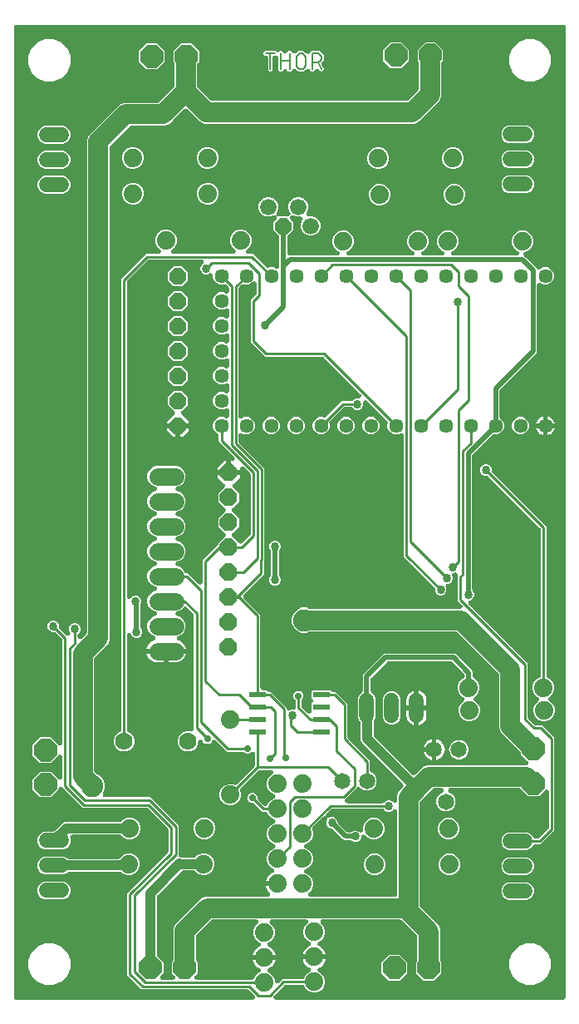
<source format=gbr>
G04 EAGLE Gerber RS-274X export*
G75*
%MOMM*%
%FSLAX34Y34*%
%LPD*%
%INTop Copper*%
%IPPOS*%
%AMOC8*
5,1,8,0,0,1.08239X$1,22.5*%
G01*
%ADD10C,0.152400*%
%ADD11C,1.651000*%
%ADD12C,1.524000*%
%ADD13C,1.879600*%
%ADD14C,1.676400*%
%ADD15P,1.814519X8X112.500000*%
%ADD16C,1.778000*%
%ADD17C,1.447800*%
%ADD18P,1.924489X8X292.500000*%
%ADD19P,2.489497X8X22.500000*%
%ADD20P,2.489497X8X112.500000*%
%ADD21C,1.778000*%
%ADD22R,1.701800X0.609600*%
%ADD23C,2.250000*%
%ADD24C,2.000000*%
%ADD25C,0.250000*%
%ADD26C,0.855600*%
%ADD27C,0.500000*%
%ADD28C,1.000000*%
%ADD29C,0.705600*%

G36*
X247368Y3823D02*
X247368Y3823D01*
X247505Y3826D01*
X247590Y3843D01*
X247676Y3851D01*
X247809Y3887D01*
X247942Y3914D01*
X248023Y3946D01*
X248107Y3969D01*
X248231Y4028D01*
X248358Y4079D01*
X248431Y4125D01*
X248510Y4162D01*
X248621Y4243D01*
X248737Y4315D01*
X248801Y4373D01*
X248872Y4424D01*
X248966Y4523D01*
X249068Y4615D01*
X249121Y4684D01*
X249181Y4746D01*
X249257Y4860D01*
X249340Y4969D01*
X249380Y5046D01*
X249428Y5118D01*
X249483Y5244D01*
X249545Y5366D01*
X249571Y5449D01*
X249605Y5529D01*
X249636Y5662D01*
X249677Y5793D01*
X249687Y5879D01*
X249707Y5964D01*
X249713Y6100D01*
X249730Y6236D01*
X249724Y6323D01*
X249729Y6410D01*
X249711Y6545D01*
X249703Y6682D01*
X249682Y6767D01*
X249671Y6853D01*
X249630Y6983D01*
X249597Y7116D01*
X249562Y7195D01*
X249535Y7278D01*
X249471Y7399D01*
X249416Y7524D01*
X249367Y7596D01*
X249326Y7673D01*
X249242Y7781D01*
X249165Y7894D01*
X249073Y7995D01*
X249050Y8024D01*
X249033Y8040D01*
X248999Y8077D01*
X243583Y13493D01*
X243439Y13613D01*
X243300Y13737D01*
X243268Y13756D01*
X243240Y13780D01*
X243077Y13872D01*
X242918Y13969D01*
X242884Y13982D01*
X242851Y14000D01*
X242676Y14062D01*
X242501Y14129D01*
X242465Y14136D01*
X242430Y14149D01*
X242246Y14178D01*
X242063Y14213D01*
X242012Y14216D01*
X241989Y14219D01*
X241952Y14218D01*
X241815Y14225D01*
X133851Y14225D01*
X119225Y28851D01*
X119225Y111840D01*
X160493Y153108D01*
X160613Y153251D01*
X160737Y153391D01*
X160756Y153423D01*
X160780Y153451D01*
X160872Y153613D01*
X160969Y153773D01*
X160982Y153807D01*
X161000Y153839D01*
X161062Y154015D01*
X161129Y154189D01*
X161136Y154226D01*
X161149Y154261D01*
X161178Y154445D01*
X161213Y154628D01*
X161216Y154679D01*
X161219Y154702D01*
X161218Y154739D01*
X161225Y154875D01*
X161225Y176815D01*
X161209Y177001D01*
X161197Y177187D01*
X161189Y177223D01*
X161185Y177260D01*
X161136Y177441D01*
X161092Y177621D01*
X161077Y177655D01*
X161067Y177691D01*
X160986Y177859D01*
X160910Y178030D01*
X160890Y178060D01*
X160874Y178094D01*
X160764Y178245D01*
X160659Y178399D01*
X160625Y178437D01*
X160612Y178456D01*
X160585Y178481D01*
X160493Y178583D01*
X140583Y198493D01*
X140439Y198613D01*
X140300Y198737D01*
X140268Y198756D01*
X140240Y198780D01*
X140078Y198872D01*
X139918Y198969D01*
X139884Y198982D01*
X139851Y199000D01*
X139676Y199062D01*
X139501Y199129D01*
X139465Y199136D01*
X139430Y199149D01*
X139246Y199178D01*
X139063Y199213D01*
X139012Y199216D01*
X138989Y199219D01*
X138952Y199218D01*
X138815Y199225D01*
X73851Y199225D01*
X71493Y201583D01*
X53391Y219685D01*
X53286Y219773D01*
X53188Y219867D01*
X53115Y219915D01*
X53048Y219971D01*
X52930Y220039D01*
X52816Y220114D01*
X52736Y220149D01*
X52660Y220192D01*
X52531Y220237D01*
X52405Y220291D01*
X52321Y220311D01*
X52239Y220340D01*
X52103Y220362D01*
X51970Y220393D01*
X51884Y220397D01*
X51798Y220411D01*
X51661Y220408D01*
X51524Y220415D01*
X51438Y220404D01*
X51351Y220402D01*
X51217Y220375D01*
X51081Y220357D01*
X50998Y220331D01*
X50913Y220313D01*
X50786Y220263D01*
X50656Y220221D01*
X50579Y220181D01*
X50498Y220149D01*
X50382Y220076D01*
X50261Y220012D01*
X50193Y219959D01*
X50119Y219913D01*
X50017Y219821D01*
X49910Y219736D01*
X49852Y219671D01*
X49788Y219613D01*
X49704Y219504D01*
X49613Y219402D01*
X49568Y219328D01*
X49515Y219259D01*
X49452Y219137D01*
X49381Y219020D01*
X49350Y218939D01*
X49310Y218862D01*
X49270Y218731D01*
X49221Y218603D01*
X49204Y218518D01*
X49179Y218435D01*
X49163Y218299D01*
X49137Y218165D01*
X49130Y218028D01*
X49126Y217991D01*
X49127Y217968D01*
X49125Y217917D01*
X49125Y217405D01*
X41495Y209775D01*
X30705Y209775D01*
X23075Y217405D01*
X23075Y228195D01*
X30705Y235825D01*
X41495Y235825D01*
X48959Y228361D01*
X49064Y228273D01*
X49162Y228178D01*
X49235Y228130D01*
X49302Y228075D01*
X49420Y228007D01*
X49534Y227931D01*
X49614Y227897D01*
X49690Y227854D01*
X49819Y227808D01*
X49945Y227754D01*
X50029Y227735D01*
X50111Y227706D01*
X50247Y227684D01*
X50380Y227653D01*
X50466Y227649D01*
X50552Y227635D01*
X50689Y227638D01*
X50826Y227631D01*
X50912Y227642D01*
X50999Y227644D01*
X51133Y227671D01*
X51269Y227689D01*
X51352Y227715D01*
X51437Y227732D01*
X51564Y227783D01*
X51694Y227824D01*
X51771Y227865D01*
X51852Y227897D01*
X51968Y227969D01*
X52089Y228033D01*
X52157Y228087D01*
X52231Y228133D01*
X52333Y228225D01*
X52440Y228309D01*
X52498Y228375D01*
X52562Y228433D01*
X52646Y228541D01*
X52737Y228644D01*
X52782Y228718D01*
X52835Y228787D01*
X52898Y228909D01*
X52969Y229025D01*
X53000Y229106D01*
X53040Y229184D01*
X53080Y229314D01*
X53129Y229442D01*
X53146Y229528D01*
X53171Y229611D01*
X53187Y229746D01*
X53213Y229881D01*
X53220Y230018D01*
X53224Y230054D01*
X53223Y230078D01*
X53225Y230128D01*
X53225Y250472D01*
X53213Y250608D01*
X53210Y250745D01*
X53193Y250830D01*
X53185Y250917D01*
X53149Y251049D01*
X53122Y251183D01*
X53090Y251263D01*
X53067Y251347D01*
X53008Y251471D01*
X52957Y251598D01*
X52911Y251672D01*
X52874Y251750D01*
X52793Y251861D01*
X52721Y251977D01*
X52663Y252042D01*
X52612Y252112D01*
X52513Y252207D01*
X52421Y252308D01*
X52352Y252361D01*
X52290Y252422D01*
X52176Y252497D01*
X52067Y252581D01*
X51990Y252621D01*
X51918Y252669D01*
X51792Y252723D01*
X51670Y252786D01*
X51587Y252811D01*
X51507Y252846D01*
X51374Y252877D01*
X51243Y252917D01*
X51157Y252927D01*
X51072Y252947D01*
X50936Y252954D01*
X50800Y252970D01*
X50713Y252965D01*
X50626Y252969D01*
X50491Y252951D01*
X50354Y252943D01*
X50269Y252923D01*
X50183Y252911D01*
X50053Y252870D01*
X49920Y252838D01*
X49841Y252802D01*
X49758Y252776D01*
X49637Y252712D01*
X49512Y252656D01*
X49440Y252607D01*
X49363Y252567D01*
X49255Y252482D01*
X49142Y252405D01*
X49041Y252313D01*
X49012Y252291D01*
X48996Y252273D01*
X48959Y252239D01*
X41495Y244775D01*
X30705Y244775D01*
X23075Y252405D01*
X23075Y263195D01*
X30705Y270825D01*
X41495Y270825D01*
X48959Y263361D01*
X49064Y263273D01*
X49162Y263178D01*
X49235Y263130D01*
X49302Y263075D01*
X49420Y263007D01*
X49534Y262931D01*
X49614Y262897D01*
X49690Y262854D01*
X49819Y262808D01*
X49945Y262754D01*
X50029Y262735D01*
X50111Y262706D01*
X50247Y262684D01*
X50380Y262653D01*
X50466Y262649D01*
X50552Y262635D01*
X50689Y262638D01*
X50826Y262631D01*
X50912Y262642D01*
X50999Y262644D01*
X51133Y262671D01*
X51269Y262689D01*
X51352Y262715D01*
X51437Y262732D01*
X51564Y262783D01*
X51694Y262824D01*
X51771Y262865D01*
X51852Y262897D01*
X51968Y262969D01*
X52089Y263033D01*
X52157Y263087D01*
X52231Y263133D01*
X52333Y263225D01*
X52440Y263309D01*
X52498Y263375D01*
X52562Y263433D01*
X52646Y263541D01*
X52737Y263644D01*
X52782Y263718D01*
X52835Y263787D01*
X52898Y263909D01*
X52969Y264025D01*
X53000Y264106D01*
X53040Y264184D01*
X53080Y264314D01*
X53129Y264442D01*
X53146Y264528D01*
X53171Y264611D01*
X53187Y264746D01*
X53213Y264881D01*
X53220Y265018D01*
X53224Y265054D01*
X53223Y265078D01*
X53225Y265128D01*
X53225Y369815D01*
X53209Y370001D01*
X53197Y370187D01*
X53189Y370223D01*
X53185Y370260D01*
X53136Y370441D01*
X53092Y370621D01*
X53077Y370655D01*
X53067Y370691D01*
X52986Y370859D01*
X52910Y371030D01*
X52890Y371060D01*
X52874Y371094D01*
X52764Y371245D01*
X52659Y371399D01*
X52625Y371437D01*
X52612Y371456D01*
X52585Y371481D01*
X52493Y371583D01*
X46611Y377465D01*
X46467Y377585D01*
X46328Y377709D01*
X46296Y377728D01*
X46268Y377752D01*
X46106Y377844D01*
X45946Y377941D01*
X45912Y377954D01*
X45879Y377972D01*
X45704Y378034D01*
X45529Y378101D01*
X45493Y378108D01*
X45458Y378121D01*
X45274Y378150D01*
X45091Y378185D01*
X45040Y378188D01*
X45017Y378191D01*
X44980Y378190D01*
X44843Y378197D01*
X42846Y378197D01*
X40713Y379081D01*
X39081Y380713D01*
X38197Y382846D01*
X38197Y385154D01*
X39081Y387287D01*
X40713Y388919D01*
X42846Y389803D01*
X45154Y389803D01*
X47287Y388919D01*
X48919Y387287D01*
X49803Y385154D01*
X49803Y383157D01*
X49819Y382971D01*
X49831Y382785D01*
X49839Y382749D01*
X49843Y382712D01*
X49892Y382531D01*
X49936Y382351D01*
X49951Y382317D01*
X49961Y382281D01*
X50042Y382113D01*
X50118Y381942D01*
X50138Y381912D01*
X50154Y381878D01*
X50264Y381727D01*
X50369Y381573D01*
X50403Y381535D01*
X50416Y381516D01*
X50443Y381491D01*
X50535Y381389D01*
X57054Y374870D01*
X57192Y374755D01*
X57326Y374635D01*
X57363Y374612D01*
X57397Y374584D01*
X57552Y374495D01*
X57707Y374401D01*
X57747Y374385D01*
X57785Y374363D01*
X57954Y374304D01*
X58123Y374238D01*
X58165Y374229D01*
X58206Y374215D01*
X58384Y374187D01*
X58561Y374152D01*
X58604Y374151D01*
X58647Y374144D01*
X58827Y374148D01*
X59008Y374145D01*
X59051Y374152D01*
X59094Y374153D01*
X59270Y374189D01*
X59448Y374218D01*
X59489Y374233D01*
X59532Y374242D01*
X59700Y374308D01*
X59869Y374369D01*
X59907Y374390D01*
X59947Y374406D01*
X60100Y374502D01*
X60256Y374591D01*
X60289Y374620D01*
X60326Y374642D01*
X60460Y374763D01*
X60597Y374880D01*
X60625Y374913D01*
X60657Y374942D01*
X60768Y375085D01*
X60882Y375224D01*
X60903Y375262D01*
X60930Y375296D01*
X61013Y375456D01*
X61101Y375613D01*
X61115Y375655D01*
X61135Y375693D01*
X61188Y375865D01*
X61247Y376036D01*
X61253Y376079D01*
X61266Y376120D01*
X61287Y376299D01*
X61315Y376477D01*
X61314Y376521D01*
X61319Y376564D01*
X61308Y376743D01*
X61304Y376924D01*
X61295Y376966D01*
X61292Y377010D01*
X61250Y377184D01*
X61213Y377361D01*
X61193Y377418D01*
X61187Y377444D01*
X61172Y377478D01*
X61130Y377594D01*
X60197Y379846D01*
X60197Y382154D01*
X61081Y384287D01*
X62713Y385919D01*
X64846Y386803D01*
X67154Y386803D01*
X69287Y385919D01*
X70919Y384287D01*
X71803Y382154D01*
X71803Y379846D01*
X70919Y377713D01*
X69507Y376300D01*
X69387Y376157D01*
X69263Y376018D01*
X69244Y375986D01*
X69220Y375958D01*
X69128Y375795D01*
X69031Y375636D01*
X69018Y375601D01*
X69000Y375569D01*
X68938Y375393D01*
X68871Y375219D01*
X68864Y375183D01*
X68851Y375148D01*
X68822Y374964D01*
X68787Y374780D01*
X68784Y374730D01*
X68781Y374707D01*
X68782Y374670D01*
X68775Y374533D01*
X68775Y373107D01*
X68787Y372970D01*
X68790Y372834D01*
X68807Y372749D01*
X68815Y372662D01*
X68851Y372530D01*
X68878Y372396D01*
X68910Y372315D01*
X68933Y372231D01*
X68992Y372108D01*
X69043Y371981D01*
X69089Y371907D01*
X69126Y371829D01*
X69207Y371718D01*
X69279Y371602D01*
X69337Y371537D01*
X69388Y371467D01*
X69487Y371372D01*
X69579Y371270D01*
X69648Y371217D01*
X69710Y371157D01*
X69824Y371082D01*
X69933Y370998D01*
X70010Y370958D01*
X70082Y370910D01*
X70208Y370856D01*
X70330Y370793D01*
X70413Y370767D01*
X70493Y370733D01*
X70626Y370702D01*
X70757Y370662D01*
X70843Y370651D01*
X70928Y370632D01*
X71064Y370625D01*
X71200Y370609D01*
X71287Y370614D01*
X71374Y370610D01*
X71509Y370627D01*
X71646Y370635D01*
X71731Y370656D01*
X71817Y370667D01*
X71947Y370709D01*
X72080Y370741D01*
X72159Y370776D01*
X72242Y370803D01*
X72363Y370867D01*
X72488Y370922D01*
X72560Y370971D01*
X72637Y371012D01*
X72745Y371097D01*
X72858Y371174D01*
X72959Y371265D01*
X72988Y371288D01*
X73004Y371306D01*
X73041Y371340D01*
X77743Y376042D01*
X77863Y376185D01*
X77987Y376324D01*
X78006Y376356D01*
X78030Y376385D01*
X78122Y376547D01*
X78219Y376706D01*
X78232Y376741D01*
X78250Y376773D01*
X78312Y376949D01*
X78379Y377123D01*
X78386Y377159D01*
X78399Y377194D01*
X78428Y377378D01*
X78463Y377562D01*
X78466Y377612D01*
X78469Y377635D01*
X78468Y377672D01*
X78475Y377809D01*
X78475Y879292D01*
X80230Y883528D01*
X111472Y914770D01*
X115708Y916525D01*
X150191Y916525D01*
X150377Y916541D01*
X150563Y916553D01*
X150599Y916561D01*
X150636Y916565D01*
X150816Y916614D01*
X150997Y916658D01*
X151031Y916673D01*
X151067Y916683D01*
X151235Y916764D01*
X151405Y916840D01*
X151436Y916860D01*
X151469Y916876D01*
X151620Y916986D01*
X151775Y917091D01*
X151812Y917125D01*
X151831Y917138D01*
X151857Y917165D01*
X151958Y917257D01*
X166743Y932042D01*
X166863Y932185D01*
X166987Y932324D01*
X167006Y932356D01*
X167030Y932385D01*
X167122Y932546D01*
X167219Y932706D01*
X167232Y932741D01*
X167250Y932773D01*
X167312Y932949D01*
X167379Y933123D01*
X167386Y933159D01*
X167399Y933194D01*
X167428Y933379D01*
X167463Y933562D01*
X167466Y933612D01*
X167469Y933635D01*
X167468Y933672D01*
X167475Y933809D01*
X167475Y956470D01*
X167459Y956656D01*
X167447Y956842D01*
X167439Y956878D01*
X167435Y956915D01*
X167386Y957095D01*
X167342Y957276D01*
X167327Y957310D01*
X167317Y957345D01*
X167236Y957514D01*
X167160Y957684D01*
X167140Y957715D01*
X167124Y957748D01*
X167014Y957899D01*
X166909Y958054D01*
X166875Y958091D01*
X166862Y958110D01*
X166835Y958135D01*
X166743Y958237D01*
X166475Y958505D01*
X166475Y969295D01*
X174105Y976925D01*
X184895Y976925D01*
X192525Y969295D01*
X192525Y958505D01*
X191257Y957237D01*
X191137Y957094D01*
X191013Y956954D01*
X190994Y956923D01*
X190970Y956894D01*
X190878Y956732D01*
X190781Y956573D01*
X190768Y956538D01*
X190750Y956506D01*
X190688Y956330D01*
X190621Y956156D01*
X190614Y956119D01*
X190601Y956084D01*
X190572Y955900D01*
X190537Y955717D01*
X190534Y955667D01*
X190531Y955643D01*
X190532Y955606D01*
X190525Y955470D01*
X190525Y933809D01*
X190541Y933623D01*
X190553Y933437D01*
X190561Y933401D01*
X190565Y933364D01*
X190614Y933184D01*
X190658Y933003D01*
X190673Y932969D01*
X190683Y932933D01*
X190764Y932765D01*
X190840Y932595D01*
X190860Y932564D01*
X190876Y932531D01*
X190986Y932380D01*
X191091Y932225D01*
X191125Y932188D01*
X191138Y932169D01*
X191165Y932143D01*
X191257Y932042D01*
X204042Y919257D01*
X204185Y919137D01*
X204324Y919013D01*
X204356Y918994D01*
X204385Y918970D01*
X204546Y918878D01*
X204706Y918781D01*
X204741Y918768D01*
X204773Y918750D01*
X204949Y918688D01*
X205123Y918621D01*
X205159Y918614D01*
X205194Y918601D01*
X205379Y918572D01*
X205562Y918537D01*
X205612Y918534D01*
X205635Y918531D01*
X205672Y918532D01*
X205809Y918525D01*
X404191Y918525D01*
X404377Y918541D01*
X404563Y918553D01*
X404599Y918561D01*
X404636Y918565D01*
X404816Y918614D01*
X404997Y918658D01*
X405031Y918673D01*
X405067Y918683D01*
X405235Y918764D01*
X405405Y918840D01*
X405436Y918860D01*
X405469Y918876D01*
X405620Y918986D01*
X405775Y919091D01*
X405812Y919125D01*
X405831Y919138D01*
X405841Y919149D01*
X405843Y919150D01*
X405860Y919168D01*
X405958Y919257D01*
X415743Y929042D01*
X415863Y929185D01*
X415987Y929324D01*
X416006Y929356D01*
X416030Y929385D01*
X416122Y929546D01*
X416219Y929706D01*
X416232Y929741D01*
X416250Y929773D01*
X416312Y929949D01*
X416379Y930123D01*
X416386Y930159D01*
X416399Y930194D01*
X416428Y930379D01*
X416463Y930562D01*
X416466Y930612D01*
X416469Y930635D01*
X416468Y930672D01*
X416475Y930809D01*
X416475Y957470D01*
X416459Y957656D01*
X416447Y957842D01*
X416439Y957878D01*
X416435Y957915D01*
X416386Y958094D01*
X416342Y958276D01*
X416327Y958310D01*
X416317Y958345D01*
X416236Y958514D01*
X416160Y958684D01*
X416140Y958715D01*
X416124Y958748D01*
X416014Y958899D01*
X415909Y959054D01*
X415875Y959091D01*
X415862Y959110D01*
X415835Y959136D01*
X415743Y959237D01*
X415375Y959605D01*
X415375Y970395D01*
X423005Y978025D01*
X433795Y978025D01*
X441425Y970395D01*
X441425Y959605D01*
X440257Y958437D01*
X440137Y958294D01*
X440013Y958154D01*
X439994Y958123D01*
X439970Y958094D01*
X439878Y957932D01*
X439781Y957773D01*
X439768Y957738D01*
X439750Y957706D01*
X439688Y957530D01*
X439621Y957356D01*
X439614Y957319D01*
X439601Y957284D01*
X439572Y957100D01*
X439537Y956917D01*
X439534Y956867D01*
X439531Y956843D01*
X439532Y956806D01*
X439525Y956670D01*
X439525Y922708D01*
X437770Y918472D01*
X416528Y897230D01*
X412292Y895475D01*
X197708Y895475D01*
X193472Y897230D01*
X180767Y909934D01*
X180729Y909966D01*
X180695Y910004D01*
X180558Y910110D01*
X180424Y910221D01*
X180381Y910245D01*
X180341Y910276D01*
X180187Y910356D01*
X180036Y910441D01*
X179989Y910458D01*
X179944Y910481D01*
X179779Y910532D01*
X179615Y910590D01*
X179565Y910598D01*
X179517Y910612D01*
X179345Y910633D01*
X179174Y910660D01*
X179124Y910659D01*
X179074Y910665D01*
X178900Y910655D01*
X178727Y910651D01*
X178678Y910642D01*
X178628Y910639D01*
X178459Y910597D01*
X178289Y910563D01*
X178243Y910545D01*
X178194Y910533D01*
X178035Y910462D01*
X177874Y910398D01*
X177831Y910372D01*
X177786Y910352D01*
X177642Y910254D01*
X177495Y910162D01*
X177458Y910129D01*
X177416Y910100D01*
X177233Y909934D01*
X166122Y898824D01*
X166122Y898823D01*
X162528Y895230D01*
X158292Y893475D01*
X123809Y893475D01*
X123623Y893459D01*
X123437Y893447D01*
X123401Y893439D01*
X123364Y893435D01*
X123184Y893386D01*
X123003Y893342D01*
X122969Y893327D01*
X122933Y893317D01*
X122765Y893236D01*
X122595Y893160D01*
X122564Y893140D01*
X122531Y893124D01*
X122380Y893014D01*
X122225Y892909D01*
X122188Y892875D01*
X122169Y892862D01*
X122143Y892835D01*
X122042Y892743D01*
X102257Y872958D01*
X102137Y872815D01*
X102013Y872676D01*
X101994Y872644D01*
X101970Y872615D01*
X101878Y872454D01*
X101781Y872294D01*
X101768Y872259D01*
X101750Y872227D01*
X101688Y872051D01*
X101621Y871877D01*
X101614Y871841D01*
X101601Y871806D01*
X101572Y871621D01*
X101537Y871438D01*
X101534Y871388D01*
X101531Y871365D01*
X101532Y871328D01*
X101525Y871191D01*
X101525Y369708D01*
X99770Y365472D01*
X86257Y351958D01*
X86137Y351815D01*
X86013Y351676D01*
X85994Y351644D01*
X85970Y351615D01*
X85878Y351454D01*
X85781Y351294D01*
X85768Y351259D01*
X85750Y351227D01*
X85688Y351051D01*
X85621Y350877D01*
X85614Y350841D01*
X85601Y350806D01*
X85572Y350621D01*
X85537Y350438D01*
X85534Y350388D01*
X85531Y350365D01*
X85532Y350328D01*
X85525Y350191D01*
X85525Y236809D01*
X85541Y236623D01*
X85553Y236437D01*
X85561Y236401D01*
X85565Y236364D01*
X85614Y236184D01*
X85658Y236003D01*
X85673Y235969D01*
X85683Y235933D01*
X85764Y235765D01*
X85840Y235595D01*
X85860Y235564D01*
X85876Y235531D01*
X85986Y235379D01*
X86091Y235225D01*
X86124Y235188D01*
X86138Y235169D01*
X86165Y235143D01*
X86257Y235042D01*
X87867Y233431D01*
X87977Y233340D01*
X88081Y233241D01*
X88148Y233197D01*
X88210Y233145D01*
X88334Y233074D01*
X88454Y232996D01*
X88565Y232943D01*
X88598Y232924D01*
X88624Y232915D01*
X88678Y232890D01*
X91236Y231830D01*
X94830Y228236D01*
X96775Y223541D01*
X96775Y218459D01*
X94754Y213581D01*
X94754Y213580D01*
X94678Y213466D01*
X94643Y213386D01*
X94600Y213311D01*
X94555Y213181D01*
X94501Y213055D01*
X94481Y212971D01*
X94452Y212889D01*
X94430Y212753D01*
X94400Y212620D01*
X94395Y212534D01*
X94381Y212448D01*
X94384Y212311D01*
X94377Y212174D01*
X94389Y212088D01*
X94390Y212001D01*
X94417Y211867D01*
X94435Y211731D01*
X94461Y211649D01*
X94478Y211564D01*
X94529Y211436D01*
X94571Y211306D01*
X94611Y211229D01*
X94643Y211148D01*
X94716Y211032D01*
X94780Y210911D01*
X94833Y210843D01*
X94879Y210769D01*
X94971Y210667D01*
X95056Y210560D01*
X95121Y210502D01*
X95179Y210438D01*
X95288Y210354D01*
X95390Y210263D01*
X95464Y210218D01*
X95533Y210165D01*
X95655Y210102D01*
X95772Y210031D01*
X95853Y210000D01*
X95930Y209960D01*
X96061Y209920D01*
X96189Y209871D01*
X96274Y209854D01*
X96357Y209829D01*
X96493Y209813D01*
X96627Y209787D01*
X96763Y209780D01*
X96800Y209776D01*
X96824Y209777D01*
X96875Y209775D01*
X143149Y209775D01*
X171775Y181149D01*
X171775Y151024D01*
X171779Y150974D01*
X171777Y150924D01*
X171799Y150752D01*
X171815Y150579D01*
X171828Y150531D01*
X171834Y150481D01*
X171887Y150316D01*
X171933Y150148D01*
X171955Y150103D01*
X171970Y150056D01*
X172051Y149902D01*
X172126Y149746D01*
X172156Y149705D01*
X172179Y149661D01*
X172286Y149524D01*
X172388Y149384D01*
X172424Y149349D01*
X172455Y149310D01*
X172585Y149194D01*
X172710Y149074D01*
X172752Y149047D01*
X172790Y149013D01*
X172938Y148923D01*
X173082Y148827D01*
X173128Y148807D01*
X173171Y148781D01*
X173333Y148719D01*
X173493Y148650D01*
X173541Y148639D01*
X173588Y148621D01*
X173759Y148588D01*
X173928Y148549D01*
X173978Y148546D01*
X174027Y148537D01*
X174274Y148525D01*
X174298Y148525D01*
X174321Y148515D01*
X174458Y148472D01*
X174592Y148421D01*
X174671Y148406D01*
X174748Y148382D01*
X174890Y148364D01*
X175031Y148337D01*
X175154Y148331D01*
X175191Y148326D01*
X175218Y148328D01*
X175278Y148325D01*
X187342Y148325D01*
X187528Y148341D01*
X187715Y148353D01*
X187750Y148361D01*
X187787Y148365D01*
X187968Y148414D01*
X188149Y148458D01*
X188182Y148473D01*
X188218Y148483D01*
X188387Y148564D01*
X188557Y148640D01*
X188587Y148660D01*
X188621Y148676D01*
X188773Y148786D01*
X188926Y148891D01*
X188964Y148924D01*
X188983Y148938D01*
X189008Y148965D01*
X189110Y149057D01*
X191113Y151060D01*
X195127Y152723D01*
X199473Y152723D01*
X203487Y151060D01*
X206560Y147987D01*
X208223Y143973D01*
X208223Y139627D01*
X206560Y135613D01*
X203487Y132540D01*
X199473Y130877D01*
X195127Y130877D01*
X191113Y132540D01*
X189110Y134543D01*
X188967Y134663D01*
X188827Y134787D01*
X188795Y134806D01*
X188767Y134830D01*
X188604Y134922D01*
X188445Y135019D01*
X188411Y135032D01*
X188379Y135050D01*
X188202Y135112D01*
X188028Y135179D01*
X187992Y135186D01*
X187957Y135199D01*
X187773Y135228D01*
X187590Y135263D01*
X187539Y135266D01*
X187516Y135269D01*
X187479Y135268D01*
X187342Y135275D01*
X176538Y135275D01*
X176352Y135259D01*
X176166Y135247D01*
X176130Y135239D01*
X176093Y135235D01*
X175913Y135186D01*
X175732Y135142D01*
X175698Y135127D01*
X175662Y135117D01*
X175494Y135036D01*
X175324Y134960D01*
X175293Y134940D01*
X175260Y134924D01*
X175108Y134814D01*
X174954Y134709D01*
X174917Y134675D01*
X174898Y134662D01*
X174872Y134635D01*
X174771Y134543D01*
X150357Y110129D01*
X150237Y109986D01*
X150113Y109847D01*
X150094Y109815D01*
X150070Y109787D01*
X149978Y109625D01*
X149881Y109465D01*
X149868Y109430D01*
X149850Y109398D01*
X149788Y109222D01*
X149721Y109048D01*
X149714Y109012D01*
X149701Y108977D01*
X149672Y108793D01*
X149637Y108609D01*
X149634Y108559D01*
X149631Y108536D01*
X149632Y108499D01*
X149625Y108362D01*
X149625Y49330D01*
X149641Y49144D01*
X149653Y48958D01*
X149661Y48922D01*
X149665Y48885D01*
X149714Y48705D01*
X149758Y48524D01*
X149773Y48490D01*
X149783Y48455D01*
X149864Y48286D01*
X149940Y48116D01*
X149960Y48085D01*
X149976Y48052D01*
X150086Y47901D01*
X150191Y47746D01*
X150225Y47709D01*
X150238Y47690D01*
X150265Y47665D01*
X150357Y47563D01*
X156125Y41795D01*
X156125Y31005D01*
X153461Y28341D01*
X153373Y28236D01*
X153278Y28138D01*
X153230Y28065D01*
X153175Y27998D01*
X153107Y27880D01*
X153031Y27766D01*
X152997Y27686D01*
X152954Y27610D01*
X152908Y27481D01*
X152854Y27355D01*
X152835Y27271D01*
X152806Y27189D01*
X152784Y27053D01*
X152753Y26920D01*
X152749Y26834D01*
X152735Y26748D01*
X152738Y26611D01*
X152731Y26474D01*
X152742Y26388D01*
X152744Y26301D01*
X152771Y26167D01*
X152789Y26031D01*
X152815Y25948D01*
X152832Y25863D01*
X152883Y25736D01*
X152924Y25606D01*
X152965Y25529D01*
X152997Y25448D01*
X153069Y25332D01*
X153133Y25211D01*
X153187Y25143D01*
X153233Y25069D01*
X153325Y24967D01*
X153409Y24860D01*
X153475Y24802D01*
X153533Y24738D01*
X153641Y24654D01*
X153744Y24563D01*
X153818Y24518D01*
X153887Y24465D01*
X154008Y24402D01*
X154125Y24331D01*
X154207Y24300D01*
X154284Y24260D01*
X154414Y24220D01*
X154542Y24171D01*
X154628Y24154D01*
X154711Y24129D01*
X154846Y24113D01*
X154981Y24087D01*
X155118Y24080D01*
X155154Y24076D01*
X155178Y24077D01*
X155228Y24075D01*
X165972Y24075D01*
X166108Y24087D01*
X166245Y24090D01*
X166330Y24107D01*
X166417Y24115D01*
X166549Y24151D01*
X166683Y24178D01*
X166764Y24210D01*
X166847Y24233D01*
X166971Y24292D01*
X167098Y24343D01*
X167172Y24389D01*
X167250Y24426D01*
X167361Y24507D01*
X167477Y24579D01*
X167542Y24637D01*
X167612Y24688D01*
X167707Y24787D01*
X167808Y24879D01*
X167861Y24948D01*
X167922Y25010D01*
X167997Y25124D01*
X168081Y25233D01*
X168121Y25310D01*
X168169Y25382D01*
X168223Y25508D01*
X168286Y25630D01*
X168311Y25713D01*
X168346Y25793D01*
X168377Y25926D01*
X168417Y26057D01*
X168427Y26143D01*
X168447Y26228D01*
X168454Y26364D01*
X168470Y26500D01*
X168465Y26587D01*
X168469Y26674D01*
X168451Y26809D01*
X168443Y26946D01*
X168423Y27031D01*
X168411Y27117D01*
X168370Y27247D01*
X168338Y27380D01*
X168302Y27459D01*
X168276Y27542D01*
X168212Y27663D01*
X168156Y27788D01*
X168107Y27860D01*
X168067Y27937D01*
X167982Y28045D01*
X167905Y28158D01*
X167813Y28259D01*
X167791Y28288D01*
X167773Y28304D01*
X167739Y28341D01*
X165075Y31005D01*
X165075Y41795D01*
X165743Y42463D01*
X165863Y42606D01*
X165987Y42746D01*
X166006Y42777D01*
X166030Y42806D01*
X166122Y42968D01*
X166219Y43127D01*
X166232Y43162D01*
X166250Y43194D01*
X166312Y43370D01*
X166379Y43544D01*
X166386Y43581D01*
X166399Y43616D01*
X166428Y43800D01*
X166463Y43983D01*
X166466Y44033D01*
X166469Y44057D01*
X166468Y44094D01*
X166475Y44230D01*
X166475Y76292D01*
X168230Y80528D01*
X194472Y106770D01*
X198708Y108525D01*
X262658Y108525D01*
X262794Y108537D01*
X262931Y108540D01*
X263016Y108557D01*
X263103Y108565D01*
X263235Y108601D01*
X263369Y108628D01*
X263449Y108660D01*
X263533Y108683D01*
X263657Y108742D01*
X263784Y108793D01*
X263857Y108839D01*
X263936Y108876D01*
X264047Y108957D01*
X264163Y109029D01*
X264227Y109087D01*
X264298Y109138D01*
X264393Y109237D01*
X264494Y109329D01*
X264547Y109398D01*
X264607Y109460D01*
X264683Y109574D01*
X264767Y109683D01*
X264806Y109760D01*
X264855Y109832D01*
X264909Y109958D01*
X264972Y110080D01*
X264997Y110163D01*
X265032Y110243D01*
X265062Y110375D01*
X265103Y110507D01*
X265113Y110593D01*
X265133Y110678D01*
X265140Y110814D01*
X265156Y110950D01*
X265151Y111037D01*
X265155Y111124D01*
X265137Y111259D01*
X265129Y111396D01*
X265108Y111481D01*
X265097Y111567D01*
X265056Y111697D01*
X265023Y111830D01*
X264988Y111910D01*
X264962Y111992D01*
X264898Y112113D01*
X264842Y112238D01*
X264793Y112310D01*
X264752Y112387D01*
X264668Y112495D01*
X264591Y112608D01*
X264499Y112709D01*
X264476Y112738D01*
X264459Y112754D01*
X264425Y112791D01*
X263294Y113922D01*
X262189Y115443D01*
X261336Y117117D01*
X260755Y118905D01*
X260715Y119161D01*
X272360Y119161D01*
X272410Y119165D01*
X272460Y119163D01*
X272631Y119185D01*
X272805Y119201D01*
X272853Y119214D01*
X272903Y119220D01*
X273068Y119273D01*
X273235Y119319D01*
X273281Y119341D01*
X273328Y119356D01*
X273481Y119437D01*
X273638Y119512D01*
X273679Y119542D01*
X273723Y119565D01*
X273859Y119672D01*
X274000Y119774D01*
X274035Y119810D01*
X274074Y119841D01*
X274189Y119971D01*
X274310Y120096D01*
X274337Y120138D01*
X274370Y120175D01*
X274461Y120324D01*
X274557Y120468D01*
X274577Y120514D01*
X274603Y120557D01*
X274665Y120719D01*
X274734Y120879D01*
X274745Y120927D01*
X274763Y120974D01*
X274796Y121145D01*
X274835Y121314D01*
X274837Y121363D01*
X274847Y121413D01*
X274859Y121660D01*
X274859Y121740D01*
X274855Y121790D01*
X274857Y121840D01*
X274835Y122012D01*
X274819Y122185D01*
X274806Y122233D01*
X274799Y122283D01*
X274747Y122448D01*
X274701Y122616D01*
X274679Y122661D01*
X274664Y122708D01*
X274583Y122862D01*
X274507Y123018D01*
X274478Y123059D01*
X274455Y123103D01*
X274347Y123240D01*
X274246Y123380D01*
X274209Y123415D01*
X274178Y123454D01*
X274048Y123570D01*
X273923Y123690D01*
X273882Y123717D01*
X273844Y123751D01*
X273696Y123841D01*
X273551Y123937D01*
X273505Y123957D01*
X273463Y123983D01*
X273301Y124045D01*
X273141Y124114D01*
X273093Y124125D01*
X273046Y124143D01*
X272875Y124176D01*
X272706Y124215D01*
X272656Y124218D01*
X272607Y124227D01*
X272360Y124239D01*
X260715Y124239D01*
X260755Y124495D01*
X261336Y126283D01*
X262189Y127957D01*
X263294Y129478D01*
X264622Y130806D01*
X266143Y131911D01*
X267762Y132736D01*
X267795Y132757D01*
X267831Y132772D01*
X267984Y132875D01*
X268141Y132974D01*
X268169Y133000D01*
X268202Y133021D01*
X268335Y133151D01*
X268471Y133275D01*
X268494Y133306D01*
X268522Y133333D01*
X268630Y133483D01*
X268742Y133630D01*
X268760Y133664D01*
X268782Y133696D01*
X268861Y133863D01*
X268945Y134027D01*
X268957Y134065D01*
X268973Y134100D01*
X269021Y134278D01*
X269075Y134455D01*
X269079Y134493D01*
X269089Y134531D01*
X269105Y134716D01*
X269126Y134899D01*
X269124Y134937D01*
X269127Y134976D01*
X269110Y135160D01*
X269098Y135344D01*
X269088Y135382D01*
X269085Y135421D01*
X269035Y135598D01*
X268990Y135778D01*
X268975Y135814D01*
X268964Y135851D01*
X268883Y136017D01*
X268808Y136186D01*
X268786Y136218D01*
X268769Y136253D01*
X268660Y136402D01*
X268555Y136554D01*
X268528Y136582D01*
X268505Y136613D01*
X268371Y136740D01*
X268241Y136872D01*
X268209Y136894D01*
X268181Y136921D01*
X268027Y137022D01*
X267876Y137129D01*
X267840Y137145D01*
X267808Y137166D01*
X267584Y137272D01*
X266213Y137840D01*
X263140Y140913D01*
X261477Y144927D01*
X261477Y149273D01*
X263140Y153287D01*
X266213Y156360D01*
X268944Y157491D01*
X269065Y157554D01*
X269190Y157609D01*
X269262Y157658D01*
X269339Y157698D01*
X269447Y157782D01*
X269561Y157858D01*
X269623Y157919D01*
X269692Y157972D01*
X269783Y158074D01*
X269881Y158170D01*
X269932Y158240D01*
X269990Y158305D01*
X270062Y158422D01*
X270141Y158533D01*
X270179Y158611D01*
X270224Y158685D01*
X270274Y158813D01*
X270333Y158937D01*
X270355Y159021D01*
X270387Y159102D01*
X270413Y159236D01*
X270449Y159368D01*
X270456Y159454D01*
X270473Y159540D01*
X270475Y159677D01*
X270486Y159813D01*
X270478Y159900D01*
X270479Y159987D01*
X270457Y160121D01*
X270444Y160258D01*
X270421Y160341D01*
X270406Y160427D01*
X270360Y160556D01*
X270323Y160688D01*
X270285Y160766D01*
X270256Y160848D01*
X270188Y160967D01*
X270128Y161089D01*
X270077Y161160D01*
X270033Y161235D01*
X269945Y161340D01*
X269864Y161450D01*
X269801Y161510D01*
X269745Y161576D01*
X269640Y161664D01*
X269541Y161758D01*
X269468Y161805D01*
X269401Y161861D01*
X269282Y161928D01*
X269167Y162003D01*
X269044Y162062D01*
X269011Y162080D01*
X268989Y162087D01*
X268944Y162109D01*
X266213Y163240D01*
X263140Y166313D01*
X261477Y170327D01*
X261477Y174673D01*
X263140Y178687D01*
X266213Y181760D01*
X268944Y182891D01*
X269065Y182954D01*
X269190Y183009D01*
X269262Y183058D01*
X269339Y183098D01*
X269447Y183182D01*
X269561Y183258D01*
X269623Y183319D01*
X269692Y183372D01*
X269783Y183474D01*
X269881Y183570D01*
X269932Y183640D01*
X269990Y183705D01*
X270062Y183821D01*
X270141Y183933D01*
X270179Y184012D01*
X270224Y184086D01*
X270274Y184213D01*
X270333Y184337D01*
X270355Y184421D01*
X270387Y184502D01*
X270413Y184636D01*
X270449Y184768D01*
X270456Y184855D01*
X270473Y184940D01*
X270475Y185076D01*
X270486Y185213D01*
X270478Y185300D01*
X270479Y185387D01*
X270457Y185522D01*
X270444Y185658D01*
X270421Y185741D01*
X270406Y185827D01*
X270360Y185956D01*
X270323Y186088D01*
X270285Y186166D01*
X270256Y186248D01*
X270188Y186366D01*
X270128Y186490D01*
X270077Y186560D01*
X270033Y186635D01*
X269945Y186740D01*
X269864Y186850D01*
X269801Y186910D01*
X269745Y186976D01*
X269640Y187063D01*
X269541Y187158D01*
X269468Y187206D01*
X269401Y187261D01*
X269282Y187328D01*
X269167Y187403D01*
X269044Y187462D01*
X269011Y187480D01*
X268989Y187487D01*
X268944Y187509D01*
X266213Y188640D01*
X263140Y191713D01*
X262366Y193582D01*
X262363Y193588D01*
X262361Y193594D01*
X262260Y193785D01*
X262159Y193978D01*
X262155Y193983D01*
X262152Y193989D01*
X262017Y194161D01*
X261884Y194331D01*
X261879Y194335D01*
X261875Y194340D01*
X261713Y194485D01*
X261552Y194629D01*
X261546Y194632D01*
X261541Y194637D01*
X261356Y194749D01*
X261171Y194863D01*
X261165Y194865D01*
X261160Y194869D01*
X260957Y194947D01*
X260755Y195026D01*
X260749Y195027D01*
X260743Y195029D01*
X260529Y195070D01*
X260317Y195112D01*
X260310Y195112D01*
X260304Y195113D01*
X260057Y195125D01*
X256951Y195125D01*
X248861Y203215D01*
X248717Y203335D01*
X248578Y203459D01*
X248546Y203478D01*
X248518Y203502D01*
X248356Y203594D01*
X248196Y203691D01*
X248162Y203704D01*
X248129Y203722D01*
X247954Y203784D01*
X247779Y203851D01*
X247743Y203858D01*
X247708Y203871D01*
X247524Y203900D01*
X247341Y203935D01*
X247290Y203938D01*
X247267Y203941D01*
X247230Y203940D01*
X247093Y203947D01*
X245995Y203947D01*
X244138Y204716D01*
X242716Y206138D01*
X241947Y207995D01*
X241947Y210005D01*
X242716Y211862D01*
X244138Y213284D01*
X245995Y214053D01*
X248005Y214053D01*
X249862Y213284D01*
X251284Y211862D01*
X252053Y210005D01*
X252053Y208907D01*
X252069Y208721D01*
X252081Y208535D01*
X252089Y208499D01*
X252093Y208462D01*
X252142Y208282D01*
X252186Y208101D01*
X252201Y208067D01*
X252211Y208031D01*
X252292Y207863D01*
X252368Y207692D01*
X252388Y207662D01*
X252404Y207628D01*
X252514Y207477D01*
X252619Y207323D01*
X252653Y207285D01*
X252666Y207266D01*
X252693Y207241D01*
X252785Y207139D01*
X258356Y201568D01*
X258428Y201508D01*
X258493Y201441D01*
X258599Y201365D01*
X258699Y201281D01*
X258780Y201235D01*
X258856Y201181D01*
X258974Y201125D01*
X259087Y201061D01*
X259176Y201030D01*
X259260Y200990D01*
X259386Y200956D01*
X259509Y200913D01*
X259601Y200898D01*
X259691Y200873D01*
X259821Y200862D01*
X259950Y200842D01*
X260043Y200844D01*
X260136Y200836D01*
X260266Y200848D01*
X260396Y200851D01*
X260488Y200869D01*
X260581Y200878D01*
X260707Y200913D01*
X260834Y200939D01*
X260921Y200974D01*
X261011Y200999D01*
X261128Y201056D01*
X261250Y201104D01*
X261329Y201153D01*
X261413Y201194D01*
X261518Y201271D01*
X261629Y201340D01*
X261698Y201403D01*
X261773Y201458D01*
X261863Y201552D01*
X261960Y201640D01*
X262017Y201714D01*
X262081Y201782D01*
X262153Y201891D01*
X262232Y201994D01*
X262275Y202077D01*
X262327Y202155D01*
X262432Y202379D01*
X263140Y204087D01*
X266213Y207160D01*
X268944Y208291D01*
X269065Y208355D01*
X269190Y208409D01*
X269262Y208458D01*
X269339Y208498D01*
X269447Y208582D01*
X269561Y208658D01*
X269623Y208719D01*
X269692Y208772D01*
X269783Y208874D01*
X269881Y208970D01*
X269932Y209040D01*
X269990Y209105D01*
X270062Y209222D01*
X270141Y209333D01*
X270179Y209411D01*
X270224Y209485D01*
X270274Y209613D01*
X270333Y209737D01*
X270355Y209821D01*
X270387Y209902D01*
X270413Y210036D01*
X270449Y210168D01*
X270456Y210255D01*
X270473Y210340D01*
X270475Y210477D01*
X270486Y210613D01*
X270478Y210700D01*
X270480Y210786D01*
X270457Y210922D01*
X270444Y211058D01*
X270421Y211141D01*
X270407Y211227D01*
X270360Y211356D01*
X270323Y211488D01*
X270285Y211566D01*
X270256Y211648D01*
X270188Y211766D01*
X270128Y211889D01*
X270077Y211960D01*
X270033Y212035D01*
X269945Y212140D01*
X269864Y212250D01*
X269801Y212310D01*
X269745Y212376D01*
X269640Y212464D01*
X269541Y212558D01*
X269468Y212605D01*
X269401Y212661D01*
X269282Y212728D01*
X269167Y212803D01*
X269044Y212862D01*
X269012Y212880D01*
X268989Y212887D01*
X268944Y212909D01*
X266213Y214040D01*
X263140Y217113D01*
X261477Y221127D01*
X261477Y225473D01*
X263140Y229487D01*
X266213Y232560D01*
X266563Y232705D01*
X266723Y232788D01*
X266885Y232866D01*
X266920Y232892D01*
X266959Y232912D01*
X267101Y233023D01*
X267247Y233128D01*
X267277Y233160D01*
X267312Y233186D01*
X267432Y233321D01*
X267557Y233450D01*
X267581Y233487D01*
X267610Y233519D01*
X267704Y233672D01*
X267804Y233822D01*
X267821Y233862D01*
X267844Y233899D01*
X267909Y234067D01*
X267981Y234233D01*
X267991Y234275D01*
X268007Y234315D01*
X268041Y234492D01*
X268082Y234668D01*
X268084Y234711D01*
X268093Y234754D01*
X268095Y234934D01*
X268104Y235114D01*
X268099Y235157D01*
X268099Y235200D01*
X268070Y235378D01*
X268046Y235557D01*
X268033Y235598D01*
X268026Y235641D01*
X267966Y235811D01*
X267911Y235982D01*
X267891Y236021D01*
X267876Y236062D01*
X267786Y236218D01*
X267702Y236377D01*
X267675Y236411D01*
X267653Y236449D01*
X267537Y236586D01*
X267426Y236728D01*
X267393Y236757D01*
X267365Y236790D01*
X267226Y236905D01*
X267091Y237025D01*
X267054Y237047D01*
X267021Y237075D01*
X266864Y237163D01*
X266710Y237257D01*
X266669Y237272D01*
X266631Y237294D01*
X266461Y237353D01*
X266293Y237417D01*
X266250Y237425D01*
X266209Y237440D01*
X266031Y237467D01*
X265854Y237501D01*
X265794Y237504D01*
X265768Y237508D01*
X265730Y237507D01*
X265607Y237513D01*
X254573Y237513D01*
X254387Y237497D01*
X254201Y237485D01*
X254165Y237477D01*
X254128Y237473D01*
X253947Y237424D01*
X253767Y237380D01*
X253733Y237365D01*
X253697Y237355D01*
X253528Y237274D01*
X253358Y237198D01*
X253328Y237178D01*
X253294Y237162D01*
X253143Y237052D01*
X252989Y236947D01*
X252951Y236913D01*
X252932Y236900D01*
X252907Y236873D01*
X252805Y236781D01*
X235090Y219066D01*
X235086Y219061D01*
X235081Y219057D01*
X234943Y218890D01*
X234804Y218723D01*
X234800Y218718D01*
X234796Y218712D01*
X234690Y218523D01*
X234583Y218335D01*
X234581Y218329D01*
X234578Y218323D01*
X234506Y218116D01*
X234435Y217913D01*
X234434Y217907D01*
X234432Y217901D01*
X234398Y217686D01*
X234364Y217472D01*
X234364Y217466D01*
X234363Y217459D01*
X234369Y217239D01*
X234373Y217026D01*
X234374Y217019D01*
X234374Y217013D01*
X234419Y216798D01*
X234461Y216588D01*
X234464Y216582D01*
X234465Y216575D01*
X234548Y216342D01*
X235323Y214473D01*
X235323Y210127D01*
X233660Y206113D01*
X230587Y203040D01*
X226573Y201377D01*
X222227Y201377D01*
X218213Y203040D01*
X215140Y206113D01*
X213477Y210127D01*
X213477Y214473D01*
X215140Y218487D01*
X218213Y221560D01*
X222227Y223223D01*
X226573Y223223D01*
X228442Y222448D01*
X228449Y222446D01*
X228454Y222443D01*
X228662Y222380D01*
X228869Y222315D01*
X228875Y222314D01*
X228881Y222312D01*
X229096Y222287D01*
X229312Y222260D01*
X229318Y222260D01*
X229325Y222259D01*
X229540Y222272D01*
X229758Y222284D01*
X229764Y222286D01*
X229771Y222286D01*
X229980Y222337D01*
X230193Y222387D01*
X230199Y222390D01*
X230205Y222392D01*
X230405Y222480D01*
X230602Y222567D01*
X230607Y222570D01*
X230613Y222573D01*
X230796Y222697D01*
X230972Y222816D01*
X230977Y222820D01*
X230983Y222824D01*
X231166Y222990D01*
X248881Y240705D01*
X249001Y240849D01*
X249125Y240988D01*
X249144Y241020D01*
X249168Y241048D01*
X249260Y241210D01*
X249357Y241370D01*
X249370Y241404D01*
X249388Y241436D01*
X249450Y241612D01*
X249517Y241787D01*
X249524Y241823D01*
X249537Y241858D01*
X249566Y242042D01*
X249601Y242225D01*
X249604Y242276D01*
X249607Y242299D01*
X249606Y242336D01*
X249613Y242473D01*
X249613Y253434D01*
X249601Y253570D01*
X249598Y253707D01*
X249581Y253792D01*
X249573Y253879D01*
X249537Y254011D01*
X249510Y254145D01*
X249478Y254226D01*
X249455Y254310D01*
X249396Y254433D01*
X249345Y254560D01*
X249299Y254634D01*
X249262Y254712D01*
X249181Y254823D01*
X249109Y254939D01*
X249051Y255004D01*
X249000Y255074D01*
X248901Y255169D01*
X248809Y255270D01*
X248740Y255323D01*
X248678Y255384D01*
X248564Y255459D01*
X248455Y255543D01*
X248378Y255583D01*
X248306Y255631D01*
X248180Y255685D01*
X248058Y255748D01*
X247975Y255773D01*
X247895Y255808D01*
X247762Y255839D01*
X247631Y255879D01*
X247545Y255889D01*
X247460Y255909D01*
X247324Y255916D01*
X247188Y255932D01*
X247101Y255927D01*
X247014Y255931D01*
X246879Y255914D01*
X246742Y255905D01*
X246657Y255885D01*
X246571Y255874D01*
X246441Y255832D01*
X246308Y255800D01*
X246228Y255764D01*
X246146Y255738D01*
X246025Y255674D01*
X245900Y255618D01*
X245828Y255569D01*
X245751Y255529D01*
X245643Y255444D01*
X245530Y255367D01*
X245429Y255275D01*
X245400Y255253D01*
X245384Y255235D01*
X245347Y255201D01*
X244862Y254716D01*
X243005Y253947D01*
X240995Y253947D01*
X239138Y254716D01*
X238361Y255493D01*
X238218Y255613D01*
X238078Y255737D01*
X238047Y255756D01*
X238018Y255780D01*
X237856Y255872D01*
X237697Y255969D01*
X237662Y255982D01*
X237630Y256000D01*
X237454Y256062D01*
X237280Y256129D01*
X237243Y256136D01*
X237209Y256149D01*
X237024Y256178D01*
X236841Y256213D01*
X236791Y256216D01*
X236767Y256219D01*
X236730Y256218D01*
X236594Y256225D01*
X220851Y256225D01*
X209585Y267491D01*
X209513Y267551D01*
X209448Y267618D01*
X209342Y267694D01*
X209242Y267778D01*
X209161Y267824D01*
X209084Y267878D01*
X208966Y267934D01*
X208853Y267999D01*
X208765Y268029D01*
X208681Y268070D01*
X208555Y268103D01*
X208432Y268147D01*
X208340Y268161D01*
X208249Y268186D01*
X208120Y268197D01*
X207991Y268217D01*
X207897Y268215D01*
X207804Y268223D01*
X207674Y268211D01*
X207544Y268208D01*
X207453Y268190D01*
X207360Y268181D01*
X207234Y268146D01*
X207106Y268120D01*
X207020Y268086D01*
X206930Y268060D01*
X206812Y268003D01*
X206691Y267955D01*
X206612Y267906D01*
X206528Y267865D01*
X206422Y267788D01*
X206312Y267719D01*
X206243Y267657D01*
X206167Y267601D01*
X206077Y267507D01*
X205981Y267419D01*
X205924Y267345D01*
X205859Y267278D01*
X205788Y267168D01*
X205708Y267065D01*
X205665Y266982D01*
X205614Y266904D01*
X205508Y266681D01*
X205284Y266138D01*
X203862Y264716D01*
X202005Y263947D01*
X199995Y263947D01*
X198138Y264716D01*
X196717Y266138D01*
X196423Y266846D01*
X196340Y267006D01*
X196262Y267168D01*
X196236Y267204D01*
X196216Y267242D01*
X196106Y267384D01*
X196000Y267530D01*
X195968Y267561D01*
X195942Y267595D01*
X195808Y267715D01*
X195678Y267840D01*
X195641Y267864D01*
X195609Y267893D01*
X195456Y267987D01*
X195306Y268087D01*
X195265Y268104D01*
X195229Y268127D01*
X195061Y268193D01*
X194895Y268264D01*
X194853Y268274D01*
X194812Y268290D01*
X194635Y268325D01*
X194460Y268365D01*
X194417Y268367D01*
X194374Y268376D01*
X194194Y268378D01*
X194014Y268387D01*
X193971Y268382D01*
X193927Y268382D01*
X193750Y268353D01*
X193571Y268330D01*
X193530Y268316D01*
X193487Y268309D01*
X193317Y268249D01*
X193146Y268194D01*
X193107Y268174D01*
X193066Y268159D01*
X192910Y268069D01*
X192751Y267985D01*
X192717Y267958D01*
X192679Y267936D01*
X192541Y267820D01*
X192400Y267709D01*
X192371Y267676D01*
X192338Y267648D01*
X192223Y267509D01*
X192103Y267375D01*
X192081Y267337D01*
X192053Y267304D01*
X191965Y267147D01*
X191871Y266993D01*
X191856Y266952D01*
X191834Y266914D01*
X191775Y266744D01*
X191711Y266576D01*
X191703Y266533D01*
X191688Y266492D01*
X191661Y266314D01*
X191627Y266137D01*
X191624Y266077D01*
X191620Y266051D01*
X191621Y266013D01*
X191615Y265890D01*
X191615Y264728D01*
X190029Y260901D01*
X187099Y257971D01*
X183272Y256385D01*
X179128Y256385D01*
X175301Y257971D01*
X172371Y260901D01*
X170785Y264728D01*
X170785Y268872D01*
X172371Y272699D01*
X175301Y275629D01*
X179128Y277215D01*
X183272Y277215D01*
X183770Y277008D01*
X183859Y276981D01*
X183945Y276944D01*
X184071Y276914D01*
X184196Y276875D01*
X184289Y276863D01*
X184380Y276842D01*
X184510Y276836D01*
X184639Y276820D01*
X184733Y276825D01*
X184826Y276820D01*
X184955Y276837D01*
X185085Y276844D01*
X185176Y276866D01*
X185269Y276878D01*
X185393Y276917D01*
X185520Y276948D01*
X185605Y276985D01*
X185694Y277013D01*
X185810Y277074D01*
X185929Y277127D01*
X186006Y277179D01*
X186089Y277223D01*
X186192Y277303D01*
X186300Y277376D01*
X186367Y277441D01*
X186440Y277499D01*
X186527Y277596D01*
X186620Y277687D01*
X186675Y277763D01*
X186737Y277833D01*
X186804Y277944D01*
X186880Y278050D01*
X186920Y278135D01*
X186969Y278215D01*
X187016Y278336D01*
X187071Y278454D01*
X187096Y278544D01*
X187129Y278631D01*
X187154Y278760D01*
X187188Y278885D01*
X187195Y278978D01*
X187213Y279070D01*
X187225Y279317D01*
X187225Y394815D01*
X187209Y395001D01*
X187197Y395187D01*
X187189Y395223D01*
X187185Y395260D01*
X187136Y395441D01*
X187092Y395621D01*
X187077Y395655D01*
X187067Y395691D01*
X186986Y395859D01*
X186910Y396030D01*
X186890Y396060D01*
X186874Y396094D01*
X186764Y396245D01*
X186659Y396399D01*
X186625Y396437D01*
X186612Y396456D01*
X186585Y396481D01*
X186493Y396583D01*
X180065Y403011D01*
X180026Y403044D01*
X179993Y403081D01*
X179855Y403187D01*
X179722Y403298D01*
X179678Y403322D01*
X179639Y403353D01*
X179484Y403433D01*
X179333Y403519D01*
X179286Y403535D01*
X179242Y403558D01*
X179076Y403609D01*
X178912Y403667D01*
X178863Y403675D01*
X178815Y403689D01*
X178642Y403710D01*
X178471Y403737D01*
X178421Y403736D01*
X178371Y403742D01*
X178198Y403732D01*
X178024Y403728D01*
X177975Y403719D01*
X177925Y403716D01*
X177756Y403674D01*
X177586Y403640D01*
X177540Y403622D01*
X177491Y403610D01*
X177333Y403540D01*
X177171Y403475D01*
X177129Y403449D01*
X177083Y403429D01*
X176940Y403331D01*
X176792Y403239D01*
X176755Y403206D01*
X176714Y403178D01*
X176530Y403011D01*
X173989Y400471D01*
X170219Y398909D01*
X170098Y398846D01*
X169972Y398791D01*
X169900Y398742D01*
X169823Y398702D01*
X169715Y398618D01*
X169602Y398542D01*
X169539Y398481D01*
X169471Y398428D01*
X169379Y398326D01*
X169281Y398230D01*
X169231Y398160D01*
X169172Y398095D01*
X169101Y397978D01*
X169021Y397867D01*
X168984Y397789D01*
X168938Y397715D01*
X168889Y397587D01*
X168830Y397463D01*
X168807Y397379D01*
X168776Y397298D01*
X168749Y397164D01*
X168714Y397032D01*
X168706Y396946D01*
X168690Y396860D01*
X168688Y396723D01*
X168676Y396587D01*
X168684Y396500D01*
X168683Y396413D01*
X168705Y396279D01*
X168718Y396142D01*
X168742Y396059D01*
X168756Y395973D01*
X168802Y395844D01*
X168839Y395712D01*
X168877Y395634D01*
X168906Y395552D01*
X168975Y395433D01*
X169034Y395311D01*
X169086Y395240D01*
X169129Y395165D01*
X169218Y395060D01*
X169298Y394950D01*
X169361Y394890D01*
X169417Y394824D01*
X169523Y394737D01*
X169622Y394642D01*
X169695Y394594D01*
X169762Y394539D01*
X169881Y394472D01*
X169995Y394397D01*
X170119Y394338D01*
X170151Y394320D01*
X170173Y394313D01*
X170219Y394291D01*
X173989Y392729D01*
X176919Y389799D01*
X178505Y385972D01*
X178505Y381828D01*
X176919Y378001D01*
X173989Y375071D01*
X171497Y374038D01*
X171487Y374033D01*
X171476Y374030D01*
X171288Y373929D01*
X171101Y373831D01*
X171092Y373824D01*
X171082Y373819D01*
X170916Y373687D01*
X170748Y373557D01*
X170741Y373548D01*
X170732Y373541D01*
X170591Y373382D01*
X170450Y373224D01*
X170444Y373215D01*
X170437Y373206D01*
X170327Y373025D01*
X170216Y372844D01*
X170212Y372833D01*
X170206Y372823D01*
X170130Y372625D01*
X170053Y372428D01*
X170051Y372417D01*
X170047Y372406D01*
X170008Y372197D01*
X169967Y371989D01*
X169967Y371978D01*
X169965Y371967D01*
X169964Y371754D01*
X169961Y371543D01*
X169963Y371532D01*
X169963Y371520D01*
X169999Y371312D01*
X170034Y371102D01*
X170038Y371091D01*
X170040Y371080D01*
X170112Y370883D01*
X170184Y370681D01*
X170190Y370671D01*
X170194Y370661D01*
X170301Y370478D01*
X170407Y370294D01*
X170414Y370286D01*
X170420Y370276D01*
X170559Y370114D01*
X170695Y369953D01*
X170704Y369946D01*
X170711Y369937D01*
X170877Y369802D01*
X171039Y369668D01*
X171049Y369663D01*
X171058Y369656D01*
X171244Y369553D01*
X171429Y369450D01*
X171439Y369446D01*
X171449Y369440D01*
X171681Y369352D01*
X172478Y369093D01*
X174081Y368276D01*
X175537Y367219D01*
X176809Y365947D01*
X177866Y364491D01*
X178683Y362888D01*
X179239Y361177D01*
X179267Y360999D01*
X159200Y360999D01*
X139133Y360999D01*
X139161Y361177D01*
X139717Y362888D01*
X140534Y364491D01*
X141591Y365947D01*
X142863Y367219D01*
X144319Y368276D01*
X145922Y369093D01*
X146719Y369352D01*
X146730Y369357D01*
X146741Y369359D01*
X146935Y369444D01*
X147130Y369528D01*
X147140Y369534D01*
X147150Y369539D01*
X147326Y369657D01*
X147503Y369774D01*
X147511Y369781D01*
X147521Y369788D01*
X147673Y369935D01*
X147826Y370082D01*
X147833Y370091D01*
X147841Y370099D01*
X147965Y370272D01*
X148090Y370443D01*
X148095Y370453D01*
X148101Y370462D01*
X148192Y370655D01*
X148284Y370845D01*
X148287Y370856D01*
X148292Y370866D01*
X148348Y371071D01*
X148405Y371275D01*
X148406Y371286D01*
X148409Y371297D01*
X148427Y371509D01*
X148446Y371720D01*
X148445Y371731D01*
X148446Y371742D01*
X148426Y371954D01*
X148408Y372165D01*
X148405Y372176D01*
X148404Y372187D01*
X148347Y372390D01*
X148291Y372596D01*
X148286Y372606D01*
X148283Y372617D01*
X148191Y372806D01*
X148099Y372999D01*
X148093Y373009D01*
X148088Y373019D01*
X147962Y373190D01*
X147839Y373362D01*
X147831Y373370D01*
X147824Y373379D01*
X147669Y373526D01*
X147518Y373673D01*
X147509Y373679D01*
X147500Y373687D01*
X147323Y373804D01*
X147147Y373922D01*
X147137Y373926D01*
X147127Y373932D01*
X146903Y374038D01*
X144411Y375071D01*
X141481Y378001D01*
X139895Y381828D01*
X139895Y385972D01*
X141481Y389799D01*
X144411Y392729D01*
X148181Y394291D01*
X148303Y394355D01*
X148428Y394409D01*
X148500Y394458D01*
X148577Y394498D01*
X148685Y394582D01*
X148798Y394658D01*
X148861Y394719D01*
X148929Y394772D01*
X149021Y394874D01*
X149119Y394970D01*
X149170Y395040D01*
X149228Y395105D01*
X149299Y395222D01*
X149379Y395333D01*
X149416Y395411D01*
X149462Y395486D01*
X149511Y395613D01*
X149570Y395737D01*
X149593Y395821D01*
X149624Y395902D01*
X149651Y396036D01*
X149686Y396168D01*
X149694Y396255D01*
X149710Y396340D01*
X149712Y396477D01*
X149724Y396613D01*
X149716Y396700D01*
X149717Y396787D01*
X149695Y396922D01*
X149682Y397058D01*
X149658Y397141D01*
X149644Y397227D01*
X149598Y397356D01*
X149561Y397488D01*
X149523Y397566D01*
X149494Y397648D01*
X149425Y397766D01*
X149366Y397890D01*
X149314Y397960D01*
X149271Y398035D01*
X149182Y398140D01*
X149102Y398250D01*
X149039Y398310D01*
X148983Y398376D01*
X148877Y398464D01*
X148778Y398558D01*
X148705Y398606D01*
X148638Y398661D01*
X148519Y398728D01*
X148405Y398803D01*
X148281Y398862D01*
X148249Y398880D01*
X148227Y398887D01*
X148181Y398909D01*
X144411Y400471D01*
X141481Y403401D01*
X139895Y407228D01*
X139895Y411372D01*
X141481Y415199D01*
X144411Y418129D01*
X148181Y419691D01*
X148303Y419755D01*
X148428Y419809D01*
X148500Y419858D01*
X148577Y419898D01*
X148685Y419982D01*
X148798Y420058D01*
X148861Y420119D01*
X148929Y420172D01*
X149021Y420274D01*
X149119Y420370D01*
X149170Y420440D01*
X149228Y420505D01*
X149299Y420622D01*
X149379Y420733D01*
X149416Y420811D01*
X149462Y420886D01*
X149511Y421013D01*
X149570Y421137D01*
X149593Y421221D01*
X149624Y421302D01*
X149651Y421436D01*
X149686Y421568D01*
X149694Y421655D01*
X149710Y421740D01*
X149712Y421877D01*
X149724Y422013D01*
X149716Y422100D01*
X149717Y422187D01*
X149695Y422322D01*
X149682Y422458D01*
X149658Y422541D01*
X149644Y422627D01*
X149598Y422756D01*
X149561Y422888D01*
X149523Y422966D01*
X149494Y423048D01*
X149425Y423166D01*
X149366Y423290D01*
X149314Y423360D01*
X149271Y423435D01*
X149182Y423540D01*
X149102Y423650D01*
X149039Y423710D01*
X148983Y423776D01*
X148877Y423864D01*
X148778Y423958D01*
X148705Y424006D01*
X148638Y424061D01*
X148519Y424128D01*
X148405Y424203D01*
X148281Y424262D01*
X148249Y424280D01*
X148227Y424287D01*
X148181Y424309D01*
X144411Y425871D01*
X141481Y428801D01*
X139895Y432628D01*
X139895Y436772D01*
X141481Y440599D01*
X144411Y443529D01*
X148181Y445091D01*
X148302Y445154D01*
X148428Y445209D01*
X148500Y445258D01*
X148577Y445298D01*
X148685Y445382D01*
X148798Y445458D01*
X148861Y445519D01*
X148929Y445572D01*
X149021Y445674D01*
X149119Y445770D01*
X149169Y445840D01*
X149228Y445905D01*
X149299Y446022D01*
X149379Y446133D01*
X149416Y446211D01*
X149462Y446285D01*
X149511Y446413D01*
X149570Y446537D01*
X149593Y446621D01*
X149624Y446702D01*
X149651Y446836D01*
X149686Y446968D01*
X149694Y447054D01*
X149710Y447140D01*
X149712Y447277D01*
X149724Y447413D01*
X149716Y447500D01*
X149717Y447587D01*
X149695Y447721D01*
X149682Y447858D01*
X149658Y447941D01*
X149644Y448027D01*
X149598Y448156D01*
X149561Y448288D01*
X149523Y448366D01*
X149494Y448448D01*
X149425Y448567D01*
X149366Y448689D01*
X149314Y448760D01*
X149271Y448835D01*
X149182Y448940D01*
X149102Y449050D01*
X149039Y449110D01*
X148983Y449176D01*
X148877Y449263D01*
X148778Y449358D01*
X148705Y449406D01*
X148638Y449461D01*
X148519Y449528D01*
X148405Y449603D01*
X148281Y449662D01*
X148249Y449680D01*
X148227Y449687D01*
X148181Y449709D01*
X144411Y451271D01*
X141481Y454201D01*
X139895Y458028D01*
X139895Y462172D01*
X141481Y465999D01*
X144411Y468929D01*
X148181Y470491D01*
X148302Y470554D01*
X148428Y470609D01*
X148500Y470658D01*
X148577Y470698D01*
X148685Y470782D01*
X148798Y470858D01*
X148861Y470919D01*
X148929Y470972D01*
X149021Y471074D01*
X149119Y471170D01*
X149169Y471240D01*
X149228Y471305D01*
X149299Y471422D01*
X149379Y471533D01*
X149416Y471612D01*
X149462Y471686D01*
X149511Y471813D01*
X149570Y471937D01*
X149593Y472021D01*
X149624Y472102D01*
X149651Y472236D01*
X149686Y472368D01*
X149694Y472455D01*
X149710Y472540D01*
X149712Y472677D01*
X149724Y472813D01*
X149716Y472900D01*
X149717Y472987D01*
X149695Y473122D01*
X149682Y473258D01*
X149658Y473341D01*
X149644Y473427D01*
X149598Y473556D01*
X149561Y473688D01*
X149523Y473766D01*
X149494Y473848D01*
X149425Y473966D01*
X149366Y474090D01*
X149314Y474160D01*
X149271Y474235D01*
X149183Y474340D01*
X149102Y474450D01*
X149039Y474510D01*
X148983Y474576D01*
X148877Y474663D01*
X148778Y474758D01*
X148705Y474806D01*
X148638Y474861D01*
X148519Y474928D01*
X148405Y475003D01*
X148281Y475062D01*
X148249Y475080D01*
X148227Y475087D01*
X148181Y475109D01*
X144411Y476671D01*
X141481Y479601D01*
X139895Y483428D01*
X139895Y487572D01*
X141481Y491399D01*
X144411Y494329D01*
X148181Y495891D01*
X148302Y495954D01*
X148428Y496009D01*
X148500Y496058D01*
X148577Y496098D01*
X148685Y496182D01*
X148798Y496258D01*
X148861Y496319D01*
X148929Y496372D01*
X149021Y496474D01*
X149119Y496570D01*
X149169Y496640D01*
X149228Y496705D01*
X149299Y496822D01*
X149379Y496933D01*
X149416Y497011D01*
X149462Y497085D01*
X149511Y497213D01*
X149570Y497337D01*
X149593Y497421D01*
X149624Y497502D01*
X149651Y497636D01*
X149686Y497768D01*
X149694Y497855D01*
X149710Y497940D01*
X149712Y498077D01*
X149724Y498213D01*
X149716Y498300D01*
X149717Y498387D01*
X149695Y498522D01*
X149682Y498658D01*
X149658Y498741D01*
X149644Y498827D01*
X149598Y498956D01*
X149561Y499088D01*
X149523Y499166D01*
X149494Y499248D01*
X149425Y499367D01*
X149366Y499489D01*
X149314Y499560D01*
X149271Y499635D01*
X149183Y499740D01*
X149102Y499850D01*
X149039Y499910D01*
X148983Y499976D01*
X148877Y500064D01*
X148778Y500158D01*
X148706Y500205D01*
X148638Y500261D01*
X148519Y500328D01*
X148405Y500403D01*
X148281Y500462D01*
X148249Y500480D01*
X148227Y500487D01*
X148181Y500509D01*
X144411Y502071D01*
X141481Y505001D01*
X139895Y508828D01*
X139895Y512972D01*
X141481Y516799D01*
X144411Y519729D01*
X148181Y521291D01*
X148302Y521354D01*
X148428Y521409D01*
X148500Y521458D01*
X148577Y521498D01*
X148685Y521582D01*
X148798Y521658D01*
X148861Y521719D01*
X148929Y521772D01*
X149021Y521874D01*
X149119Y521970D01*
X149169Y522040D01*
X149228Y522105D01*
X149299Y522222D01*
X149379Y522333D01*
X149416Y522411D01*
X149462Y522485D01*
X149511Y522613D01*
X149570Y522737D01*
X149593Y522821D01*
X149624Y522902D01*
X149651Y523036D01*
X149686Y523168D01*
X149694Y523255D01*
X149710Y523340D01*
X149712Y523477D01*
X149724Y523613D01*
X149716Y523700D01*
X149717Y523787D01*
X149695Y523922D01*
X149682Y524058D01*
X149658Y524141D01*
X149644Y524227D01*
X149598Y524356D01*
X149561Y524488D01*
X149523Y524566D01*
X149494Y524648D01*
X149425Y524767D01*
X149366Y524889D01*
X149314Y524960D01*
X149271Y525035D01*
X149183Y525140D01*
X149102Y525250D01*
X149039Y525310D01*
X148983Y525376D01*
X148877Y525464D01*
X148778Y525558D01*
X148706Y525605D01*
X148638Y525661D01*
X148519Y525728D01*
X148405Y525803D01*
X148281Y525862D01*
X148249Y525880D01*
X148227Y525887D01*
X148181Y525909D01*
X144411Y527471D01*
X141481Y530401D01*
X139895Y534228D01*
X139895Y538372D01*
X141481Y542199D01*
X144411Y545129D01*
X148238Y546715D01*
X170162Y546715D01*
X173989Y545129D01*
X176919Y542199D01*
X178505Y538372D01*
X178505Y534228D01*
X176919Y530401D01*
X173989Y527471D01*
X170219Y525909D01*
X170098Y525846D01*
X169972Y525791D01*
X169900Y525742D01*
X169823Y525702D01*
X169715Y525618D01*
X169602Y525542D01*
X169539Y525481D01*
X169471Y525428D01*
X169379Y525326D01*
X169281Y525230D01*
X169231Y525160D01*
X169172Y525095D01*
X169101Y524978D01*
X169021Y524867D01*
X168984Y524788D01*
X168938Y524714D01*
X168889Y524587D01*
X168830Y524463D01*
X168807Y524379D01*
X168776Y524298D01*
X168749Y524164D01*
X168714Y524032D01*
X168706Y523945D01*
X168690Y523860D01*
X168688Y523723D01*
X168676Y523587D01*
X168684Y523500D01*
X168683Y523413D01*
X168705Y523278D01*
X168718Y523142D01*
X168742Y523059D01*
X168756Y522973D01*
X168802Y522844D01*
X168839Y522712D01*
X168877Y522634D01*
X168906Y522552D01*
X168975Y522434D01*
X169034Y522310D01*
X169086Y522240D01*
X169129Y522165D01*
X169217Y522060D01*
X169298Y521950D01*
X169361Y521890D01*
X169417Y521824D01*
X169523Y521737D01*
X169622Y521642D01*
X169695Y521594D01*
X169762Y521539D01*
X169881Y521472D01*
X169995Y521397D01*
X170119Y521338D01*
X170151Y521320D01*
X170173Y521313D01*
X170219Y521291D01*
X173989Y519729D01*
X176919Y516799D01*
X178505Y512972D01*
X178505Y508828D01*
X176919Y505001D01*
X173989Y502071D01*
X170219Y500509D01*
X170098Y500446D01*
X169972Y500391D01*
X169900Y500342D01*
X169823Y500302D01*
X169715Y500218D01*
X169602Y500142D01*
X169539Y500081D01*
X169471Y500028D01*
X169379Y499926D01*
X169281Y499830D01*
X169231Y499760D01*
X169172Y499695D01*
X169101Y499578D01*
X169021Y499467D01*
X168984Y499388D01*
X168938Y499314D01*
X168889Y499187D01*
X168830Y499063D01*
X168807Y498979D01*
X168776Y498898D01*
X168749Y498764D01*
X168714Y498632D01*
X168706Y498545D01*
X168690Y498460D01*
X168688Y498323D01*
X168676Y498187D01*
X168684Y498100D01*
X168683Y498013D01*
X168705Y497878D01*
X168718Y497742D01*
X168742Y497659D01*
X168756Y497573D01*
X168802Y497444D01*
X168839Y497312D01*
X168877Y497234D01*
X168906Y497152D01*
X168975Y497034D01*
X169034Y496910D01*
X169086Y496840D01*
X169129Y496765D01*
X169217Y496660D01*
X169298Y496550D01*
X169361Y496490D01*
X169417Y496424D01*
X169523Y496337D01*
X169622Y496242D01*
X169695Y496194D01*
X169762Y496139D01*
X169881Y496072D01*
X169995Y495997D01*
X170119Y495938D01*
X170151Y495920D01*
X170173Y495913D01*
X170219Y495891D01*
X173989Y494329D01*
X176919Y491399D01*
X178505Y487572D01*
X178505Y483428D01*
X176919Y479601D01*
X173989Y476671D01*
X170219Y475109D01*
X170098Y475046D01*
X169972Y474991D01*
X169900Y474942D01*
X169823Y474902D01*
X169715Y474818D01*
X169602Y474742D01*
X169539Y474681D01*
X169471Y474628D01*
X169379Y474526D01*
X169281Y474430D01*
X169231Y474360D01*
X169172Y474295D01*
X169101Y474178D01*
X169021Y474067D01*
X168984Y473989D01*
X168938Y473915D01*
X168889Y473787D01*
X168830Y473663D01*
X168807Y473579D01*
X168776Y473498D01*
X168749Y473364D01*
X168714Y473232D01*
X168706Y473145D01*
X168690Y473060D01*
X168688Y472923D01*
X168676Y472787D01*
X168684Y472700D01*
X168683Y472613D01*
X168705Y472478D01*
X168718Y472342D01*
X168742Y472259D01*
X168756Y472173D01*
X168802Y472044D01*
X168839Y471912D01*
X168877Y471834D01*
X168906Y471752D01*
X168975Y471633D01*
X169034Y471511D01*
X169086Y471440D01*
X169129Y471365D01*
X169217Y471260D01*
X169298Y471150D01*
X169361Y471090D01*
X169417Y471024D01*
X169523Y470936D01*
X169622Y470842D01*
X169694Y470795D01*
X169762Y470739D01*
X169881Y470672D01*
X169995Y470597D01*
X170119Y470538D01*
X170151Y470520D01*
X170173Y470513D01*
X170219Y470491D01*
X173989Y468929D01*
X176919Y465999D01*
X178505Y462172D01*
X178505Y458028D01*
X176919Y454201D01*
X173989Y451271D01*
X170219Y449709D01*
X170097Y449645D01*
X169972Y449591D01*
X169900Y449542D01*
X169823Y449502D01*
X169715Y449418D01*
X169602Y449342D01*
X169539Y449281D01*
X169471Y449228D01*
X169379Y449126D01*
X169281Y449030D01*
X169230Y448960D01*
X169172Y448895D01*
X169101Y448778D01*
X169021Y448667D01*
X168984Y448589D01*
X168938Y448514D01*
X168889Y448387D01*
X168830Y448263D01*
X168807Y448179D01*
X168776Y448098D01*
X168749Y447964D01*
X168714Y447832D01*
X168706Y447745D01*
X168690Y447660D01*
X168688Y447523D01*
X168676Y447387D01*
X168684Y447300D01*
X168683Y447213D01*
X168705Y447078D01*
X168718Y446942D01*
X168742Y446859D01*
X168756Y446773D01*
X168802Y446644D01*
X168839Y446512D01*
X168877Y446434D01*
X168906Y446352D01*
X168975Y446234D01*
X169034Y446110D01*
X169086Y446040D01*
X169129Y445965D01*
X169218Y445860D01*
X169298Y445750D01*
X169361Y445690D01*
X169417Y445624D01*
X169523Y445536D01*
X169622Y445442D01*
X169695Y445394D01*
X169762Y445339D01*
X169881Y445272D01*
X169995Y445197D01*
X170119Y445138D01*
X170151Y445120D01*
X170173Y445113D01*
X170219Y445091D01*
X173989Y443529D01*
X176919Y440599D01*
X177574Y439018D01*
X177577Y439012D01*
X177579Y439006D01*
X177681Y438814D01*
X177782Y438622D01*
X177786Y438617D01*
X177789Y438611D01*
X177924Y438439D01*
X178056Y438269D01*
X178061Y438265D01*
X178065Y438260D01*
X178229Y438114D01*
X178389Y437971D01*
X178394Y437968D01*
X178399Y437963D01*
X178584Y437851D01*
X178769Y437737D01*
X178775Y437735D01*
X178781Y437731D01*
X178984Y437653D01*
X179185Y437574D01*
X179191Y437573D01*
X179197Y437571D01*
X179412Y437530D01*
X179623Y437488D01*
X179630Y437488D01*
X179636Y437487D01*
X179883Y437475D01*
X181449Y437475D01*
X191959Y426965D01*
X192064Y426878D01*
X192162Y426783D01*
X192235Y426735D01*
X192302Y426679D01*
X192420Y426611D01*
X192534Y426536D01*
X192614Y426501D01*
X192690Y426458D01*
X192819Y426413D01*
X192945Y426359D01*
X193029Y426339D01*
X193111Y426310D01*
X193247Y426288D01*
X193380Y426257D01*
X193466Y426253D01*
X193552Y426239D01*
X193689Y426242D01*
X193826Y426235D01*
X193912Y426246D01*
X193999Y426248D01*
X194133Y426275D01*
X194269Y426293D01*
X194352Y426319D01*
X194437Y426337D01*
X194564Y426387D01*
X194694Y426429D01*
X194771Y426469D01*
X194852Y426501D01*
X194968Y426574D01*
X195089Y426638D01*
X195157Y426691D01*
X195231Y426737D01*
X195333Y426829D01*
X195440Y426914D01*
X195498Y426979D01*
X195562Y427037D01*
X195646Y427146D01*
X195737Y427248D01*
X195782Y427322D01*
X195835Y427391D01*
X195898Y427513D01*
X195969Y427630D01*
X196000Y427711D01*
X196040Y427788D01*
X196080Y427919D01*
X196129Y428047D01*
X196146Y428132D01*
X196171Y428215D01*
X196187Y428351D01*
X196213Y428485D01*
X196220Y428622D01*
X196224Y428659D01*
X196223Y428682D01*
X196225Y428733D01*
X196225Y451149D01*
X211753Y466677D01*
X211873Y466821D01*
X211997Y466960D01*
X212016Y466992D01*
X212040Y467020D01*
X212132Y467182D01*
X212229Y467342D01*
X212242Y467376D01*
X212260Y467409D01*
X212322Y467584D01*
X212389Y467759D01*
X212396Y467795D01*
X212409Y467830D01*
X212438Y468014D01*
X212473Y468197D01*
X212476Y468248D01*
X212479Y468271D01*
X212478Y468308D01*
X212485Y468445D01*
X212485Y468514D01*
X219104Y475133D01*
X219136Y475171D01*
X219173Y475205D01*
X219279Y475342D01*
X219390Y475476D01*
X219415Y475519D01*
X219446Y475559D01*
X219526Y475713D01*
X219611Y475864D01*
X219628Y475911D01*
X219651Y475956D01*
X219702Y476121D01*
X219759Y476285D01*
X219767Y476335D01*
X219782Y476383D01*
X219803Y476555D01*
X219830Y476726D01*
X219829Y476777D01*
X219835Y476826D01*
X219825Y477000D01*
X219821Y477173D01*
X219811Y477222D01*
X219808Y477272D01*
X219767Y477441D01*
X219733Y477611D01*
X219714Y477657D01*
X219703Y477706D01*
X219632Y477865D01*
X219568Y478026D01*
X219542Y478069D01*
X219521Y478114D01*
X219424Y478258D01*
X219332Y478405D01*
X219298Y478442D01*
X219270Y478484D01*
X219104Y478667D01*
X212485Y485286D01*
X212485Y493914D01*
X219104Y500533D01*
X219136Y500571D01*
X219173Y500605D01*
X219279Y500742D01*
X219390Y500876D01*
X219415Y500919D01*
X219446Y500959D01*
X219526Y501113D01*
X219611Y501264D01*
X219628Y501311D01*
X219651Y501356D01*
X219702Y501521D01*
X219759Y501685D01*
X219767Y501735D01*
X219782Y501783D01*
X219803Y501955D01*
X219830Y502126D01*
X219829Y502177D01*
X219835Y502226D01*
X219825Y502400D01*
X219821Y502573D01*
X219811Y502622D01*
X219808Y502672D01*
X219767Y502841D01*
X219733Y503011D01*
X219714Y503057D01*
X219703Y503106D01*
X219632Y503265D01*
X219568Y503426D01*
X219542Y503469D01*
X219521Y503514D01*
X219424Y503658D01*
X219332Y503805D01*
X219298Y503842D01*
X219270Y503884D01*
X219104Y504067D01*
X212485Y510686D01*
X212485Y519314D01*
X218386Y525214D01*
X218418Y525253D01*
X218455Y525286D01*
X218561Y525424D01*
X218672Y525557D01*
X218697Y525601D01*
X218727Y525640D01*
X218807Y525795D01*
X218893Y525945D01*
X218909Y525993D01*
X218932Y526037D01*
X218983Y526203D01*
X219041Y526367D01*
X219049Y526416D01*
X219064Y526464D01*
X219084Y526636D01*
X219112Y526808D01*
X219111Y526858D01*
X219117Y526908D01*
X219106Y527081D01*
X219103Y527255D01*
X219093Y527304D01*
X219090Y527354D01*
X219049Y527522D01*
X219014Y527692D01*
X218996Y527739D01*
X218984Y527788D01*
X218914Y527946D01*
X218850Y528108D01*
X218823Y528150D01*
X218803Y528196D01*
X218705Y528339D01*
X218614Y528487D01*
X218580Y528524D01*
X218552Y528565D01*
X218386Y528749D01*
X211469Y535665D01*
X211469Y537901D01*
X222900Y537901D01*
X234331Y537901D01*
X234331Y535665D01*
X227414Y528749D01*
X227382Y528710D01*
X227345Y528677D01*
X227239Y528539D01*
X227128Y528406D01*
X227103Y528363D01*
X227073Y528323D01*
X226993Y528168D01*
X226907Y528018D01*
X226891Y527970D01*
X226868Y527926D01*
X226817Y527760D01*
X226759Y527596D01*
X226751Y527547D01*
X226736Y527499D01*
X226716Y527327D01*
X226688Y527155D01*
X226689Y527105D01*
X226683Y527055D01*
X226694Y526882D01*
X226697Y526709D01*
X226707Y526660D01*
X226710Y526610D01*
X226751Y526441D01*
X226786Y526271D01*
X226804Y526224D01*
X226816Y526176D01*
X226886Y526017D01*
X226950Y525855D01*
X226977Y525813D01*
X226997Y525767D01*
X227095Y525624D01*
X227186Y525476D01*
X227220Y525439D01*
X227248Y525398D01*
X227414Y525214D01*
X233315Y519314D01*
X233315Y510686D01*
X226696Y504067D01*
X226664Y504029D01*
X226627Y503995D01*
X226521Y503857D01*
X226410Y503724D01*
X226385Y503681D01*
X226354Y503641D01*
X226274Y503487D01*
X226189Y503336D01*
X226172Y503289D01*
X226149Y503244D01*
X226098Y503079D01*
X226041Y502915D01*
X226033Y502865D01*
X226018Y502817D01*
X225997Y502645D01*
X225970Y502474D01*
X225971Y502424D01*
X225965Y502374D01*
X225975Y502200D01*
X225979Y502027D01*
X225989Y501978D01*
X225992Y501928D01*
X226033Y501759D01*
X226067Y501589D01*
X226086Y501543D01*
X226097Y501494D01*
X226168Y501335D01*
X226232Y501174D01*
X226258Y501131D01*
X226279Y501086D01*
X226376Y500942D01*
X226468Y500795D01*
X226502Y500758D01*
X226530Y500716D01*
X226696Y500533D01*
X233315Y493914D01*
X233315Y485286D01*
X226696Y478667D01*
X226664Y478629D01*
X226627Y478595D01*
X226521Y478458D01*
X226410Y478324D01*
X226385Y478281D01*
X226354Y478241D01*
X226275Y478087D01*
X226189Y477936D01*
X226172Y477889D01*
X226149Y477844D01*
X226098Y477679D01*
X226041Y477515D01*
X226033Y477465D01*
X226018Y477417D01*
X225997Y477245D01*
X225970Y477074D01*
X225971Y477024D01*
X225965Y476974D01*
X225975Y476800D01*
X225979Y476627D01*
X225989Y476578D01*
X225992Y476528D01*
X226033Y476359D01*
X226067Y476189D01*
X226086Y476143D01*
X226097Y476094D01*
X226168Y475935D01*
X226232Y475774D01*
X226258Y475731D01*
X226279Y475686D01*
X226376Y475542D01*
X226468Y475395D01*
X226502Y475358D01*
X226530Y475316D01*
X226696Y475133D01*
X233173Y468656D01*
X233211Y468624D01*
X233245Y468586D01*
X233383Y468480D01*
X233516Y468369D01*
X233559Y468345D01*
X233599Y468314D01*
X233753Y468234D01*
X233904Y468148D01*
X233951Y468132D01*
X233996Y468109D01*
X234161Y468058D01*
X234326Y468000D01*
X234375Y467992D01*
X234423Y467978D01*
X234595Y467957D01*
X234767Y467930D01*
X234817Y467931D01*
X234866Y467925D01*
X235040Y467935D01*
X235213Y467939D01*
X235262Y467948D01*
X235312Y467951D01*
X235481Y467993D01*
X235651Y468027D01*
X235698Y468045D01*
X235746Y468057D01*
X235905Y468128D01*
X236066Y468192D01*
X236109Y468218D01*
X236155Y468238D01*
X236298Y468336D01*
X236446Y468428D01*
X236483Y468461D01*
X236524Y468489D01*
X236708Y468656D01*
X244469Y476417D01*
X244589Y476561D01*
X244713Y476700D01*
X244732Y476732D01*
X244756Y476760D01*
X244848Y476922D01*
X244945Y477082D01*
X244958Y477116D01*
X244976Y477149D01*
X245038Y477324D01*
X245105Y477499D01*
X245112Y477535D01*
X245125Y477570D01*
X245154Y477754D01*
X245189Y477937D01*
X245192Y477988D01*
X245195Y478011D01*
X245194Y478048D01*
X245201Y478185D01*
X245201Y538149D01*
X245185Y538335D01*
X245173Y538521D01*
X245165Y538557D01*
X245161Y538594D01*
X245112Y538774D01*
X245068Y538955D01*
X245053Y538988D01*
X245043Y539024D01*
X244962Y539193D01*
X244886Y539363D01*
X244866Y539394D01*
X244850Y539427D01*
X244740Y539578D01*
X244635Y539732D01*
X244601Y539770D01*
X244588Y539789D01*
X244561Y539814D01*
X244469Y539916D01*
X238597Y545788D01*
X238492Y545876D01*
X238394Y545970D01*
X238321Y546019D01*
X238254Y546074D01*
X238136Y546142D01*
X238022Y546218D01*
X237942Y546252D01*
X237866Y546295D01*
X237737Y546340D01*
X237611Y546395D01*
X237527Y546414D01*
X237445Y546443D01*
X237309Y546465D01*
X237176Y546496D01*
X237090Y546500D01*
X237004Y546514D01*
X236867Y546511D01*
X236730Y546518D01*
X236644Y546507D01*
X236557Y546505D01*
X236423Y546478D01*
X236287Y546460D01*
X236204Y546434D01*
X236119Y546417D01*
X235992Y546366D01*
X235862Y546325D01*
X235785Y546284D01*
X235704Y546252D01*
X235588Y546180D01*
X235467Y546115D01*
X235399Y546062D01*
X235325Y546016D01*
X235223Y545924D01*
X235116Y545839D01*
X235058Y545774D01*
X234994Y545716D01*
X234910Y545608D01*
X234819Y545505D01*
X234774Y545431D01*
X234721Y545362D01*
X234658Y545240D01*
X234587Y545124D01*
X234556Y545042D01*
X234516Y544965D01*
X234476Y544834D01*
X234427Y544707D01*
X234410Y544621D01*
X234385Y544538D01*
X234369Y544402D01*
X234343Y544268D01*
X234336Y544131D01*
X234332Y544095D01*
X234333Y544071D01*
X234331Y544021D01*
X234331Y542899D01*
X225399Y542899D01*
X225399Y551831D01*
X226521Y551831D01*
X226657Y551843D01*
X226794Y551846D01*
X226879Y551863D01*
X226966Y551871D01*
X227098Y551907D01*
X227232Y551934D01*
X227312Y551966D01*
X227396Y551989D01*
X227520Y552048D01*
X227647Y552099D01*
X227721Y552145D01*
X227799Y552182D01*
X227910Y552263D01*
X228026Y552335D01*
X228090Y552393D01*
X228161Y552444D01*
X228256Y552543D01*
X228357Y552635D01*
X228410Y552704D01*
X228470Y552766D01*
X228546Y552880D01*
X228630Y552989D01*
X228669Y553066D01*
X228718Y553138D01*
X228772Y553264D01*
X228835Y553386D01*
X228860Y553469D01*
X228895Y553549D01*
X228926Y553682D01*
X228966Y553813D01*
X228976Y553899D01*
X228996Y553984D01*
X229003Y554120D01*
X229019Y554256D01*
X229014Y554343D01*
X229018Y554430D01*
X229000Y554565D01*
X228992Y554702D01*
X228971Y554787D01*
X228960Y554873D01*
X228919Y555003D01*
X228886Y555136D01*
X228851Y555216D01*
X228825Y555298D01*
X228761Y555419D01*
X228705Y555544D01*
X228656Y555616D01*
X228615Y555693D01*
X228531Y555801D01*
X228454Y555914D01*
X228362Y556015D01*
X228339Y556044D01*
X228322Y556060D01*
X228288Y556097D01*
X212625Y571760D01*
X212625Y577994D01*
X212625Y578000D01*
X212625Y578007D01*
X212605Y578221D01*
X212585Y578439D01*
X212584Y578445D01*
X212583Y578451D01*
X212525Y578659D01*
X212467Y578869D01*
X212464Y578875D01*
X212462Y578881D01*
X212370Y579072D01*
X212274Y579272D01*
X212270Y579277D01*
X212267Y579283D01*
X212140Y579456D01*
X212012Y579634D01*
X212007Y579638D01*
X212003Y579644D01*
X211847Y579792D01*
X211690Y579943D01*
X211684Y579947D01*
X211679Y579951D01*
X211498Y580071D01*
X211318Y580191D01*
X211312Y580193D01*
X211306Y580197D01*
X211082Y580303D01*
X210436Y580570D01*
X207970Y583036D01*
X206636Y586257D01*
X206636Y589743D01*
X207970Y592964D01*
X210436Y595430D01*
X213657Y596764D01*
X217143Y596764D01*
X219770Y595676D01*
X219859Y595648D01*
X219945Y595611D01*
X220071Y595581D01*
X220196Y595542D01*
X220289Y595531D01*
X220380Y595510D01*
X220510Y595503D01*
X220639Y595487D01*
X220733Y595492D01*
X220826Y595488D01*
X220955Y595504D01*
X221085Y595512D01*
X221176Y595533D01*
X221269Y595545D01*
X221393Y595585D01*
X221520Y595615D01*
X221605Y595652D01*
X221694Y595681D01*
X221809Y595742D01*
X221929Y595794D01*
X222007Y595846D01*
X222089Y595890D01*
X222192Y595971D01*
X222300Y596043D01*
X222367Y596108D01*
X222440Y596166D01*
X222527Y596264D01*
X222620Y596354D01*
X222675Y596430D01*
X222737Y596500D01*
X222804Y596612D01*
X222880Y596718D01*
X222920Y596802D01*
X222969Y596882D01*
X223016Y597004D01*
X223071Y597121D01*
X223096Y597212D01*
X223129Y597299D01*
X223154Y597427D01*
X223188Y597553D01*
X223195Y597646D01*
X223213Y597738D01*
X223225Y597985D01*
X223225Y603415D01*
X223217Y603508D01*
X223218Y603602D01*
X223197Y603730D01*
X223185Y603860D01*
X223161Y603950D01*
X223145Y604042D01*
X223101Y604165D01*
X223067Y604291D01*
X223026Y604375D01*
X222995Y604463D01*
X222930Y604576D01*
X222874Y604693D01*
X222819Y604769D01*
X222772Y604850D01*
X222688Y604950D01*
X222612Y605055D01*
X222544Y605120D01*
X222484Y605192D01*
X222383Y605275D01*
X222290Y605365D01*
X222212Y605417D01*
X222140Y605476D01*
X222026Y605540D01*
X221918Y605612D01*
X221832Y605649D01*
X221750Y605695D01*
X221627Y605737D01*
X221507Y605789D01*
X221417Y605810D01*
X221328Y605841D01*
X221199Y605861D01*
X221072Y605890D01*
X220979Y605895D01*
X220887Y605909D01*
X220756Y605906D01*
X220626Y605912D01*
X220534Y605900D01*
X220440Y605898D01*
X220312Y605872D01*
X220183Y605855D01*
X220094Y605826D01*
X220003Y605807D01*
X219770Y605724D01*
X217143Y604636D01*
X213657Y604636D01*
X210436Y605970D01*
X207970Y608436D01*
X206636Y611657D01*
X206636Y615143D01*
X207970Y618364D01*
X210436Y620830D01*
X213657Y622164D01*
X217143Y622164D01*
X219770Y621076D01*
X219859Y621048D01*
X219945Y621011D01*
X220071Y620981D01*
X220196Y620942D01*
X220289Y620931D01*
X220380Y620910D01*
X220510Y620903D01*
X220639Y620887D01*
X220733Y620892D01*
X220826Y620888D01*
X220955Y620904D01*
X221085Y620912D01*
X221176Y620933D01*
X221269Y620945D01*
X221393Y620985D01*
X221520Y621015D01*
X221605Y621052D01*
X221694Y621081D01*
X221809Y621142D01*
X221929Y621194D01*
X222007Y621246D01*
X222089Y621290D01*
X222192Y621371D01*
X222300Y621443D01*
X222367Y621508D01*
X222440Y621566D01*
X222527Y621664D01*
X222620Y621754D01*
X222675Y621830D01*
X222737Y621900D01*
X222804Y622012D01*
X222880Y622118D01*
X222920Y622202D01*
X222969Y622282D01*
X223016Y622404D01*
X223071Y622521D01*
X223096Y622612D01*
X223129Y622699D01*
X223154Y622827D01*
X223188Y622953D01*
X223195Y623046D01*
X223213Y623138D01*
X223225Y623385D01*
X223225Y628815D01*
X223217Y628908D01*
X223218Y629002D01*
X223197Y629130D01*
X223185Y629260D01*
X223161Y629350D01*
X223145Y629442D01*
X223101Y629565D01*
X223067Y629691D01*
X223026Y629775D01*
X222995Y629863D01*
X222930Y629976D01*
X222874Y630094D01*
X222819Y630169D01*
X222772Y630250D01*
X222688Y630350D01*
X222612Y630455D01*
X222544Y630520D01*
X222484Y630592D01*
X222384Y630675D01*
X222290Y630765D01*
X222212Y630817D01*
X222140Y630876D01*
X222026Y630940D01*
X221918Y631012D01*
X221832Y631049D01*
X221750Y631095D01*
X221627Y631138D01*
X221507Y631189D01*
X221417Y631210D01*
X221328Y631241D01*
X221199Y631261D01*
X221072Y631290D01*
X220979Y631295D01*
X220887Y631309D01*
X220756Y631306D01*
X220626Y631312D01*
X220534Y631300D01*
X220440Y631298D01*
X220312Y631272D01*
X220183Y631255D01*
X220094Y631226D01*
X220003Y631207D01*
X219770Y631124D01*
X217143Y630036D01*
X213657Y630036D01*
X210436Y631370D01*
X207970Y633836D01*
X206636Y637057D01*
X206636Y640543D01*
X207970Y643764D01*
X210436Y646230D01*
X213657Y647564D01*
X217143Y647564D01*
X219770Y646476D01*
X219859Y646448D01*
X219945Y646411D01*
X220071Y646381D01*
X220196Y646342D01*
X220289Y646331D01*
X220380Y646310D01*
X220510Y646303D01*
X220639Y646287D01*
X220733Y646292D01*
X220826Y646288D01*
X220955Y646304D01*
X221085Y646312D01*
X221176Y646333D01*
X221269Y646345D01*
X221393Y646385D01*
X221520Y646415D01*
X221605Y646452D01*
X221694Y646481D01*
X221810Y646542D01*
X221929Y646594D01*
X222006Y646646D01*
X222089Y646690D01*
X222192Y646771D01*
X222300Y646843D01*
X222367Y646908D01*
X222440Y646966D01*
X222527Y647064D01*
X222620Y647154D01*
X222675Y647230D01*
X222737Y647300D01*
X222804Y647412D01*
X222880Y647518D01*
X222920Y647602D01*
X222969Y647682D01*
X223016Y647804D01*
X223071Y647921D01*
X223096Y648011D01*
X223129Y648099D01*
X223154Y648227D01*
X223188Y648353D01*
X223195Y648446D01*
X223213Y648538D01*
X223225Y648785D01*
X223225Y654215D01*
X223217Y654308D01*
X223218Y654402D01*
X223197Y654530D01*
X223185Y654660D01*
X223161Y654750D01*
X223145Y654842D01*
X223101Y654965D01*
X223067Y655091D01*
X223026Y655175D01*
X222995Y655263D01*
X222930Y655376D01*
X222874Y655494D01*
X222819Y655569D01*
X222772Y655650D01*
X222688Y655750D01*
X222612Y655855D01*
X222544Y655920D01*
X222484Y655992D01*
X222384Y656075D01*
X222290Y656165D01*
X222212Y656217D01*
X222140Y656276D01*
X222026Y656340D01*
X221918Y656412D01*
X221832Y656449D01*
X221750Y656495D01*
X221627Y656538D01*
X221507Y656589D01*
X221417Y656610D01*
X221328Y656641D01*
X221199Y656661D01*
X221072Y656690D01*
X220979Y656695D01*
X220887Y656709D01*
X220756Y656706D01*
X220626Y656712D01*
X220534Y656700D01*
X220440Y656698D01*
X220312Y656672D01*
X220183Y656655D01*
X220094Y656626D01*
X220003Y656607D01*
X219770Y656524D01*
X217143Y655436D01*
X213657Y655436D01*
X210436Y656770D01*
X207970Y659236D01*
X206636Y662457D01*
X206636Y665943D01*
X207970Y669164D01*
X210436Y671630D01*
X213657Y672964D01*
X217143Y672964D01*
X219770Y671876D01*
X219859Y671848D01*
X219945Y671811D01*
X220071Y671781D01*
X220196Y671742D01*
X220289Y671731D01*
X220380Y671710D01*
X220510Y671703D01*
X220639Y671687D01*
X220733Y671692D01*
X220826Y671688D01*
X220955Y671704D01*
X221085Y671712D01*
X221176Y671733D01*
X221269Y671745D01*
X221393Y671785D01*
X221520Y671815D01*
X221605Y671852D01*
X221694Y671881D01*
X221810Y671942D01*
X221929Y671994D01*
X222006Y672046D01*
X222089Y672090D01*
X222192Y672171D01*
X222300Y672243D01*
X222367Y672308D01*
X222440Y672366D01*
X222527Y672464D01*
X222620Y672554D01*
X222675Y672630D01*
X222737Y672700D01*
X222804Y672812D01*
X222880Y672918D01*
X222920Y673002D01*
X222969Y673082D01*
X223016Y673204D01*
X223071Y673321D01*
X223096Y673411D01*
X223129Y673499D01*
X223154Y673627D01*
X223188Y673753D01*
X223195Y673846D01*
X223213Y673938D01*
X223225Y674185D01*
X223225Y679615D01*
X223217Y679708D01*
X223218Y679802D01*
X223197Y679930D01*
X223185Y680060D01*
X223161Y680150D01*
X223145Y680242D01*
X223101Y680365D01*
X223067Y680491D01*
X223026Y680575D01*
X222995Y680663D01*
X222930Y680776D01*
X222874Y680894D01*
X222819Y680969D01*
X222772Y681050D01*
X222688Y681150D01*
X222612Y681255D01*
X222544Y681320D01*
X222484Y681392D01*
X222384Y681475D01*
X222290Y681565D01*
X222212Y681617D01*
X222140Y681676D01*
X222026Y681740D01*
X221918Y681812D01*
X221832Y681849D01*
X221750Y681895D01*
X221627Y681938D01*
X221507Y681989D01*
X221417Y682010D01*
X221328Y682041D01*
X221199Y682061D01*
X221072Y682090D01*
X220979Y682095D01*
X220887Y682109D01*
X220756Y682106D01*
X220626Y682112D01*
X220534Y682100D01*
X220440Y682098D01*
X220312Y682072D01*
X220183Y682055D01*
X220094Y682026D01*
X220003Y682007D01*
X219770Y681924D01*
X217143Y680836D01*
X213657Y680836D01*
X210436Y682170D01*
X207970Y684636D01*
X206636Y687857D01*
X206636Y691343D01*
X207970Y694564D01*
X210436Y697030D01*
X213657Y698364D01*
X217143Y698364D01*
X219770Y697276D01*
X219859Y697248D01*
X219945Y697211D01*
X220071Y697181D01*
X220196Y697142D01*
X220289Y697131D01*
X220380Y697110D01*
X220510Y697103D01*
X220639Y697087D01*
X220733Y697092D01*
X220826Y697088D01*
X220955Y697104D01*
X221085Y697112D01*
X221176Y697133D01*
X221269Y697145D01*
X221393Y697185D01*
X221520Y697215D01*
X221605Y697252D01*
X221694Y697281D01*
X221810Y697342D01*
X221929Y697394D01*
X222006Y697446D01*
X222089Y697490D01*
X222192Y697571D01*
X222300Y697643D01*
X222367Y697708D01*
X222440Y697766D01*
X222527Y697864D01*
X222620Y697954D01*
X222675Y698030D01*
X222737Y698100D01*
X222804Y698212D01*
X222880Y698318D01*
X222920Y698402D01*
X222969Y698482D01*
X223016Y698604D01*
X223071Y698721D01*
X223096Y698811D01*
X223129Y698899D01*
X223154Y699027D01*
X223188Y699153D01*
X223195Y699246D01*
X223213Y699338D01*
X223225Y699585D01*
X223225Y705015D01*
X223217Y705108D01*
X223218Y705202D01*
X223197Y705330D01*
X223185Y705460D01*
X223161Y705550D01*
X223145Y705642D01*
X223101Y705765D01*
X223067Y705891D01*
X223026Y705975D01*
X222995Y706063D01*
X222930Y706176D01*
X222874Y706294D01*
X222819Y706369D01*
X222772Y706450D01*
X222688Y706550D01*
X222612Y706655D01*
X222544Y706720D01*
X222484Y706792D01*
X222384Y706875D01*
X222290Y706965D01*
X222212Y707017D01*
X222140Y707076D01*
X222026Y707140D01*
X221918Y707212D01*
X221832Y707249D01*
X221750Y707295D01*
X221627Y707338D01*
X221507Y707389D01*
X221417Y707410D01*
X221328Y707441D01*
X221199Y707461D01*
X221072Y707490D01*
X220979Y707495D01*
X220887Y707509D01*
X220756Y707506D01*
X220626Y707512D01*
X220534Y707500D01*
X220440Y707498D01*
X220312Y707472D01*
X220183Y707455D01*
X220094Y707426D01*
X220003Y707407D01*
X219770Y707324D01*
X217143Y706236D01*
X213657Y706236D01*
X210436Y707570D01*
X207970Y710036D01*
X206636Y713257D01*
X206636Y716743D01*
X207970Y719964D01*
X210436Y722430D01*
X213657Y723764D01*
X217143Y723764D01*
X219770Y722676D01*
X219859Y722648D01*
X219945Y722611D01*
X220071Y722581D01*
X220196Y722542D01*
X220289Y722531D01*
X220380Y722510D01*
X220510Y722503D01*
X220639Y722487D01*
X220733Y722492D01*
X220826Y722488D01*
X220955Y722504D01*
X221085Y722512D01*
X221176Y722533D01*
X221269Y722545D01*
X221393Y722585D01*
X221520Y722615D01*
X221605Y722652D01*
X221694Y722681D01*
X221810Y722742D01*
X221929Y722794D01*
X222006Y722846D01*
X222089Y722890D01*
X222192Y722971D01*
X222300Y723043D01*
X222367Y723108D01*
X222440Y723166D01*
X222527Y723264D01*
X222620Y723354D01*
X222675Y723430D01*
X222737Y723500D01*
X222804Y723612D01*
X222880Y723718D01*
X222920Y723802D01*
X222969Y723882D01*
X223016Y724004D01*
X223071Y724121D01*
X223096Y724211D01*
X223129Y724299D01*
X223154Y724427D01*
X223188Y724553D01*
X223195Y724646D01*
X223213Y724738D01*
X223225Y724985D01*
X223225Y727615D01*
X223209Y727801D01*
X223197Y727987D01*
X223189Y728023D01*
X223185Y728060D01*
X223136Y728240D01*
X223092Y728421D01*
X223077Y728455D01*
X223067Y728491D01*
X222986Y728659D01*
X222910Y728830D01*
X222890Y728860D01*
X222874Y728894D01*
X222764Y729045D01*
X222659Y729199D01*
X222626Y729237D01*
X222612Y729256D01*
X222585Y729281D01*
X222493Y729383D01*
X220514Y731362D01*
X220509Y731367D01*
X220504Y731372D01*
X220339Y731509D01*
X220171Y731649D01*
X220165Y731652D01*
X220160Y731656D01*
X219971Y731762D01*
X219782Y731870D01*
X219776Y731872D01*
X219771Y731875D01*
X219566Y731945D01*
X219361Y732018D01*
X219354Y732019D01*
X219348Y732021D01*
X219135Y732054D01*
X218920Y732088D01*
X218913Y732088D01*
X218907Y732089D01*
X218688Y732084D01*
X218473Y732079D01*
X218467Y732078D01*
X218460Y732078D01*
X218244Y732033D01*
X218035Y731991D01*
X218029Y731989D01*
X218023Y731987D01*
X217790Y731904D01*
X217143Y731636D01*
X213657Y731636D01*
X210436Y732970D01*
X207970Y735436D01*
X206636Y738657D01*
X206636Y740728D01*
X206628Y740821D01*
X206629Y740914D01*
X206608Y741043D01*
X206596Y741173D01*
X206572Y741263D01*
X206556Y741355D01*
X206512Y741478D01*
X206478Y741603D01*
X206437Y741687D01*
X206406Y741776D01*
X206341Y741888D01*
X206285Y742006D01*
X206230Y742082D01*
X206183Y742163D01*
X206099Y742262D01*
X206023Y742368D01*
X205955Y742433D01*
X205895Y742504D01*
X205794Y742587D01*
X205701Y742677D01*
X205623Y742729D01*
X205551Y742789D01*
X205437Y742852D01*
X205329Y742925D01*
X205243Y742962D01*
X205161Y743007D01*
X205038Y743050D01*
X204918Y743102D01*
X204828Y743123D01*
X204739Y743153D01*
X204610Y743173D01*
X204483Y743203D01*
X204390Y743207D01*
X204298Y743222D01*
X204167Y743218D01*
X204037Y743225D01*
X203945Y743213D01*
X203851Y743210D01*
X203723Y743184D01*
X203594Y743167D01*
X203505Y743139D01*
X203414Y743120D01*
X203181Y743037D01*
X201154Y742197D01*
X198846Y742197D01*
X196713Y743081D01*
X195081Y744713D01*
X194197Y746846D01*
X194197Y749154D01*
X195081Y751287D01*
X196752Y752959D01*
X196840Y753064D01*
X196935Y753162D01*
X196983Y753235D01*
X197039Y753302D01*
X197106Y753421D01*
X197182Y753534D01*
X197217Y753614D01*
X197260Y753690D01*
X197305Y753819D01*
X197359Y753945D01*
X197379Y754029D01*
X197408Y754111D01*
X197429Y754247D01*
X197460Y754380D01*
X197465Y754466D01*
X197478Y754552D01*
X197476Y754689D01*
X197483Y754826D01*
X197471Y754912D01*
X197470Y754999D01*
X197443Y755133D01*
X197425Y755269D01*
X197398Y755352D01*
X197381Y755437D01*
X197331Y755564D01*
X197289Y755694D01*
X197249Y755771D01*
X197216Y755852D01*
X197144Y755968D01*
X197080Y756089D01*
X197026Y756157D01*
X196980Y756231D01*
X196889Y756333D01*
X196804Y756440D01*
X196739Y756498D01*
X196681Y756562D01*
X196572Y756646D01*
X196470Y756737D01*
X196395Y756782D01*
X196327Y756835D01*
X196205Y756898D01*
X196088Y756969D01*
X196007Y757000D01*
X195930Y757040D01*
X195799Y757080D01*
X195671Y757129D01*
X195586Y757146D01*
X195503Y757171D01*
X195367Y757187D01*
X195232Y757213D01*
X195096Y757220D01*
X195059Y757224D01*
X195036Y757223D01*
X194985Y757225D01*
X142185Y757225D01*
X141999Y757209D01*
X141813Y757197D01*
X141777Y757189D01*
X141740Y757185D01*
X141559Y757136D01*
X141379Y757092D01*
X141345Y757077D01*
X141309Y757067D01*
X141141Y756986D01*
X140970Y756910D01*
X140940Y756890D01*
X140906Y756874D01*
X140755Y756764D01*
X140601Y756659D01*
X140563Y756625D01*
X140544Y756612D01*
X140519Y756585D01*
X140417Y756493D01*
X119707Y735783D01*
X119587Y735639D01*
X119463Y735500D01*
X119444Y735468D01*
X119420Y735440D01*
X119328Y735278D01*
X119231Y735118D01*
X119218Y735084D01*
X119200Y735051D01*
X119138Y734876D01*
X119071Y734701D01*
X119064Y734665D01*
X119051Y734630D01*
X119022Y734446D01*
X118987Y734263D01*
X118984Y734212D01*
X118981Y734189D01*
X118982Y734152D01*
X118975Y734015D01*
X118975Y414215D01*
X118987Y414078D01*
X118990Y413942D01*
X119007Y413857D01*
X119015Y413770D01*
X119051Y413638D01*
X119078Y413504D01*
X119110Y413423D01*
X119133Y413339D01*
X119192Y413216D01*
X119243Y413089D01*
X119289Y413015D01*
X119326Y412936D01*
X119407Y412825D01*
X119479Y412709D01*
X119537Y412645D01*
X119588Y412575D01*
X119687Y412480D01*
X119779Y412378D01*
X119848Y412325D01*
X119910Y412265D01*
X120024Y412189D01*
X120133Y412106D01*
X120210Y412066D01*
X120282Y412018D01*
X120408Y411963D01*
X120530Y411901D01*
X120613Y411875D01*
X120693Y411841D01*
X120826Y411810D01*
X120957Y411770D01*
X121043Y411759D01*
X121128Y411740D01*
X121264Y411733D01*
X121400Y411717D01*
X121487Y411722D01*
X121574Y411717D01*
X121709Y411735D01*
X121846Y411743D01*
X121931Y411764D01*
X122017Y411775D01*
X122147Y411817D01*
X122280Y411849D01*
X122359Y411884D01*
X122442Y411911D01*
X122563Y411975D01*
X122688Y412030D01*
X122760Y412079D01*
X122837Y412120D01*
X122945Y412205D01*
X123058Y412281D01*
X123159Y412373D01*
X123188Y412396D01*
X123204Y412414D01*
X123241Y412448D01*
X124713Y413919D01*
X126846Y414803D01*
X129154Y414803D01*
X131287Y413919D01*
X132919Y412287D01*
X133803Y410154D01*
X133803Y407846D01*
X133215Y406427D01*
X133172Y406290D01*
X133121Y406156D01*
X133106Y406077D01*
X133082Y406001D01*
X133064Y405858D01*
X133037Y405718D01*
X133031Y405594D01*
X133026Y405557D01*
X133028Y405530D01*
X133025Y405470D01*
X133025Y383217D01*
X133041Y383031D01*
X133053Y382845D01*
X133061Y382809D01*
X133065Y382772D01*
X133114Y382591D01*
X133158Y382411D01*
X133173Y382377D01*
X133183Y382341D01*
X133264Y382173D01*
X133340Y382002D01*
X133360Y381972D01*
X133376Y381938D01*
X133486Y381787D01*
X133591Y381633D01*
X133625Y381596D01*
X133638Y381577D01*
X133665Y381551D01*
X133757Y381450D01*
X133919Y381287D01*
X134803Y379154D01*
X134803Y376846D01*
X133919Y374713D01*
X132287Y373081D01*
X130154Y372197D01*
X127846Y372197D01*
X125713Y373081D01*
X124081Y374713D01*
X123783Y375432D01*
X123700Y375591D01*
X123622Y375754D01*
X123596Y375789D01*
X123576Y375827D01*
X123465Y375969D01*
X123360Y376116D01*
X123328Y376146D01*
X123302Y376180D01*
X123167Y376300D01*
X123038Y376425D01*
X123001Y376449D01*
X122969Y376478D01*
X122816Y376573D01*
X122666Y376672D01*
X122626Y376690D01*
X122588Y376712D01*
X122420Y376778D01*
X122255Y376849D01*
X122213Y376859D01*
X122172Y376875D01*
X121995Y376910D01*
X121820Y376950D01*
X121777Y376953D01*
X121734Y376961D01*
X121554Y376964D01*
X121374Y376973D01*
X121331Y376967D01*
X121287Y376968D01*
X121110Y376938D01*
X120931Y376915D01*
X120890Y376902D01*
X120847Y376895D01*
X120677Y376834D01*
X120506Y376779D01*
X120467Y376759D01*
X120426Y376744D01*
X120270Y376655D01*
X120111Y376570D01*
X120077Y376543D01*
X120039Y376522D01*
X119901Y376405D01*
X119760Y376294D01*
X119731Y376261D01*
X119698Y376233D01*
X119583Y376094D01*
X119463Y375960D01*
X119441Y375923D01*
X119413Y375889D01*
X119325Y375732D01*
X119231Y375578D01*
X119216Y375538D01*
X119194Y375500D01*
X119135Y375329D01*
X119071Y375161D01*
X119063Y375119D01*
X119048Y375077D01*
X119021Y374899D01*
X118987Y374723D01*
X118984Y374663D01*
X118980Y374636D01*
X118981Y374598D01*
X118975Y374475D01*
X118975Y278593D01*
X118975Y278587D01*
X118975Y278580D01*
X118995Y278363D01*
X119015Y278149D01*
X119016Y278142D01*
X119017Y278136D01*
X119075Y277930D01*
X119133Y277718D01*
X119136Y277712D01*
X119138Y277706D01*
X119232Y277511D01*
X119326Y277315D01*
X119330Y277310D01*
X119333Y277304D01*
X119463Y277127D01*
X119588Y276953D01*
X119593Y276949D01*
X119597Y276943D01*
X119755Y276793D01*
X119910Y276644D01*
X119916Y276640D01*
X119921Y276636D01*
X120103Y276516D01*
X120282Y276396D01*
X120288Y276394D01*
X120294Y276390D01*
X120518Y276284D01*
X122099Y275629D01*
X125029Y272699D01*
X126615Y268872D01*
X126615Y264728D01*
X125029Y260901D01*
X122099Y257971D01*
X118272Y256385D01*
X114128Y256385D01*
X110301Y257971D01*
X107371Y260901D01*
X105785Y264728D01*
X105785Y268872D01*
X107371Y272699D01*
X110301Y275629D01*
X111882Y276284D01*
X111888Y276287D01*
X111894Y276289D01*
X112085Y276390D01*
X112278Y276492D01*
X112283Y276496D01*
X112289Y276499D01*
X112461Y276633D01*
X112631Y276766D01*
X112635Y276771D01*
X112640Y276775D01*
X112785Y276938D01*
X112929Y277098D01*
X112932Y277104D01*
X112937Y277109D01*
X113049Y277294D01*
X113163Y277479D01*
X113165Y277485D01*
X113169Y277491D01*
X113246Y277692D01*
X113326Y277895D01*
X113327Y277901D01*
X113329Y277907D01*
X113370Y278121D01*
X113412Y278333D01*
X113412Y278340D01*
X113413Y278346D01*
X113425Y278593D01*
X113425Y737349D01*
X138851Y762775D01*
X151244Y762775D01*
X151381Y762787D01*
X151518Y762790D01*
X151603Y762807D01*
X151689Y762815D01*
X151821Y762851D01*
X151955Y762878D01*
X152036Y762910D01*
X152120Y762933D01*
X152243Y762992D01*
X152371Y763043D01*
X152444Y763089D01*
X152523Y763126D01*
X152634Y763207D01*
X152750Y763279D01*
X152814Y763337D01*
X152885Y763388D01*
X152980Y763487D01*
X153081Y763579D01*
X153134Y763648D01*
X153194Y763710D01*
X153270Y763824D01*
X153353Y763933D01*
X153393Y764010D01*
X153441Y764082D01*
X153496Y764208D01*
X153558Y764330D01*
X153584Y764413D01*
X153618Y764493D01*
X153649Y764626D01*
X153690Y764757D01*
X153700Y764843D01*
X153720Y764928D01*
X153726Y765064D01*
X153743Y765200D01*
X153737Y765287D01*
X153742Y765374D01*
X153724Y765509D01*
X153716Y765646D01*
X153695Y765731D01*
X153684Y765817D01*
X153643Y765947D01*
X153610Y766080D01*
X153575Y766159D01*
X153548Y766242D01*
X153484Y766363D01*
X153429Y766488D01*
X153380Y766560D01*
X153339Y766637D01*
X153255Y766745D01*
X153178Y766858D01*
X153086Y766959D01*
X153063Y766988D01*
X153046Y767004D01*
X153012Y767041D01*
X149640Y770413D01*
X147977Y774427D01*
X147977Y778773D01*
X149640Y782787D01*
X152713Y785860D01*
X156727Y787523D01*
X161073Y787523D01*
X165087Y785860D01*
X168160Y782787D01*
X169823Y778773D01*
X169823Y774427D01*
X168160Y770413D01*
X164788Y767041D01*
X164701Y766936D01*
X164606Y766838D01*
X164558Y766765D01*
X164502Y766698D01*
X164434Y766580D01*
X164359Y766466D01*
X164324Y766386D01*
X164281Y766310D01*
X164236Y766181D01*
X164182Y766055D01*
X164162Y765971D01*
X164133Y765889D01*
X164111Y765753D01*
X164080Y765620D01*
X164076Y765534D01*
X164062Y765448D01*
X164065Y765311D01*
X164058Y765174D01*
X164069Y765088D01*
X164071Y765001D01*
X164098Y764867D01*
X164116Y764731D01*
X164142Y764648D01*
X164160Y764563D01*
X164210Y764436D01*
X164252Y764306D01*
X164292Y764229D01*
X164324Y764148D01*
X164397Y764032D01*
X164461Y763911D01*
X164514Y763843D01*
X164560Y763769D01*
X164652Y763667D01*
X164737Y763560D01*
X164802Y763502D01*
X164860Y763438D01*
X164969Y763354D01*
X165071Y763263D01*
X165145Y763218D01*
X165214Y763165D01*
X165336Y763102D01*
X165453Y763031D01*
X165534Y763000D01*
X165611Y762960D01*
X165742Y762920D01*
X165870Y762871D01*
X165955Y762854D01*
X166038Y762829D01*
X166174Y762813D01*
X166308Y762787D01*
X166445Y762780D01*
X166482Y762776D01*
X166505Y762777D01*
X166556Y762775D01*
X227444Y762775D01*
X227581Y762787D01*
X227718Y762790D01*
X227803Y762807D01*
X227889Y762815D01*
X228021Y762851D01*
X228155Y762878D01*
X228236Y762910D01*
X228320Y762933D01*
X228443Y762992D01*
X228571Y763043D01*
X228644Y763089D01*
X228723Y763126D01*
X228834Y763207D01*
X228950Y763279D01*
X229014Y763337D01*
X229085Y763388D01*
X229180Y763487D01*
X229281Y763579D01*
X229334Y763648D01*
X229394Y763710D01*
X229470Y763824D01*
X229553Y763933D01*
X229593Y764010D01*
X229641Y764082D01*
X229696Y764208D01*
X229758Y764330D01*
X229784Y764413D01*
X229818Y764493D01*
X229849Y764626D01*
X229890Y764757D01*
X229900Y764843D01*
X229920Y764928D01*
X229926Y765064D01*
X229943Y765200D01*
X229937Y765287D01*
X229942Y765374D01*
X229924Y765509D01*
X229916Y765646D01*
X229895Y765731D01*
X229884Y765817D01*
X229843Y765947D01*
X229810Y766080D01*
X229775Y766159D01*
X229748Y766242D01*
X229684Y766363D01*
X229629Y766488D01*
X229580Y766560D01*
X229539Y766637D01*
X229455Y766745D01*
X229378Y766858D01*
X229286Y766959D01*
X229263Y766988D01*
X229246Y767004D01*
X229212Y767041D01*
X225840Y770413D01*
X224177Y774427D01*
X224177Y778773D01*
X225840Y782787D01*
X228913Y785860D01*
X232927Y787523D01*
X237273Y787523D01*
X241287Y785860D01*
X244360Y782787D01*
X246023Y778773D01*
X246023Y774427D01*
X244360Y770413D01*
X240988Y767041D01*
X240901Y766936D01*
X240806Y766838D01*
X240758Y766765D01*
X240702Y766698D01*
X240634Y766580D01*
X240559Y766466D01*
X240524Y766386D01*
X240481Y766310D01*
X240436Y766181D01*
X240382Y766055D01*
X240362Y765971D01*
X240333Y765889D01*
X240311Y765753D01*
X240280Y765620D01*
X240276Y765534D01*
X240262Y765448D01*
X240265Y765311D01*
X240258Y765174D01*
X240269Y765088D01*
X240271Y765001D01*
X240298Y764867D01*
X240316Y764731D01*
X240342Y764648D01*
X240360Y764563D01*
X240410Y764436D01*
X240452Y764306D01*
X240492Y764229D01*
X240524Y764148D01*
X240597Y764032D01*
X240661Y763911D01*
X240714Y763843D01*
X240760Y763769D01*
X240852Y763667D01*
X240937Y763560D01*
X241002Y763502D01*
X241060Y763438D01*
X241169Y763354D01*
X241271Y763263D01*
X241345Y763218D01*
X241414Y763165D01*
X241536Y763102D01*
X241653Y763031D01*
X241734Y763000D01*
X241811Y762960D01*
X241942Y762920D01*
X242070Y762871D01*
X242155Y762854D01*
X242238Y762829D01*
X242374Y762813D01*
X242508Y762787D01*
X242645Y762780D01*
X242682Y762776D01*
X242705Y762777D01*
X242756Y762775D01*
X247749Y762775D01*
X250107Y760417D01*
X261086Y749438D01*
X261091Y749433D01*
X261096Y749428D01*
X261263Y749290D01*
X261429Y749151D01*
X261435Y749148D01*
X261440Y749144D01*
X261630Y749037D01*
X261818Y748930D01*
X261824Y748928D01*
X261829Y748925D01*
X262034Y748855D01*
X262239Y748782D01*
X262246Y748781D01*
X262252Y748779D01*
X262465Y748746D01*
X262680Y748712D01*
X262687Y748712D01*
X262693Y748711D01*
X262912Y748716D01*
X263127Y748721D01*
X263133Y748722D01*
X263140Y748722D01*
X263355Y748767D01*
X263565Y748809D01*
X263571Y748811D01*
X263577Y748813D01*
X263810Y748896D01*
X264457Y749164D01*
X267943Y749164D01*
X271070Y747869D01*
X271159Y747841D01*
X271245Y747804D01*
X271371Y747774D01*
X271496Y747735D01*
X271589Y747724D01*
X271680Y747703D01*
X271810Y747696D01*
X271939Y747680D01*
X272033Y747685D01*
X272126Y747680D01*
X272255Y747697D01*
X272385Y747704D01*
X272476Y747726D01*
X272569Y747738D01*
X272693Y747778D01*
X272820Y747808D01*
X272905Y747845D01*
X272994Y747874D01*
X273109Y747935D01*
X273229Y747987D01*
X273307Y748039D01*
X273389Y748083D01*
X273492Y748164D01*
X273600Y748236D01*
X273667Y748301D01*
X273740Y748359D01*
X273827Y748457D01*
X273920Y748547D01*
X273975Y748623D01*
X274037Y748693D01*
X274104Y748805D01*
X274180Y748911D01*
X274220Y748995D01*
X274269Y749075D01*
X274316Y749197D01*
X274371Y749314D01*
X274396Y749404D01*
X274429Y749492D01*
X274454Y749620D01*
X274488Y749746D01*
X274495Y749839D01*
X274513Y749931D01*
X274525Y750178D01*
X274525Y780295D01*
X274509Y780481D01*
X274497Y780667D01*
X274489Y780703D01*
X274485Y780740D01*
X274436Y780921D01*
X274392Y781101D01*
X274377Y781135D01*
X274367Y781171D01*
X274286Y781339D01*
X274210Y781510D01*
X274190Y781540D01*
X274174Y781574D01*
X274064Y781725D01*
X273959Y781879D01*
X273925Y781917D01*
X273912Y781935D01*
X273885Y781961D01*
X273793Y782063D01*
X268643Y787213D01*
X268643Y795420D01*
X271283Y798059D01*
X271398Y798197D01*
X271519Y798331D01*
X271541Y798369D01*
X271569Y798402D01*
X271658Y798558D01*
X271753Y798712D01*
X271768Y798752D01*
X271790Y798790D01*
X271850Y798961D01*
X271915Y799128D01*
X271924Y799170D01*
X271938Y799212D01*
X271967Y799390D01*
X272001Y799566D01*
X272002Y799610D01*
X272009Y799653D01*
X272005Y799833D01*
X272008Y800013D01*
X272001Y800056D01*
X272000Y800099D01*
X271964Y800276D01*
X271935Y800454D01*
X271920Y800495D01*
X271912Y800537D01*
X271845Y800705D01*
X271785Y800874D01*
X271763Y800912D01*
X271747Y800952D01*
X271652Y801105D01*
X271562Y801261D01*
X271534Y801295D01*
X271511Y801332D01*
X271390Y801465D01*
X271274Y801603D01*
X271240Y801631D01*
X271211Y801663D01*
X271069Y801772D01*
X270929Y801887D01*
X270891Y801909D01*
X270857Y801935D01*
X270697Y802018D01*
X270540Y802106D01*
X270499Y802120D01*
X270460Y802140D01*
X270288Y802193D01*
X270118Y802252D01*
X270075Y802259D01*
X270033Y802271D01*
X269855Y802293D01*
X269676Y802320D01*
X269633Y802319D01*
X269590Y802324D01*
X269410Y802314D01*
X269230Y802309D01*
X269187Y802300D01*
X269144Y802298D01*
X268969Y802255D01*
X268792Y802219D01*
X268736Y802198D01*
X268710Y802192D01*
X268675Y802177D01*
X268559Y802135D01*
X265281Y800777D01*
X261339Y800777D01*
X257698Y802285D01*
X254911Y805072D01*
X253403Y808713D01*
X253403Y812655D01*
X254911Y816296D01*
X257698Y819083D01*
X261339Y820591D01*
X265281Y820591D01*
X268922Y819083D01*
X271709Y816296D01*
X273217Y812655D01*
X273217Y808713D01*
X271545Y804678D01*
X271517Y804589D01*
X271480Y804503D01*
X271451Y804377D01*
X271412Y804252D01*
X271400Y804159D01*
X271379Y804068D01*
X271373Y803938D01*
X271357Y803809D01*
X271362Y803715D01*
X271357Y803622D01*
X271374Y803493D01*
X271381Y803363D01*
X271403Y803272D01*
X271415Y803179D01*
X271454Y803055D01*
X271484Y802928D01*
X271522Y802843D01*
X271550Y802754D01*
X271611Y802639D01*
X271664Y802519D01*
X271716Y802441D01*
X271760Y802359D01*
X271840Y802256D01*
X271913Y802148D01*
X271978Y802081D01*
X272036Y802008D01*
X272133Y801921D01*
X272224Y801828D01*
X272300Y801773D01*
X272370Y801711D01*
X272481Y801644D01*
X272587Y801568D01*
X272672Y801528D01*
X272752Y801479D01*
X272873Y801432D01*
X272991Y801377D01*
X273081Y801352D01*
X273168Y801319D01*
X273297Y801294D01*
X273422Y801260D01*
X273515Y801253D01*
X273607Y801235D01*
X273854Y801223D01*
X283246Y801223D01*
X283339Y801231D01*
X283432Y801230D01*
X283561Y801251D01*
X283691Y801263D01*
X283781Y801287D01*
X283873Y801303D01*
X283996Y801347D01*
X284121Y801381D01*
X284205Y801422D01*
X284294Y801453D01*
X284407Y801518D01*
X284524Y801574D01*
X284600Y801629D01*
X284681Y801676D01*
X284780Y801760D01*
X284886Y801836D01*
X284951Y801904D01*
X285022Y801964D01*
X285105Y802065D01*
X285195Y802158D01*
X285247Y802236D01*
X285307Y802308D01*
X285371Y802422D01*
X285443Y802530D01*
X285480Y802616D01*
X285525Y802698D01*
X285568Y802821D01*
X285620Y802941D01*
X285641Y803031D01*
X285671Y803120D01*
X285691Y803249D01*
X285721Y803376D01*
X285725Y803469D01*
X285740Y803561D01*
X285736Y803692D01*
X285743Y803822D01*
X285731Y803914D01*
X285728Y804008D01*
X285702Y804136D01*
X285685Y804265D01*
X285657Y804354D01*
X285638Y804445D01*
X285555Y804678D01*
X283883Y808713D01*
X283883Y812655D01*
X285391Y816296D01*
X288178Y819083D01*
X291819Y820591D01*
X295761Y820591D01*
X299402Y819083D01*
X302189Y816296D01*
X303697Y812655D01*
X303697Y808713D01*
X302025Y804678D01*
X301997Y804589D01*
X301960Y804503D01*
X301931Y804377D01*
X301892Y804252D01*
X301880Y804159D01*
X301859Y804068D01*
X301853Y803938D01*
X301837Y803809D01*
X301842Y803715D01*
X301837Y803622D01*
X301854Y803493D01*
X301861Y803363D01*
X301883Y803272D01*
X301895Y803179D01*
X301934Y803055D01*
X301964Y802928D01*
X302002Y802843D01*
X302030Y802754D01*
X302091Y802639D01*
X302144Y802519D01*
X302196Y802441D01*
X302240Y802359D01*
X302320Y802256D01*
X302393Y802148D01*
X302458Y802081D01*
X302516Y802008D01*
X302613Y801921D01*
X302704Y801828D01*
X302780Y801773D01*
X302850Y801711D01*
X302961Y801644D01*
X303067Y801568D01*
X303152Y801528D01*
X303232Y801479D01*
X303353Y801432D01*
X303471Y801377D01*
X303561Y801352D01*
X303648Y801319D01*
X303777Y801294D01*
X303902Y801260D01*
X303995Y801253D01*
X304087Y801235D01*
X304334Y801223D01*
X308461Y801223D01*
X312102Y799715D01*
X314889Y796928D01*
X316397Y793287D01*
X316397Y789345D01*
X314889Y785704D01*
X312102Y782917D01*
X308461Y781409D01*
X304519Y781409D01*
X300878Y782917D01*
X298091Y785704D01*
X296583Y789345D01*
X296583Y793287D01*
X298255Y797322D01*
X298283Y797411D01*
X298320Y797497D01*
X298349Y797623D01*
X298388Y797748D01*
X298400Y797841D01*
X298421Y797932D01*
X298427Y798062D01*
X298443Y798191D01*
X298438Y798285D01*
X298443Y798378D01*
X298426Y798507D01*
X298419Y798637D01*
X298397Y798728D01*
X298385Y798821D01*
X298346Y798945D01*
X298316Y799072D01*
X298278Y799157D01*
X298250Y799246D01*
X298189Y799361D01*
X298136Y799481D01*
X298084Y799559D01*
X298040Y799641D01*
X297960Y799744D01*
X297887Y799852D01*
X297822Y799919D01*
X297764Y799992D01*
X297667Y800079D01*
X297576Y800172D01*
X297500Y800227D01*
X297430Y800289D01*
X297319Y800356D01*
X297213Y800432D01*
X297128Y800472D01*
X297048Y800521D01*
X296927Y800568D01*
X296809Y800623D01*
X296719Y800648D01*
X296632Y800681D01*
X296503Y800706D01*
X296378Y800740D01*
X296285Y800747D01*
X296193Y800765D01*
X295946Y800777D01*
X291819Y800777D01*
X288541Y802135D01*
X288369Y802189D01*
X288199Y802249D01*
X288156Y802256D01*
X288114Y802269D01*
X287936Y802291D01*
X287758Y802320D01*
X287714Y802319D01*
X287671Y802324D01*
X287491Y802314D01*
X287311Y802311D01*
X287269Y802302D01*
X287225Y802300D01*
X287050Y802258D01*
X286873Y802222D01*
X286833Y802206D01*
X286791Y802196D01*
X286626Y802124D01*
X286458Y802058D01*
X286421Y802035D01*
X286381Y802017D01*
X286232Y801916D01*
X286079Y801821D01*
X286047Y801792D01*
X286011Y801768D01*
X285881Y801642D01*
X285748Y801522D01*
X285721Y801487D01*
X285690Y801457D01*
X285585Y801310D01*
X285475Y801168D01*
X285455Y801129D01*
X285430Y801093D01*
X285353Y800931D01*
X285270Y800771D01*
X285258Y800729D01*
X285239Y800690D01*
X285192Y800515D01*
X285139Y800344D01*
X285134Y800301D01*
X285123Y800258D01*
X285108Y800079D01*
X285086Y799900D01*
X285089Y799857D01*
X285085Y799813D01*
X285102Y799634D01*
X285113Y799454D01*
X285123Y799412D01*
X285127Y799369D01*
X285176Y799195D01*
X285219Y799020D01*
X285236Y798980D01*
X285248Y798939D01*
X285327Y798777D01*
X285400Y798612D01*
X285424Y798576D01*
X285443Y798537D01*
X285550Y798391D01*
X285651Y798243D01*
X285691Y798198D01*
X285707Y798176D01*
X285734Y798151D01*
X285817Y798059D01*
X288457Y795420D01*
X288457Y787213D01*
X283307Y782063D01*
X283187Y781919D01*
X283063Y781780D01*
X283044Y781748D01*
X283020Y781720D01*
X282928Y781558D01*
X282831Y781398D01*
X282818Y781364D01*
X282800Y781331D01*
X282738Y781155D01*
X282671Y780981D01*
X282664Y780945D01*
X282651Y780910D01*
X282622Y780726D01*
X282587Y780542D01*
X282584Y780492D01*
X282581Y780469D01*
X282582Y780432D01*
X282575Y780295D01*
X282575Y763524D01*
X282577Y763495D01*
X282577Y763483D01*
X282579Y763467D01*
X282577Y763424D01*
X282599Y763252D01*
X282615Y763079D01*
X282628Y763031D01*
X282634Y762981D01*
X282687Y762816D01*
X282733Y762648D01*
X282755Y762603D01*
X282770Y762556D01*
X282851Y762402D01*
X282926Y762246D01*
X282956Y762205D01*
X282979Y762161D01*
X283086Y762024D01*
X283188Y761884D01*
X283224Y761849D01*
X283255Y761810D01*
X283385Y761694D01*
X283510Y761574D01*
X283552Y761547D01*
X283590Y761513D01*
X283738Y761423D01*
X283882Y761327D01*
X283928Y761307D01*
X283971Y761281D01*
X284133Y761219D01*
X284293Y761150D01*
X284341Y761139D01*
X284388Y761121D01*
X284559Y761088D01*
X284728Y761049D01*
X284778Y761046D01*
X284827Y761037D01*
X285074Y761025D01*
X333581Y761025D01*
X333760Y761041D01*
X333940Y761051D01*
X333982Y761061D01*
X334026Y761065D01*
X334199Y761112D01*
X334375Y761154D01*
X334414Y761172D01*
X334456Y761183D01*
X334619Y761261D01*
X334784Y761333D01*
X334820Y761358D01*
X334859Y761376D01*
X335005Y761482D01*
X335155Y761582D01*
X335186Y761613D01*
X335221Y761638D01*
X335346Y761768D01*
X335475Y761894D01*
X335500Y761929D01*
X335531Y761960D01*
X335630Y762110D01*
X335735Y762257D01*
X335754Y762296D01*
X335778Y762332D01*
X335849Y762498D01*
X335926Y762661D01*
X335938Y762703D01*
X335955Y762743D01*
X335995Y762917D01*
X336042Y763092D01*
X336046Y763135D01*
X336056Y763178D01*
X336065Y763357D01*
X336080Y763537D01*
X336076Y763580D01*
X336078Y763624D01*
X336055Y763802D01*
X336038Y763982D01*
X336026Y764024D01*
X336020Y764067D01*
X335966Y764238D01*
X335917Y764412D01*
X335898Y764451D01*
X335885Y764492D01*
X335801Y764651D01*
X335722Y764813D01*
X335696Y764849D01*
X335676Y764887D01*
X335564Y765028D01*
X335458Y765174D01*
X335426Y765204D01*
X335399Y765238D01*
X335265Y765358D01*
X335134Y765482D01*
X335098Y765506D01*
X335065Y765535D01*
X334912Y765628D01*
X334761Y765727D01*
X334706Y765753D01*
X334684Y765767D01*
X334649Y765780D01*
X334537Y765833D01*
X333313Y766340D01*
X330240Y769413D01*
X328577Y773427D01*
X328577Y777773D01*
X330240Y781787D01*
X333313Y784860D01*
X337327Y786523D01*
X341673Y786523D01*
X345687Y784860D01*
X348760Y781787D01*
X350423Y777773D01*
X350423Y773427D01*
X348760Y769413D01*
X345687Y766340D01*
X344463Y765833D01*
X344303Y765750D01*
X344141Y765672D01*
X344105Y765646D01*
X344067Y765626D01*
X343925Y765515D01*
X343779Y765410D01*
X343749Y765378D01*
X343714Y765352D01*
X343594Y765217D01*
X343469Y765088D01*
X343445Y765051D01*
X343416Y765019D01*
X343322Y764866D01*
X343222Y764716D01*
X343205Y764676D01*
X343182Y764638D01*
X343117Y764470D01*
X343045Y764305D01*
X343035Y764263D01*
X343020Y764222D01*
X342985Y764045D01*
X342944Y763870D01*
X342942Y763827D01*
X342934Y763784D01*
X342931Y763604D01*
X342922Y763424D01*
X342928Y763381D01*
X342927Y763337D01*
X342956Y763160D01*
X342980Y762981D01*
X342993Y762940D01*
X343000Y762897D01*
X343061Y762726D01*
X343115Y762556D01*
X343136Y762517D01*
X343150Y762476D01*
X343240Y762320D01*
X343324Y762161D01*
X343351Y762127D01*
X343373Y762089D01*
X343489Y761951D01*
X343601Y761810D01*
X343633Y761781D01*
X343661Y761748D01*
X343800Y761633D01*
X343935Y761513D01*
X343972Y761491D01*
X344005Y761463D01*
X344163Y761375D01*
X344316Y761281D01*
X344357Y761266D01*
X344395Y761244D01*
X344565Y761185D01*
X344733Y761121D01*
X344776Y761113D01*
X344817Y761098D01*
X344995Y761071D01*
X345172Y761037D01*
X345232Y761034D01*
X345259Y761030D01*
X345296Y761031D01*
X345419Y761025D01*
X409781Y761025D01*
X409960Y761041D01*
X410140Y761051D01*
X410182Y761061D01*
X410226Y761065D01*
X410399Y761112D01*
X410575Y761154D01*
X410614Y761172D01*
X410656Y761183D01*
X410819Y761261D01*
X410984Y761333D01*
X411020Y761358D01*
X411059Y761376D01*
X411205Y761482D01*
X411355Y761582D01*
X411386Y761613D01*
X411421Y761638D01*
X411546Y761768D01*
X411675Y761894D01*
X411700Y761929D01*
X411731Y761960D01*
X411830Y762110D01*
X411935Y762257D01*
X411954Y762296D01*
X411978Y762332D01*
X412049Y762498D01*
X412126Y762661D01*
X412138Y762703D01*
X412155Y762743D01*
X412195Y762917D01*
X412242Y763092D01*
X412246Y763135D01*
X412256Y763178D01*
X412265Y763357D01*
X412280Y763537D01*
X412276Y763580D01*
X412278Y763624D01*
X412255Y763802D01*
X412238Y763982D01*
X412226Y764024D01*
X412220Y764067D01*
X412166Y764238D01*
X412117Y764412D01*
X412098Y764451D01*
X412085Y764492D01*
X412001Y764651D01*
X411922Y764813D01*
X411896Y764849D01*
X411876Y764887D01*
X411764Y765028D01*
X411658Y765174D01*
X411626Y765204D01*
X411599Y765238D01*
X411465Y765358D01*
X411334Y765482D01*
X411298Y765506D01*
X411265Y765535D01*
X411112Y765628D01*
X410961Y765727D01*
X410906Y765753D01*
X410884Y765767D01*
X410849Y765780D01*
X410737Y765833D01*
X409513Y766340D01*
X406440Y769413D01*
X404777Y773427D01*
X404777Y777773D01*
X406440Y781787D01*
X409513Y784860D01*
X413527Y786523D01*
X417873Y786523D01*
X421887Y784860D01*
X424960Y781787D01*
X426623Y777773D01*
X426623Y773427D01*
X424960Y769413D01*
X421887Y766340D01*
X420663Y765833D01*
X420503Y765750D01*
X420341Y765672D01*
X420305Y765646D01*
X420267Y765626D01*
X420125Y765515D01*
X419979Y765410D01*
X419949Y765378D01*
X419914Y765352D01*
X419794Y765217D01*
X419669Y765088D01*
X419645Y765051D01*
X419616Y765019D01*
X419522Y764866D01*
X419422Y764716D01*
X419405Y764676D01*
X419382Y764638D01*
X419317Y764470D01*
X419245Y764305D01*
X419235Y764263D01*
X419220Y764222D01*
X419185Y764045D01*
X419144Y763870D01*
X419142Y763827D01*
X419134Y763784D01*
X419131Y763604D01*
X419122Y763424D01*
X419128Y763381D01*
X419127Y763337D01*
X419156Y763160D01*
X419180Y762981D01*
X419193Y762940D01*
X419200Y762897D01*
X419261Y762726D01*
X419315Y762556D01*
X419336Y762517D01*
X419350Y762476D01*
X419440Y762320D01*
X419524Y762161D01*
X419551Y762127D01*
X419573Y762089D01*
X419689Y761951D01*
X419801Y761810D01*
X419833Y761781D01*
X419861Y761748D01*
X420000Y761633D01*
X420135Y761513D01*
X420172Y761491D01*
X420205Y761463D01*
X420363Y761375D01*
X420516Y761281D01*
X420557Y761266D01*
X420595Y761244D01*
X420765Y761185D01*
X420933Y761121D01*
X420976Y761113D01*
X421017Y761098D01*
X421195Y761071D01*
X421372Y761037D01*
X421432Y761034D01*
X421459Y761030D01*
X421496Y761031D01*
X421619Y761025D01*
X440181Y761025D01*
X440360Y761041D01*
X440540Y761051D01*
X440582Y761061D01*
X440626Y761065D01*
X440799Y761112D01*
X440975Y761154D01*
X441014Y761172D01*
X441056Y761183D01*
X441219Y761261D01*
X441384Y761333D01*
X441420Y761358D01*
X441459Y761376D01*
X441605Y761482D01*
X441755Y761582D01*
X441786Y761613D01*
X441821Y761638D01*
X441946Y761768D01*
X442075Y761894D01*
X442100Y761929D01*
X442131Y761960D01*
X442230Y762110D01*
X442335Y762257D01*
X442354Y762296D01*
X442378Y762332D01*
X442449Y762498D01*
X442526Y762661D01*
X442538Y762703D01*
X442555Y762743D01*
X442595Y762917D01*
X442642Y763092D01*
X442646Y763135D01*
X442656Y763178D01*
X442665Y763357D01*
X442680Y763537D01*
X442676Y763580D01*
X442678Y763624D01*
X442655Y763802D01*
X442638Y763982D01*
X442626Y764024D01*
X442620Y764067D01*
X442566Y764238D01*
X442517Y764412D01*
X442498Y764451D01*
X442485Y764492D01*
X442401Y764651D01*
X442322Y764813D01*
X442296Y764849D01*
X442276Y764887D01*
X442164Y765028D01*
X442058Y765174D01*
X442026Y765204D01*
X441999Y765238D01*
X441865Y765358D01*
X441734Y765482D01*
X441698Y765506D01*
X441665Y765535D01*
X441512Y765628D01*
X441361Y765727D01*
X441306Y765753D01*
X441284Y765767D01*
X441249Y765780D01*
X441137Y765833D01*
X439913Y766340D01*
X436840Y769413D01*
X435177Y773427D01*
X435177Y777773D01*
X436840Y781787D01*
X439913Y784860D01*
X443927Y786523D01*
X448273Y786523D01*
X452287Y784860D01*
X455360Y781787D01*
X457023Y777773D01*
X457023Y773427D01*
X455360Y769413D01*
X452287Y766340D01*
X451063Y765833D01*
X450903Y765750D01*
X450741Y765672D01*
X450705Y765646D01*
X450667Y765626D01*
X450525Y765515D01*
X450379Y765410D01*
X450349Y765378D01*
X450314Y765352D01*
X450194Y765217D01*
X450069Y765088D01*
X450045Y765051D01*
X450016Y765019D01*
X449922Y764866D01*
X449822Y764716D01*
X449805Y764676D01*
X449782Y764638D01*
X449717Y764470D01*
X449645Y764305D01*
X449635Y764263D01*
X449620Y764222D01*
X449585Y764045D01*
X449544Y763870D01*
X449542Y763827D01*
X449534Y763784D01*
X449531Y763604D01*
X449522Y763424D01*
X449528Y763381D01*
X449527Y763337D01*
X449556Y763160D01*
X449580Y762981D01*
X449593Y762940D01*
X449600Y762897D01*
X449661Y762726D01*
X449715Y762556D01*
X449736Y762517D01*
X449750Y762476D01*
X449840Y762320D01*
X449924Y762161D01*
X449951Y762127D01*
X449973Y762089D01*
X450089Y761951D01*
X450201Y761810D01*
X450233Y761781D01*
X450261Y761748D01*
X450400Y761633D01*
X450535Y761513D01*
X450572Y761491D01*
X450605Y761463D01*
X450763Y761375D01*
X450916Y761281D01*
X450957Y761266D01*
X450995Y761244D01*
X451165Y761185D01*
X451333Y761121D01*
X451376Y761113D01*
X451417Y761098D01*
X451595Y761071D01*
X451772Y761037D01*
X451832Y761034D01*
X451859Y761030D01*
X451896Y761031D01*
X452019Y761025D01*
X516381Y761025D01*
X516560Y761041D01*
X516740Y761051D01*
X516782Y761061D01*
X516826Y761065D01*
X516999Y761112D01*
X517175Y761154D01*
X517214Y761172D01*
X517256Y761183D01*
X517419Y761261D01*
X517584Y761333D01*
X517620Y761358D01*
X517659Y761376D01*
X517805Y761482D01*
X517955Y761582D01*
X517986Y761613D01*
X518021Y761638D01*
X518146Y761768D01*
X518275Y761894D01*
X518300Y761929D01*
X518331Y761960D01*
X518430Y762110D01*
X518535Y762257D01*
X518554Y762296D01*
X518578Y762332D01*
X518649Y762498D01*
X518726Y762661D01*
X518738Y762703D01*
X518755Y762743D01*
X518795Y762917D01*
X518842Y763092D01*
X518846Y763135D01*
X518856Y763178D01*
X518865Y763357D01*
X518880Y763537D01*
X518876Y763580D01*
X518878Y763624D01*
X518855Y763802D01*
X518838Y763982D01*
X518826Y764024D01*
X518820Y764067D01*
X518766Y764238D01*
X518717Y764412D01*
X518698Y764451D01*
X518685Y764492D01*
X518601Y764651D01*
X518522Y764813D01*
X518496Y764849D01*
X518476Y764887D01*
X518364Y765028D01*
X518258Y765174D01*
X518226Y765204D01*
X518199Y765238D01*
X518065Y765358D01*
X517934Y765482D01*
X517898Y765506D01*
X517865Y765535D01*
X517712Y765628D01*
X517561Y765727D01*
X517506Y765753D01*
X517484Y765767D01*
X517449Y765780D01*
X517337Y765833D01*
X516113Y766340D01*
X513040Y769413D01*
X511377Y773427D01*
X511377Y777773D01*
X513040Y781787D01*
X516113Y784860D01*
X520127Y786523D01*
X524473Y786523D01*
X528487Y784860D01*
X531560Y781787D01*
X533223Y777773D01*
X533223Y773427D01*
X531560Y769413D01*
X528487Y766340D01*
X524776Y764803D01*
X524693Y764760D01*
X524606Y764725D01*
X524496Y764656D01*
X524380Y764596D01*
X524306Y764538D01*
X524227Y764489D01*
X524131Y764402D01*
X524028Y764321D01*
X523965Y764252D01*
X523896Y764189D01*
X523816Y764086D01*
X523730Y763989D01*
X523681Y763909D01*
X523624Y763835D01*
X523564Y763719D01*
X523495Y763608D01*
X523461Y763521D01*
X523418Y763438D01*
X523380Y763314D01*
X523333Y763192D01*
X523315Y763101D01*
X523287Y763011D01*
X523272Y762882D01*
X523247Y762754D01*
X523245Y762660D01*
X523234Y762568D01*
X523242Y762438D01*
X523240Y762307D01*
X523255Y762215D01*
X523261Y762122D01*
X523292Y761995D01*
X523313Y761867D01*
X523345Y761779D01*
X523367Y761688D01*
X523420Y761569D01*
X523463Y761446D01*
X523510Y761365D01*
X523548Y761280D01*
X523621Y761172D01*
X523686Y761059D01*
X523747Y760987D01*
X523799Y760910D01*
X523965Y760727D01*
X525763Y758929D01*
X525764Y758928D01*
X536425Y748267D01*
X536427Y748261D01*
X536496Y748150D01*
X536557Y748035D01*
X536614Y747961D01*
X536664Y747882D01*
X536751Y747785D01*
X536831Y747682D01*
X536901Y747620D01*
X536963Y747550D01*
X537067Y747471D01*
X537164Y747384D01*
X537243Y747335D01*
X537317Y747278D01*
X537433Y747218D01*
X537544Y747150D01*
X537631Y747116D01*
X537714Y747073D01*
X537839Y747035D01*
X537960Y746987D01*
X538052Y746969D01*
X538141Y746942D01*
X538271Y746926D01*
X538398Y746901D01*
X538492Y746900D01*
X538585Y746889D01*
X538715Y746897D01*
X538845Y746895D01*
X538937Y746910D01*
X539031Y746915D01*
X539158Y746946D01*
X539286Y746968D01*
X539374Y746999D01*
X539465Y747021D01*
X539584Y747074D01*
X539706Y747118D01*
X539788Y747165D01*
X539873Y747202D01*
X539981Y747276D01*
X540094Y747341D01*
X540165Y747401D01*
X540242Y747454D01*
X540426Y747620D01*
X540636Y747830D01*
X543857Y749164D01*
X547343Y749164D01*
X550564Y747830D01*
X553030Y745364D01*
X554364Y742143D01*
X554364Y738657D01*
X553030Y735436D01*
X550564Y732970D01*
X547343Y731636D01*
X543857Y731636D01*
X540480Y733035D01*
X540391Y733063D01*
X540305Y733100D01*
X540178Y733129D01*
X540054Y733168D01*
X539961Y733180D01*
X539870Y733201D01*
X539740Y733207D01*
X539611Y733224D01*
X539517Y733218D01*
X539424Y733223D01*
X539295Y733206D01*
X539165Y733199D01*
X539074Y733177D01*
X538981Y733165D01*
X538857Y733126D01*
X538730Y733096D01*
X538645Y733058D01*
X538556Y733030D01*
X538441Y732969D01*
X538321Y732917D01*
X538243Y732864D01*
X538161Y732821D01*
X538058Y732740D01*
X537950Y732667D01*
X537883Y732602D01*
X537810Y732544D01*
X537723Y732447D01*
X537630Y732356D01*
X537575Y732280D01*
X537513Y732210D01*
X537446Y732099D01*
X537370Y731993D01*
X537330Y731908D01*
X537281Y731829D01*
X537234Y731707D01*
X537179Y731589D01*
X537154Y731499D01*
X537121Y731412D01*
X537096Y731284D01*
X537062Y731158D01*
X537055Y731065D01*
X537037Y730973D01*
X537025Y730726D01*
X537025Y663199D01*
X536412Y661720D01*
X499557Y624865D01*
X499437Y624722D01*
X499313Y624582D01*
X499294Y624550D01*
X499270Y624522D01*
X499178Y624360D01*
X499081Y624201D01*
X499068Y624166D01*
X499050Y624134D01*
X498988Y623958D01*
X498921Y623784D01*
X498914Y623747D01*
X498901Y623712D01*
X498872Y623528D01*
X498837Y623345D01*
X498834Y623294D01*
X498831Y623271D01*
X498832Y623234D01*
X498825Y623098D01*
X498825Y597404D01*
X498841Y597218D01*
X498853Y597032D01*
X498861Y596996D01*
X498865Y596959D01*
X498914Y596779D01*
X498958Y596598D01*
X498973Y596565D01*
X498983Y596529D01*
X499064Y596360D01*
X499140Y596190D01*
X499160Y596159D01*
X499176Y596126D01*
X499286Y595975D01*
X499391Y595821D01*
X499425Y595783D01*
X499438Y595764D01*
X499465Y595739D01*
X499557Y595637D01*
X502230Y592964D01*
X503564Y589743D01*
X503564Y586257D01*
X502230Y583036D01*
X499764Y580570D01*
X496543Y579236D01*
X492763Y579236D01*
X492577Y579220D01*
X492391Y579208D01*
X492355Y579200D01*
X492318Y579196D01*
X492138Y579147D01*
X491957Y579103D01*
X491923Y579088D01*
X491888Y579078D01*
X491719Y578997D01*
X491549Y578921D01*
X491518Y578901D01*
X491485Y578885D01*
X491334Y578775D01*
X491180Y578670D01*
X491142Y578636D01*
X491123Y578623D01*
X491098Y578596D01*
X490996Y578504D01*
X471757Y559265D01*
X471637Y559121D01*
X471513Y558982D01*
X471494Y558951D01*
X471470Y558922D01*
X471378Y558760D01*
X471281Y558601D01*
X471268Y558566D01*
X471250Y558534D01*
X471188Y558358D01*
X471121Y558184D01*
X471114Y558147D01*
X471101Y558112D01*
X471072Y557928D01*
X471037Y557745D01*
X471034Y557694D01*
X471031Y557671D01*
X471032Y557634D01*
X471025Y557498D01*
X471025Y421217D01*
X471041Y421031D01*
X471053Y420845D01*
X471061Y420809D01*
X471065Y420772D01*
X471114Y420591D01*
X471158Y420411D01*
X471173Y420377D01*
X471183Y420341D01*
X471264Y420173D01*
X471340Y420002D01*
X471360Y419972D01*
X471376Y419938D01*
X471486Y419787D01*
X471591Y419633D01*
X471625Y419596D01*
X471638Y419577D01*
X471665Y419551D01*
X471733Y419475D01*
X471737Y419471D01*
X471739Y419469D01*
X471757Y419450D01*
X471919Y419287D01*
X472803Y417154D01*
X472803Y414846D01*
X471919Y412713D01*
X470287Y411081D01*
X468479Y410332D01*
X468397Y410289D01*
X468310Y410254D01*
X468199Y410185D01*
X468083Y410125D01*
X468010Y410067D01*
X467930Y410018D01*
X467834Y409931D01*
X467731Y409850D01*
X467668Y409781D01*
X467599Y409718D01*
X467520Y409615D01*
X467433Y409518D01*
X467384Y409438D01*
X467327Y409364D01*
X467267Y409248D01*
X467199Y409137D01*
X467165Y409050D01*
X467122Y408967D01*
X467083Y408843D01*
X467036Y408721D01*
X467018Y408630D01*
X466991Y408540D01*
X466975Y408411D01*
X466950Y408283D01*
X466949Y408189D01*
X466937Y408097D01*
X466945Y407967D01*
X466943Y407836D01*
X466959Y407744D01*
X466964Y407651D01*
X466995Y407524D01*
X467016Y407396D01*
X467048Y407307D01*
X467070Y407217D01*
X467123Y407098D01*
X467167Y406975D01*
X467213Y406894D01*
X467251Y406809D01*
X467325Y406701D01*
X467389Y406588D01*
X467450Y406516D01*
X467502Y406439D01*
X467668Y406256D01*
X527775Y346149D01*
X527775Y291185D01*
X527778Y291149D01*
X527777Y291125D01*
X527788Y291041D01*
X527791Y290999D01*
X527803Y290813D01*
X527811Y290777D01*
X527815Y290740D01*
X527864Y290559D01*
X527908Y290379D01*
X527923Y290345D01*
X527933Y290309D01*
X528014Y290141D01*
X528090Y289970D01*
X528110Y289940D01*
X528126Y289906D01*
X528236Y289755D01*
X528341Y289601D01*
X528375Y289563D01*
X528388Y289544D01*
X528415Y289519D01*
X528507Y289417D01*
X534417Y283507D01*
X534561Y283387D01*
X534700Y283263D01*
X534732Y283244D01*
X534760Y283220D01*
X534922Y283128D01*
X535082Y283031D01*
X535116Y283018D01*
X535149Y283000D01*
X535325Y282938D01*
X535499Y282871D01*
X535535Y282864D01*
X535570Y282851D01*
X535754Y282822D01*
X535937Y282787D01*
X535988Y282784D01*
X536011Y282781D01*
X536048Y282782D01*
X536185Y282775D01*
X540474Y282775D01*
X540654Y282791D01*
X540834Y282801D01*
X540876Y282811D01*
X540919Y282815D01*
X541093Y282862D01*
X541268Y282904D01*
X541308Y282922D01*
X541350Y282933D01*
X541513Y283011D01*
X541677Y283083D01*
X541713Y283108D01*
X541753Y283126D01*
X541781Y283147D01*
X541813Y283111D01*
X552417Y272507D01*
X554775Y270149D01*
X554775Y175851D01*
X541149Y162225D01*
X535539Y162225D01*
X535532Y162225D01*
X535526Y162225D01*
X535312Y162205D01*
X535094Y162185D01*
X535087Y162184D01*
X535081Y162183D01*
X534875Y162125D01*
X534663Y162067D01*
X534657Y162064D01*
X534651Y162062D01*
X534458Y161968D01*
X534260Y161874D01*
X534255Y161870D01*
X534249Y161867D01*
X534074Y161739D01*
X533899Y161612D01*
X533894Y161607D01*
X533889Y161603D01*
X533737Y161444D01*
X533589Y161290D01*
X533586Y161284D01*
X533581Y161279D01*
X533461Y161097D01*
X533342Y160918D01*
X533339Y160912D01*
X533336Y160906D01*
X533230Y160682D01*
X532873Y159820D01*
X530300Y157247D01*
X526939Y155855D01*
X508061Y155855D01*
X504700Y157247D01*
X502127Y159820D01*
X500735Y163181D01*
X500735Y166819D01*
X502127Y170180D01*
X504700Y172753D01*
X508061Y174145D01*
X526939Y174145D01*
X530300Y172753D01*
X532873Y170180D01*
X533230Y169318D01*
X533233Y169312D01*
X533235Y169306D01*
X533336Y169114D01*
X533437Y168922D01*
X533441Y168917D01*
X533444Y168911D01*
X533579Y168739D01*
X533711Y168569D01*
X533716Y168565D01*
X533720Y168560D01*
X533881Y168417D01*
X534044Y168271D01*
X534050Y168268D01*
X534054Y168263D01*
X534237Y168152D01*
X534424Y168037D01*
X534430Y168035D01*
X534436Y168031D01*
X534638Y167953D01*
X534840Y167874D01*
X534847Y167873D01*
X534853Y167871D01*
X535067Y167830D01*
X535279Y167788D01*
X535285Y167788D01*
X535292Y167787D01*
X535539Y167775D01*
X537815Y167775D01*
X538001Y167791D01*
X538187Y167803D01*
X538223Y167811D01*
X538260Y167815D01*
X538441Y167864D01*
X538621Y167908D01*
X538655Y167923D01*
X538691Y167933D01*
X538859Y168014D01*
X539030Y168090D01*
X539060Y168110D01*
X539094Y168126D01*
X539245Y168236D01*
X539399Y168341D01*
X539437Y168375D01*
X539456Y168388D01*
X539481Y168415D01*
X539583Y168507D01*
X548493Y177417D01*
X548613Y177561D01*
X548737Y177700D01*
X548756Y177732D01*
X548780Y177760D01*
X548872Y177922D01*
X548969Y178082D01*
X548982Y178116D01*
X549000Y178149D01*
X549062Y178324D01*
X549129Y178499D01*
X549136Y178535D01*
X549149Y178570D01*
X549178Y178754D01*
X549213Y178937D01*
X549216Y178988D01*
X549219Y179011D01*
X549218Y179048D01*
X549225Y179185D01*
X549225Y215072D01*
X549213Y215208D01*
X549210Y215345D01*
X549193Y215430D01*
X549185Y215517D01*
X549149Y215649D01*
X549122Y215783D01*
X549090Y215863D01*
X549067Y215947D01*
X549008Y216071D01*
X548957Y216198D01*
X548911Y216272D01*
X548874Y216350D01*
X548793Y216461D01*
X548721Y216577D01*
X548663Y216641D01*
X548612Y216712D01*
X548513Y216807D01*
X548421Y216908D01*
X548352Y216961D01*
X548290Y217022D01*
X548176Y217097D01*
X548067Y217181D01*
X547990Y217221D01*
X547918Y217269D01*
X547792Y217323D01*
X547670Y217386D01*
X547587Y217411D01*
X547507Y217446D01*
X547374Y217477D01*
X547243Y217517D01*
X547157Y217527D01*
X547072Y217547D01*
X546936Y217554D01*
X546800Y217570D01*
X546713Y217565D01*
X546626Y217569D01*
X546491Y217551D01*
X546354Y217543D01*
X546269Y217523D01*
X546183Y217511D01*
X546053Y217470D01*
X545920Y217438D01*
X545841Y217402D01*
X545758Y217376D01*
X545637Y217312D01*
X545512Y217256D01*
X545440Y217207D01*
X545363Y217167D01*
X545255Y217082D01*
X545142Y217005D01*
X545041Y216913D01*
X545012Y216891D01*
X544996Y216873D01*
X544959Y216839D01*
X538995Y210875D01*
X528205Y210875D01*
X520637Y218443D01*
X520494Y218563D01*
X520354Y218687D01*
X520323Y218706D01*
X520294Y218730D01*
X520132Y218822D01*
X519973Y218919D01*
X519938Y218932D01*
X519906Y218950D01*
X519730Y219012D01*
X519556Y219079D01*
X519519Y219086D01*
X519484Y219099D01*
X519300Y219128D01*
X519117Y219163D01*
X519067Y219166D01*
X519043Y219169D01*
X519006Y219168D01*
X518870Y219175D01*
X448922Y219175D01*
X448743Y219159D01*
X448563Y219149D01*
X448521Y219139D01*
X448477Y219135D01*
X448303Y219087D01*
X448129Y219046D01*
X448089Y219028D01*
X448047Y219017D01*
X447884Y218939D01*
X447719Y218867D01*
X447683Y218843D01*
X447644Y218824D01*
X447498Y218718D01*
X447349Y218618D01*
X447317Y218587D01*
X447282Y218562D01*
X447158Y218432D01*
X447028Y218306D01*
X447003Y218271D01*
X446973Y218240D01*
X446873Y218090D01*
X446768Y217943D01*
X446750Y217904D01*
X446725Y217868D01*
X446654Y217702D01*
X446577Y217539D01*
X446566Y217497D01*
X446548Y217457D01*
X446508Y217283D01*
X446461Y217108D01*
X446457Y217065D01*
X446447Y217022D01*
X446438Y216843D01*
X446423Y216663D01*
X446427Y216620D01*
X446425Y216576D01*
X446448Y216398D01*
X446465Y216218D01*
X446477Y216176D01*
X446483Y216133D01*
X446537Y215961D01*
X446586Y215788D01*
X446605Y215749D01*
X446618Y215708D01*
X446703Y215548D01*
X446781Y215387D01*
X446807Y215351D01*
X446828Y215313D01*
X446939Y215171D01*
X447045Y215026D01*
X447077Y214996D01*
X447104Y214962D01*
X447239Y214842D01*
X447369Y214718D01*
X447405Y214694D01*
X447438Y214665D01*
X447592Y214572D01*
X447742Y214473D01*
X447797Y214447D01*
X447820Y214433D01*
X447854Y214420D01*
X447966Y214367D01*
X449840Y213591D01*
X452591Y210840D01*
X454080Y207245D01*
X454080Y203355D01*
X452591Y199760D01*
X449840Y197009D01*
X446245Y195520D01*
X442355Y195520D01*
X438760Y197009D01*
X436009Y199760D01*
X434520Y203355D01*
X434520Y207245D01*
X436009Y210840D01*
X438760Y213591D01*
X440634Y214367D01*
X440793Y214450D01*
X440956Y214528D01*
X440991Y214554D01*
X441030Y214574D01*
X441172Y214685D01*
X441318Y214790D01*
X441348Y214822D01*
X441382Y214848D01*
X441503Y214983D01*
X441627Y215112D01*
X441651Y215149D01*
X441681Y215181D01*
X441775Y215335D01*
X441875Y215484D01*
X441892Y215524D01*
X441915Y215562D01*
X441980Y215729D01*
X442052Y215895D01*
X442061Y215937D01*
X442077Y215978D01*
X442112Y216155D01*
X442153Y216330D01*
X442155Y216373D01*
X442163Y216416D01*
X442166Y216596D01*
X442175Y216776D01*
X442169Y216819D01*
X442170Y216863D01*
X442140Y217041D01*
X442117Y217219D01*
X442104Y217260D01*
X442097Y217303D01*
X442036Y217473D01*
X441982Y217644D01*
X441961Y217683D01*
X441947Y217724D01*
X441857Y217880D01*
X441772Y218039D01*
X441746Y218073D01*
X441724Y218111D01*
X441608Y218249D01*
X441496Y218390D01*
X441464Y218419D01*
X441436Y218452D01*
X441297Y218567D01*
X441162Y218687D01*
X441125Y218709D01*
X441091Y218737D01*
X440935Y218825D01*
X440781Y218919D01*
X440740Y218934D01*
X440702Y218956D01*
X440532Y219015D01*
X440364Y219079D01*
X440321Y219087D01*
X440280Y219102D01*
X440102Y219129D01*
X439925Y219163D01*
X439865Y219166D01*
X439838Y219170D01*
X439801Y219169D01*
X439678Y219175D01*
X432809Y219175D01*
X432623Y219159D01*
X432437Y219147D01*
X432401Y219139D01*
X432364Y219135D01*
X432184Y219086D01*
X432003Y219042D01*
X431969Y219027D01*
X431933Y219017D01*
X431765Y218936D01*
X431595Y218860D01*
X431564Y218840D01*
X431531Y218824D01*
X431380Y218714D01*
X431225Y218609D01*
X431188Y218575D01*
X431169Y218562D01*
X431143Y218535D01*
X431042Y218443D01*
X418257Y205658D01*
X418137Y205515D01*
X418013Y205376D01*
X417994Y205344D01*
X417970Y205315D01*
X417878Y205154D01*
X417781Y204994D01*
X417768Y204959D01*
X417750Y204927D01*
X417688Y204751D01*
X417621Y204577D01*
X417614Y204541D01*
X417601Y204506D01*
X417572Y204321D01*
X417537Y204138D01*
X417534Y204088D01*
X417531Y204065D01*
X417532Y204028D01*
X417525Y203891D01*
X417525Y99809D01*
X417541Y99623D01*
X417553Y99437D01*
X417561Y99401D01*
X417565Y99364D01*
X417614Y99184D01*
X417658Y99003D01*
X417673Y98969D01*
X417683Y98933D01*
X417764Y98765D01*
X417840Y98595D01*
X417860Y98564D01*
X417876Y98531D01*
X417986Y98380D01*
X418091Y98225D01*
X418125Y98188D01*
X418138Y98169D01*
X418165Y98143D01*
X418257Y98042D01*
X436470Y79828D01*
X438225Y75592D01*
X438225Y44330D01*
X438241Y44144D01*
X438253Y43958D01*
X438261Y43922D01*
X438265Y43885D01*
X438314Y43705D01*
X438358Y43524D01*
X438373Y43490D01*
X438383Y43455D01*
X438464Y43286D01*
X438540Y43116D01*
X438560Y43085D01*
X438576Y43052D01*
X438686Y42901D01*
X438791Y42746D01*
X438825Y42709D01*
X438838Y42690D01*
X438865Y42665D01*
X438957Y42563D01*
X439725Y41795D01*
X439725Y31005D01*
X432095Y23375D01*
X421305Y23375D01*
X413675Y31005D01*
X413675Y41795D01*
X414443Y42563D01*
X414563Y42706D01*
X414687Y42846D01*
X414706Y42877D01*
X414730Y42906D01*
X414822Y43068D01*
X414919Y43227D01*
X414932Y43262D01*
X414950Y43294D01*
X415012Y43470D01*
X415079Y43644D01*
X415086Y43681D01*
X415099Y43716D01*
X415128Y43900D01*
X415163Y44083D01*
X415166Y44133D01*
X415169Y44157D01*
X415168Y44194D01*
X415175Y44330D01*
X415175Y67491D01*
X415159Y67677D01*
X415147Y67863D01*
X415139Y67899D01*
X415135Y67936D01*
X415086Y68116D01*
X415042Y68297D01*
X415027Y68331D01*
X415017Y68367D01*
X414936Y68535D01*
X414860Y68705D01*
X414840Y68736D01*
X414824Y68769D01*
X414714Y68920D01*
X414609Y69075D01*
X414575Y69112D01*
X414562Y69131D01*
X414535Y69157D01*
X414443Y69258D01*
X398958Y84743D01*
X398815Y84863D01*
X398676Y84987D01*
X398644Y85006D01*
X398615Y85030D01*
X398454Y85122D01*
X398294Y85219D01*
X398259Y85232D01*
X398227Y85250D01*
X398051Y85312D01*
X397877Y85379D01*
X397841Y85386D01*
X397806Y85399D01*
X397621Y85428D01*
X397438Y85463D01*
X397388Y85466D01*
X397365Y85469D01*
X397328Y85468D01*
X397191Y85475D01*
X318706Y85475D01*
X318569Y85463D01*
X318432Y85460D01*
X318347Y85443D01*
X318261Y85435D01*
X318129Y85399D01*
X317995Y85372D01*
X317914Y85340D01*
X317830Y85317D01*
X317707Y85258D01*
X317579Y85207D01*
X317506Y85161D01*
X317427Y85124D01*
X317316Y85043D01*
X317200Y84971D01*
X317136Y84913D01*
X317065Y84862D01*
X316970Y84763D01*
X316869Y84671D01*
X316816Y84602D01*
X316756Y84540D01*
X316680Y84426D01*
X316597Y84317D01*
X316557Y84240D01*
X316509Y84168D01*
X316454Y84042D01*
X316392Y83920D01*
X316366Y83837D01*
X316332Y83757D01*
X316301Y83624D01*
X316260Y83493D01*
X316250Y83407D01*
X316230Y83322D01*
X316224Y83186D01*
X316207Y83050D01*
X316213Y82963D01*
X316208Y82876D01*
X316226Y82741D01*
X316234Y82604D01*
X316255Y82519D01*
X316266Y82433D01*
X316307Y82303D01*
X316340Y82170D01*
X316375Y82091D01*
X316402Y82008D01*
X316466Y81887D01*
X316521Y81762D01*
X316570Y81690D01*
X316611Y81613D01*
X316695Y81505D01*
X316772Y81392D01*
X316864Y81291D01*
X316887Y81262D01*
X316904Y81246D01*
X316938Y81209D01*
X319360Y78787D01*
X321023Y74773D01*
X321023Y70427D01*
X319360Y66413D01*
X316287Y63340D01*
X314916Y62772D01*
X314881Y62754D01*
X314845Y62741D01*
X314684Y62651D01*
X314520Y62565D01*
X314489Y62541D01*
X314456Y62522D01*
X314313Y62404D01*
X314167Y62291D01*
X314142Y62262D01*
X314112Y62237D01*
X313993Y62096D01*
X313869Y61958D01*
X313849Y61925D01*
X313824Y61895D01*
X313732Y61735D01*
X313635Y61578D01*
X313621Y61541D01*
X313602Y61508D01*
X313540Y61333D01*
X313472Y61162D01*
X313465Y61123D01*
X313452Y61087D01*
X313422Y60905D01*
X313386Y60723D01*
X313386Y60684D01*
X313380Y60646D01*
X313383Y60462D01*
X313380Y60277D01*
X313386Y60238D01*
X313387Y60199D01*
X313423Y60018D01*
X313453Y59836D01*
X313466Y59799D01*
X313473Y59761D01*
X313541Y59589D01*
X313603Y59415D01*
X313622Y59382D01*
X313637Y59345D01*
X313734Y59188D01*
X313826Y59028D01*
X313851Y58998D01*
X313871Y58965D01*
X313995Y58828D01*
X314114Y58687D01*
X314144Y58662D01*
X314170Y58633D01*
X314316Y58520D01*
X314458Y58402D01*
X314492Y58383D01*
X314523Y58359D01*
X314738Y58236D01*
X316357Y57411D01*
X317878Y56306D01*
X319206Y54978D01*
X320311Y53457D01*
X321164Y51783D01*
X321745Y49995D01*
X321785Y49739D01*
X310140Y49739D01*
X310112Y49737D01*
X310060Y49739D01*
X298415Y49739D01*
X298455Y49995D01*
X299036Y51783D01*
X299889Y53457D01*
X300994Y54978D01*
X302322Y56306D01*
X303843Y57411D01*
X305462Y58236D01*
X305495Y58257D01*
X305531Y58272D01*
X305684Y58375D01*
X305841Y58474D01*
X305869Y58500D01*
X305902Y58521D01*
X306035Y58651D01*
X306171Y58775D01*
X306194Y58806D01*
X306222Y58833D01*
X306330Y58983D01*
X306442Y59130D01*
X306460Y59164D01*
X306482Y59196D01*
X306561Y59363D01*
X306645Y59527D01*
X306657Y59565D01*
X306673Y59600D01*
X306721Y59778D01*
X306775Y59955D01*
X306779Y59993D01*
X306789Y60031D01*
X306805Y60216D01*
X306826Y60399D01*
X306824Y60437D01*
X306827Y60476D01*
X306810Y60660D01*
X306798Y60844D01*
X306788Y60882D01*
X306785Y60921D01*
X306735Y61098D01*
X306690Y61278D01*
X306675Y61314D01*
X306664Y61351D01*
X306583Y61517D01*
X306508Y61686D01*
X306486Y61718D01*
X306469Y61753D01*
X306360Y61902D01*
X306255Y62054D01*
X306228Y62082D01*
X306205Y62113D01*
X306071Y62240D01*
X305941Y62372D01*
X305909Y62394D01*
X305881Y62421D01*
X305727Y62522D01*
X305576Y62629D01*
X305540Y62645D01*
X305508Y62666D01*
X305284Y62772D01*
X303913Y63340D01*
X300840Y66413D01*
X299177Y70427D01*
X299177Y74773D01*
X300840Y78787D01*
X303262Y81209D01*
X303349Y81314D01*
X303444Y81412D01*
X303492Y81485D01*
X303548Y81552D01*
X303616Y81670D01*
X303691Y81784D01*
X303726Y81864D01*
X303769Y81940D01*
X303814Y82069D01*
X303868Y82195D01*
X303888Y82279D01*
X303917Y82361D01*
X303939Y82497D01*
X303970Y82630D01*
X303974Y82716D01*
X303988Y82802D01*
X303985Y82939D01*
X303992Y83076D01*
X303981Y83162D01*
X303979Y83249D01*
X303952Y83383D01*
X303934Y83519D01*
X303908Y83602D01*
X303890Y83687D01*
X303840Y83814D01*
X303798Y83944D01*
X303758Y84021D01*
X303726Y84102D01*
X303653Y84218D01*
X303589Y84339D01*
X303536Y84407D01*
X303490Y84481D01*
X303398Y84583D01*
X303313Y84690D01*
X303248Y84748D01*
X303190Y84812D01*
X303081Y84896D01*
X302979Y84987D01*
X302905Y85032D01*
X302836Y85085D01*
X302714Y85148D01*
X302597Y85219D01*
X302516Y85250D01*
X302439Y85290D01*
X302308Y85330D01*
X302180Y85379D01*
X302095Y85396D01*
X302012Y85421D01*
X301876Y85437D01*
X301742Y85463D01*
X301605Y85470D01*
X301568Y85474D01*
X301545Y85473D01*
X301494Y85475D01*
X266906Y85475D01*
X266769Y85463D01*
X266632Y85460D01*
X266547Y85443D01*
X266461Y85435D01*
X266329Y85399D01*
X266195Y85372D01*
X266114Y85340D01*
X266030Y85317D01*
X265907Y85258D01*
X265779Y85207D01*
X265706Y85161D01*
X265627Y85124D01*
X265516Y85043D01*
X265400Y84971D01*
X265336Y84913D01*
X265265Y84862D01*
X265170Y84763D01*
X265069Y84671D01*
X265016Y84602D01*
X264956Y84540D01*
X264880Y84426D01*
X264797Y84317D01*
X264757Y84240D01*
X264709Y84168D01*
X264654Y84042D01*
X264592Y83920D01*
X264566Y83837D01*
X264532Y83757D01*
X264501Y83624D01*
X264460Y83493D01*
X264450Y83407D01*
X264430Y83322D01*
X264424Y83186D01*
X264407Y83050D01*
X264413Y82963D01*
X264408Y82876D01*
X264426Y82741D01*
X264434Y82604D01*
X264455Y82519D01*
X264466Y82433D01*
X264507Y82303D01*
X264540Y82170D01*
X264575Y82091D01*
X264602Y82008D01*
X264666Y81887D01*
X264721Y81762D01*
X264770Y81690D01*
X264811Y81613D01*
X264895Y81505D01*
X264972Y81392D01*
X265064Y81291D01*
X265087Y81262D01*
X265104Y81246D01*
X265138Y81209D01*
X268060Y78287D01*
X269723Y74273D01*
X269723Y69927D01*
X268060Y65913D01*
X264987Y62840D01*
X263616Y62272D01*
X263581Y62254D01*
X263545Y62241D01*
X263384Y62151D01*
X263220Y62065D01*
X263189Y62041D01*
X263156Y62022D01*
X263013Y61904D01*
X262867Y61791D01*
X262842Y61762D01*
X262812Y61737D01*
X262693Y61596D01*
X262569Y61458D01*
X262549Y61425D01*
X262524Y61395D01*
X262432Y61235D01*
X262335Y61078D01*
X262321Y61041D01*
X262302Y61008D01*
X262240Y60834D01*
X262172Y60662D01*
X262165Y60623D01*
X262152Y60587D01*
X262122Y60405D01*
X262086Y60223D01*
X262086Y60184D01*
X262080Y60146D01*
X262083Y59962D01*
X262080Y59777D01*
X262086Y59738D01*
X262087Y59699D01*
X262123Y59518D01*
X262153Y59336D01*
X262166Y59299D01*
X262173Y59261D01*
X262241Y59089D01*
X262303Y58915D01*
X262322Y58882D01*
X262337Y58845D01*
X262434Y58688D01*
X262526Y58528D01*
X262551Y58498D01*
X262571Y58465D01*
X262695Y58328D01*
X262814Y58187D01*
X262844Y58162D01*
X262870Y58133D01*
X263016Y58020D01*
X263158Y57902D01*
X263192Y57883D01*
X263223Y57859D01*
X263438Y57736D01*
X265057Y56911D01*
X266578Y55806D01*
X267906Y54478D01*
X269011Y52957D01*
X269864Y51283D01*
X270445Y49495D01*
X270485Y49239D01*
X258840Y49239D01*
X258812Y49237D01*
X258760Y49239D01*
X247115Y49239D01*
X247155Y49495D01*
X247736Y51283D01*
X248589Y52957D01*
X249694Y54478D01*
X251022Y55806D01*
X252543Y56911D01*
X254162Y57736D01*
X254195Y57757D01*
X254231Y57772D01*
X254384Y57875D01*
X254541Y57974D01*
X254569Y58000D01*
X254602Y58021D01*
X254735Y58151D01*
X254871Y58275D01*
X254894Y58306D01*
X254922Y58333D01*
X255030Y58483D01*
X255142Y58630D01*
X255160Y58664D01*
X255182Y58696D01*
X255261Y58863D01*
X255345Y59027D01*
X255357Y59065D01*
X255373Y59100D01*
X255421Y59278D01*
X255475Y59455D01*
X255479Y59493D01*
X255489Y59531D01*
X255505Y59716D01*
X255526Y59899D01*
X255524Y59937D01*
X255527Y59976D01*
X255510Y60160D01*
X255498Y60344D01*
X255488Y60382D01*
X255485Y60421D01*
X255435Y60598D01*
X255390Y60778D01*
X255375Y60814D01*
X255364Y60851D01*
X255283Y61017D01*
X255208Y61186D01*
X255186Y61218D01*
X255169Y61253D01*
X255060Y61402D01*
X254955Y61554D01*
X254928Y61582D01*
X254905Y61613D01*
X254771Y61740D01*
X254641Y61872D01*
X254609Y61894D01*
X254581Y61921D01*
X254427Y62022D01*
X254276Y62129D01*
X254240Y62145D01*
X254208Y62166D01*
X253984Y62272D01*
X252613Y62840D01*
X249540Y65913D01*
X247877Y69927D01*
X247877Y74273D01*
X249540Y78287D01*
X252462Y81209D01*
X252549Y81314D01*
X252644Y81412D01*
X252692Y81485D01*
X252748Y81552D01*
X252816Y81670D01*
X252891Y81784D01*
X252926Y81864D01*
X252969Y81940D01*
X253014Y82069D01*
X253068Y82195D01*
X253088Y82279D01*
X253117Y82361D01*
X253139Y82497D01*
X253170Y82630D01*
X253174Y82716D01*
X253188Y82802D01*
X253185Y82939D01*
X253192Y83076D01*
X253181Y83162D01*
X253179Y83249D01*
X253152Y83383D01*
X253134Y83519D01*
X253108Y83602D01*
X253090Y83687D01*
X253040Y83814D01*
X252998Y83944D01*
X252958Y84021D01*
X252926Y84102D01*
X252853Y84218D01*
X252789Y84339D01*
X252736Y84407D01*
X252690Y84481D01*
X252598Y84583D01*
X252513Y84690D01*
X252448Y84748D01*
X252390Y84812D01*
X252281Y84896D01*
X252179Y84987D01*
X252105Y85032D01*
X252036Y85085D01*
X251914Y85148D01*
X251797Y85219D01*
X251716Y85250D01*
X251639Y85290D01*
X251508Y85330D01*
X251380Y85379D01*
X251295Y85396D01*
X251212Y85421D01*
X251076Y85437D01*
X250942Y85463D01*
X250805Y85470D01*
X250768Y85474D01*
X250745Y85473D01*
X250694Y85475D01*
X206809Y85475D01*
X206623Y85459D01*
X206437Y85447D01*
X206401Y85439D01*
X206364Y85435D01*
X206184Y85386D01*
X206003Y85342D01*
X205969Y85327D01*
X205933Y85317D01*
X205765Y85236D01*
X205595Y85160D01*
X205564Y85140D01*
X205531Y85124D01*
X205380Y85014D01*
X205225Y84909D01*
X205188Y84875D01*
X205169Y84862D01*
X205143Y84835D01*
X205042Y84743D01*
X190257Y69958D01*
X190137Y69815D01*
X190013Y69676D01*
X189994Y69644D01*
X189970Y69615D01*
X189878Y69454D01*
X189781Y69294D01*
X189768Y69259D01*
X189750Y69227D01*
X189688Y69051D01*
X189621Y68877D01*
X189614Y68841D01*
X189601Y68806D01*
X189572Y68621D01*
X189537Y68438D01*
X189534Y68388D01*
X189531Y68365D01*
X189532Y68328D01*
X189525Y68191D01*
X189525Y44430D01*
X189541Y44244D01*
X189553Y44058D01*
X189561Y44022D01*
X189565Y43985D01*
X189614Y43805D01*
X189658Y43624D01*
X189673Y43590D01*
X189683Y43555D01*
X189764Y43386D01*
X189840Y43216D01*
X189860Y43185D01*
X189876Y43152D01*
X189986Y43001D01*
X190091Y42846D01*
X190125Y42809D01*
X190138Y42790D01*
X190165Y42765D01*
X190257Y42663D01*
X191125Y41795D01*
X191125Y31005D01*
X188461Y28341D01*
X188373Y28236D01*
X188278Y28138D01*
X188230Y28065D01*
X188175Y27998D01*
X188107Y27880D01*
X188031Y27766D01*
X187997Y27686D01*
X187954Y27610D01*
X187908Y27481D01*
X187854Y27355D01*
X187835Y27271D01*
X187806Y27189D01*
X187784Y27053D01*
X187753Y26920D01*
X187749Y26834D01*
X187735Y26748D01*
X187738Y26611D01*
X187731Y26474D01*
X187742Y26388D01*
X187744Y26301D01*
X187771Y26167D01*
X187789Y26031D01*
X187815Y25948D01*
X187832Y25863D01*
X187883Y25736D01*
X187924Y25606D01*
X187965Y25529D01*
X187997Y25448D01*
X188069Y25332D01*
X188133Y25211D01*
X188187Y25143D01*
X188233Y25069D01*
X188325Y24967D01*
X188409Y24860D01*
X188475Y24802D01*
X188533Y24738D01*
X188641Y24654D01*
X188744Y24563D01*
X188818Y24518D01*
X188887Y24465D01*
X189008Y24402D01*
X189125Y24331D01*
X189207Y24300D01*
X189284Y24260D01*
X189414Y24220D01*
X189542Y24171D01*
X189628Y24154D01*
X189711Y24129D01*
X189846Y24113D01*
X189981Y24087D01*
X190118Y24080D01*
X190154Y24076D01*
X190178Y24077D01*
X190228Y24075D01*
X246457Y24075D01*
X246463Y24075D01*
X246470Y24075D01*
X246686Y24095D01*
X246902Y24115D01*
X246908Y24116D01*
X246914Y24117D01*
X247122Y24175D01*
X247332Y24233D01*
X247338Y24236D01*
X247344Y24238D01*
X247536Y24331D01*
X247735Y24426D01*
X247740Y24430D01*
X247746Y24433D01*
X247919Y24559D01*
X248097Y24688D01*
X248101Y24693D01*
X248107Y24697D01*
X248255Y24853D01*
X248406Y25010D01*
X248410Y25016D01*
X248415Y25021D01*
X248533Y25201D01*
X248654Y25382D01*
X248656Y25388D01*
X248660Y25394D01*
X248766Y25618D01*
X249540Y27487D01*
X252613Y30560D01*
X253984Y31128D01*
X254019Y31146D01*
X254055Y31159D01*
X254216Y31249D01*
X254380Y31335D01*
X254411Y31359D01*
X254444Y31378D01*
X254587Y31496D01*
X254733Y31609D01*
X254758Y31638D01*
X254788Y31663D01*
X254907Y31804D01*
X255031Y31942D01*
X255051Y31975D01*
X255076Y32005D01*
X255168Y32165D01*
X255265Y32322D01*
X255279Y32359D01*
X255298Y32392D01*
X255360Y32566D01*
X255428Y32738D01*
X255435Y32777D01*
X255448Y32813D01*
X255478Y32995D01*
X255514Y33177D01*
X255514Y33216D01*
X255520Y33254D01*
X255517Y33438D01*
X255520Y33623D01*
X255514Y33662D01*
X255513Y33701D01*
X255477Y33882D01*
X255447Y34064D01*
X255434Y34101D01*
X255427Y34139D01*
X255359Y34311D01*
X255297Y34485D01*
X255278Y34518D01*
X255263Y34555D01*
X255166Y34712D01*
X255074Y34872D01*
X255049Y34902D01*
X255029Y34935D01*
X254905Y35072D01*
X254786Y35213D01*
X254756Y35238D01*
X254730Y35267D01*
X254584Y35380D01*
X254442Y35498D01*
X254408Y35517D01*
X254377Y35541D01*
X254162Y35664D01*
X252543Y36489D01*
X251022Y37594D01*
X249694Y38922D01*
X248589Y40443D01*
X247736Y42117D01*
X247155Y43905D01*
X247115Y44161D01*
X258760Y44161D01*
X258788Y44163D01*
X258840Y44161D01*
X270485Y44161D01*
X270445Y43905D01*
X269864Y42117D01*
X269011Y40443D01*
X267906Y38922D01*
X266578Y37594D01*
X265057Y36489D01*
X263438Y35664D01*
X263405Y35643D01*
X263369Y35628D01*
X263216Y35525D01*
X263059Y35426D01*
X263031Y35400D01*
X262998Y35379D01*
X262865Y35249D01*
X262729Y35125D01*
X262706Y35094D01*
X262678Y35067D01*
X262570Y34917D01*
X262458Y34770D01*
X262440Y34736D01*
X262418Y34704D01*
X262339Y34537D01*
X262255Y34373D01*
X262243Y34335D01*
X262227Y34300D01*
X262179Y34122D01*
X262125Y33945D01*
X262121Y33907D01*
X262111Y33869D01*
X262095Y33684D01*
X262074Y33501D01*
X262076Y33463D01*
X262073Y33424D01*
X262090Y33240D01*
X262102Y33056D01*
X262112Y33018D01*
X262115Y32979D01*
X262165Y32802D01*
X262210Y32622D01*
X262225Y32586D01*
X262236Y32549D01*
X262317Y32383D01*
X262392Y32214D01*
X262414Y32182D01*
X262431Y32147D01*
X262540Y31998D01*
X262645Y31846D01*
X262672Y31818D01*
X262695Y31787D01*
X262829Y31660D01*
X262959Y31528D01*
X262991Y31506D01*
X263019Y31479D01*
X263173Y31378D01*
X263324Y31271D01*
X263360Y31255D01*
X263392Y31234D01*
X263616Y31128D01*
X264987Y30560D01*
X268060Y27487D01*
X269723Y23473D01*
X269723Y22681D01*
X269735Y22544D01*
X269738Y22407D01*
X269755Y22322D01*
X269763Y22236D01*
X269799Y22104D01*
X269826Y21970D01*
X269858Y21889D01*
X269881Y21805D01*
X269940Y21681D01*
X269991Y21554D01*
X270037Y21481D01*
X270074Y21402D01*
X270155Y21291D01*
X270227Y21175D01*
X270285Y21111D01*
X270336Y21040D01*
X270435Y20946D01*
X270527Y20844D01*
X270596Y20791D01*
X270658Y20731D01*
X270772Y20655D01*
X270881Y20572D01*
X270958Y20532D01*
X271030Y20484D01*
X271156Y20429D01*
X271278Y20367D01*
X271361Y20341D01*
X271441Y20307D01*
X271573Y20276D01*
X271705Y20235D01*
X271791Y20225D01*
X271876Y20205D01*
X272012Y20199D01*
X272148Y20182D01*
X272235Y20188D01*
X272322Y20183D01*
X272457Y20201D01*
X272594Y20209D01*
X272679Y20230D01*
X272765Y20241D01*
X272895Y20282D01*
X273028Y20315D01*
X273108Y20350D01*
X273190Y20377D01*
X273311Y20441D01*
X273436Y20496D01*
X273508Y20545D01*
X273585Y20586D01*
X273693Y20670D01*
X273806Y20747D01*
X273907Y20839D01*
X273936Y20862D01*
X273952Y20879D01*
X273989Y20913D01*
X275293Y22217D01*
X277651Y24575D01*
X297757Y24575D01*
X297763Y24575D01*
X297770Y24575D01*
X297986Y24595D01*
X298202Y24615D01*
X298208Y24616D01*
X298214Y24617D01*
X298422Y24675D01*
X298632Y24733D01*
X298638Y24736D01*
X298644Y24738D01*
X298836Y24831D01*
X299035Y24926D01*
X299040Y24930D01*
X299046Y24933D01*
X299219Y25059D01*
X299397Y25188D01*
X299401Y25193D01*
X299407Y25197D01*
X299555Y25353D01*
X299706Y25510D01*
X299710Y25516D01*
X299715Y25521D01*
X299833Y25701D01*
X299954Y25882D01*
X299956Y25888D01*
X299960Y25894D01*
X300066Y26118D01*
X300840Y27987D01*
X303913Y31060D01*
X305284Y31628D01*
X305319Y31646D01*
X305355Y31659D01*
X305516Y31749D01*
X305680Y31835D01*
X305711Y31859D01*
X305744Y31878D01*
X305887Y31996D01*
X306033Y32109D01*
X306058Y32138D01*
X306088Y32163D01*
X306207Y32304D01*
X306331Y32442D01*
X306351Y32475D01*
X306376Y32505D01*
X306468Y32665D01*
X306565Y32822D01*
X306579Y32859D01*
X306598Y32892D01*
X306660Y33066D01*
X306728Y33238D01*
X306735Y33277D01*
X306748Y33313D01*
X306778Y33495D01*
X306814Y33677D01*
X306814Y33716D01*
X306820Y33754D01*
X306817Y33938D01*
X306820Y34123D01*
X306814Y34162D01*
X306813Y34201D01*
X306777Y34382D01*
X306747Y34564D01*
X306734Y34601D01*
X306727Y34639D01*
X306659Y34811D01*
X306597Y34985D01*
X306578Y35018D01*
X306563Y35055D01*
X306466Y35212D01*
X306374Y35372D01*
X306349Y35402D01*
X306329Y35435D01*
X306205Y35572D01*
X306086Y35713D01*
X306056Y35738D01*
X306030Y35767D01*
X305884Y35880D01*
X305742Y35998D01*
X305708Y36017D01*
X305677Y36041D01*
X305462Y36164D01*
X303843Y36989D01*
X302322Y38094D01*
X300994Y39422D01*
X299889Y40943D01*
X299036Y42617D01*
X298455Y44405D01*
X298415Y44661D01*
X310060Y44661D01*
X310088Y44663D01*
X310140Y44661D01*
X321785Y44661D01*
X321745Y44405D01*
X321164Y42617D01*
X320311Y40943D01*
X319206Y39422D01*
X317878Y38094D01*
X316357Y36989D01*
X314738Y36164D01*
X314705Y36143D01*
X314669Y36128D01*
X314516Y36025D01*
X314359Y35926D01*
X314331Y35900D01*
X314298Y35879D01*
X314165Y35749D01*
X314029Y35625D01*
X314006Y35594D01*
X313978Y35567D01*
X313870Y35417D01*
X313758Y35270D01*
X313740Y35236D01*
X313718Y35204D01*
X313639Y35037D01*
X313555Y34873D01*
X313543Y34835D01*
X313527Y34800D01*
X313479Y34622D01*
X313425Y34445D01*
X313421Y34407D01*
X313411Y34369D01*
X313395Y34184D01*
X313374Y34001D01*
X313376Y33963D01*
X313373Y33924D01*
X313390Y33740D01*
X313402Y33556D01*
X313412Y33518D01*
X313415Y33479D01*
X313465Y33302D01*
X313510Y33122D01*
X313525Y33086D01*
X313536Y33049D01*
X313617Y32883D01*
X313692Y32714D01*
X313714Y32682D01*
X313731Y32647D01*
X313840Y32498D01*
X313945Y32346D01*
X313972Y32318D01*
X313995Y32287D01*
X314129Y32160D01*
X314259Y32028D01*
X314291Y32006D01*
X314319Y31979D01*
X314473Y31878D01*
X314624Y31771D01*
X314660Y31755D01*
X314692Y31734D01*
X314916Y31628D01*
X316287Y31060D01*
X319360Y27987D01*
X321023Y23973D01*
X321023Y19627D01*
X319360Y15613D01*
X316287Y12540D01*
X312273Y10877D01*
X307927Y10877D01*
X303913Y12540D01*
X300840Y15613D01*
X300066Y17482D01*
X300063Y17488D01*
X300061Y17494D01*
X299960Y17685D01*
X299859Y17878D01*
X299855Y17883D01*
X299852Y17889D01*
X299718Y18059D01*
X299584Y18231D01*
X299579Y18235D01*
X299575Y18240D01*
X299413Y18384D01*
X299252Y18529D01*
X299246Y18532D01*
X299241Y18537D01*
X299058Y18648D01*
X298871Y18763D01*
X298865Y18765D01*
X298860Y18769D01*
X298657Y18847D01*
X298455Y18926D01*
X298449Y18927D01*
X298443Y18929D01*
X298228Y18970D01*
X298017Y19012D01*
X298010Y19012D01*
X298004Y19013D01*
X297757Y19025D01*
X280985Y19025D01*
X280799Y19009D01*
X280613Y18997D01*
X280577Y18989D01*
X280540Y18985D01*
X280359Y18936D01*
X280179Y18892D01*
X280145Y18877D01*
X280109Y18867D01*
X279941Y18786D01*
X279770Y18710D01*
X279740Y18690D01*
X279706Y18674D01*
X279555Y18564D01*
X279401Y18459D01*
X279363Y18425D01*
X279344Y18412D01*
X279319Y18385D01*
X279217Y18293D01*
X269001Y8077D01*
X268914Y7972D01*
X268819Y7874D01*
X268771Y7801D01*
X268715Y7734D01*
X268647Y7616D01*
X268572Y7502D01*
X268537Y7422D01*
X268494Y7346D01*
X268449Y7217D01*
X268395Y7091D01*
X268375Y7007D01*
X268346Y6925D01*
X268324Y6789D01*
X268293Y6656D01*
X268289Y6570D01*
X268275Y6484D01*
X268278Y6347D01*
X268271Y6210D01*
X268282Y6124D01*
X268284Y6037D01*
X268311Y5903D01*
X268329Y5767D01*
X268355Y5684D01*
X268373Y5599D01*
X268423Y5472D01*
X268465Y5342D01*
X268505Y5265D01*
X268537Y5184D01*
X268610Y5068D01*
X268674Y4947D01*
X268727Y4879D01*
X268773Y4805D01*
X268865Y4703D01*
X268950Y4596D01*
X269015Y4538D01*
X269073Y4474D01*
X269182Y4390D01*
X269284Y4299D01*
X269358Y4254D01*
X269427Y4201D01*
X269549Y4138D01*
X269666Y4067D01*
X269747Y4036D01*
X269824Y3996D01*
X269955Y3956D01*
X270083Y3907D01*
X270168Y3890D01*
X270251Y3865D01*
X270387Y3849D01*
X270521Y3823D01*
X270658Y3816D01*
X270695Y3812D01*
X270718Y3813D01*
X270769Y3811D01*
X563690Y3811D01*
X563740Y3815D01*
X563790Y3813D01*
X563962Y3835D01*
X564135Y3851D01*
X564183Y3864D01*
X564233Y3870D01*
X564398Y3923D01*
X564566Y3969D01*
X564611Y3991D01*
X564658Y4006D01*
X564812Y4087D01*
X564968Y4162D01*
X565009Y4192D01*
X565053Y4215D01*
X565190Y4322D01*
X565330Y4424D01*
X565365Y4460D01*
X565404Y4491D01*
X565520Y4621D01*
X565640Y4746D01*
X565667Y4788D01*
X565701Y4826D01*
X565791Y4974D01*
X565887Y5118D01*
X565907Y5164D01*
X565933Y5207D01*
X565995Y5369D01*
X566064Y5529D01*
X566075Y5577D01*
X566093Y5624D01*
X566126Y5795D01*
X566165Y5964D01*
X566168Y6014D01*
X566177Y6063D01*
X566189Y6310D01*
X566189Y993690D01*
X566185Y993740D01*
X566187Y993790D01*
X566165Y993962D01*
X566149Y994135D01*
X566136Y994183D01*
X566130Y994233D01*
X566077Y994398D01*
X566031Y994566D01*
X566009Y994611D01*
X565994Y994658D01*
X565913Y994812D01*
X565838Y994968D01*
X565808Y995009D01*
X565785Y995053D01*
X565678Y995190D01*
X565576Y995330D01*
X565540Y995365D01*
X565509Y995404D01*
X565379Y995520D01*
X565254Y995640D01*
X565212Y995667D01*
X565174Y995701D01*
X565026Y995791D01*
X564882Y995887D01*
X564836Y995907D01*
X564793Y995933D01*
X564631Y995995D01*
X564471Y996064D01*
X564423Y996075D01*
X564376Y996093D01*
X564205Y996126D01*
X564036Y996165D01*
X563986Y996168D01*
X563937Y996177D01*
X563690Y996189D01*
X6310Y996189D01*
X6260Y996185D01*
X6210Y996187D01*
X6038Y996165D01*
X5865Y996149D01*
X5817Y996136D01*
X5767Y996130D01*
X5602Y996077D01*
X5434Y996031D01*
X5389Y996009D01*
X5342Y995994D01*
X5188Y995913D01*
X5032Y995838D01*
X4991Y995808D01*
X4947Y995785D01*
X4810Y995678D01*
X4670Y995576D01*
X4635Y995540D01*
X4596Y995509D01*
X4480Y995379D01*
X4360Y995254D01*
X4333Y995212D01*
X4299Y995174D01*
X4209Y995026D01*
X4113Y994882D01*
X4093Y994836D01*
X4067Y994793D01*
X4005Y994631D01*
X3936Y994471D01*
X3925Y994423D01*
X3907Y994376D01*
X3874Y994205D01*
X3835Y994036D01*
X3832Y993986D01*
X3823Y993937D01*
X3811Y993690D01*
X3811Y6310D01*
X3815Y6260D01*
X3813Y6210D01*
X3835Y6038D01*
X3851Y5865D01*
X3864Y5817D01*
X3870Y5767D01*
X3923Y5602D01*
X3969Y5434D01*
X3991Y5389D01*
X4006Y5342D01*
X4087Y5188D01*
X4162Y5032D01*
X4192Y4991D01*
X4215Y4947D01*
X4322Y4810D01*
X4424Y4670D01*
X4460Y4635D01*
X4491Y4596D01*
X4621Y4480D01*
X4746Y4360D01*
X4788Y4333D01*
X4826Y4299D01*
X4974Y4209D01*
X5118Y4113D01*
X5164Y4093D01*
X5207Y4067D01*
X5369Y4005D01*
X5529Y3936D01*
X5577Y3925D01*
X5624Y3907D01*
X5795Y3874D01*
X5964Y3835D01*
X6014Y3832D01*
X6063Y3823D01*
X6310Y3811D01*
X247231Y3811D01*
X247368Y3823D01*
G37*
G36*
X379719Y203791D02*
X379719Y203791D01*
X379905Y203803D01*
X379941Y203811D01*
X379978Y203815D01*
X380159Y203864D01*
X380339Y203908D01*
X380373Y203923D01*
X380409Y203933D01*
X380577Y204014D01*
X380748Y204090D01*
X380778Y204110D01*
X380812Y204126D01*
X380963Y204236D01*
X381117Y204341D01*
X381154Y204375D01*
X381173Y204388D01*
X381199Y204415D01*
X381300Y204507D01*
X382713Y205919D01*
X384846Y206803D01*
X387154Y206803D01*
X389287Y205919D01*
X390209Y204998D01*
X390314Y204910D01*
X390412Y204815D01*
X390485Y204767D01*
X390552Y204711D01*
X390671Y204644D01*
X390784Y204568D01*
X390864Y204533D01*
X390940Y204490D01*
X391069Y204445D01*
X391195Y204391D01*
X391279Y204371D01*
X391361Y204342D01*
X391496Y204321D01*
X391630Y204290D01*
X391716Y204285D01*
X391802Y204272D01*
X391939Y204274D01*
X392076Y204267D01*
X392162Y204279D01*
X392249Y204280D01*
X392383Y204307D01*
X392519Y204325D01*
X392602Y204352D01*
X392687Y204369D01*
X392814Y204419D01*
X392944Y204461D01*
X393021Y204501D01*
X393102Y204534D01*
X393218Y204606D01*
X393339Y204670D01*
X393407Y204724D01*
X393481Y204770D01*
X393583Y204861D01*
X393690Y204946D01*
X393748Y205011D01*
X393812Y205069D01*
X393896Y205178D01*
X393987Y205280D01*
X394032Y205355D01*
X394085Y205423D01*
X394148Y205545D01*
X394219Y205662D01*
X394250Y205743D01*
X394290Y205820D01*
X394330Y205951D01*
X394379Y206079D01*
X394396Y206164D01*
X394421Y206247D01*
X394437Y206383D01*
X394463Y206518D01*
X394470Y206654D01*
X394474Y206691D01*
X394473Y206714D01*
X394475Y206765D01*
X394475Y211992D01*
X396230Y216228D01*
X399823Y219822D01*
X400120Y220118D01*
X400152Y220157D01*
X400189Y220190D01*
X400295Y220328D01*
X400406Y220461D01*
X400431Y220505D01*
X400462Y220544D01*
X400541Y220699D01*
X400627Y220849D01*
X400644Y220897D01*
X400667Y220941D01*
X400717Y221107D01*
X400775Y221271D01*
X400783Y221320D01*
X400798Y221368D01*
X400818Y221540D01*
X400846Y221712D01*
X400845Y221762D01*
X400851Y221812D01*
X400840Y221985D01*
X400837Y222158D01*
X400827Y222208D01*
X400824Y222258D01*
X400783Y222426D01*
X400749Y222596D01*
X400730Y222643D01*
X400718Y222692D01*
X400648Y222850D01*
X400584Y223011D01*
X400557Y223054D01*
X400537Y223100D01*
X400439Y223244D01*
X400348Y223391D01*
X400314Y223428D01*
X400286Y223469D01*
X400120Y223653D01*
X358469Y265304D01*
X357475Y267702D01*
X357475Y285237D01*
X357459Y285423D01*
X357447Y285609D01*
X357439Y285645D01*
X357435Y285682D01*
X357386Y285862D01*
X357342Y286043D01*
X357327Y286077D01*
X357317Y286113D01*
X357236Y286281D01*
X357160Y286451D01*
X357140Y286482D01*
X357124Y286515D01*
X357014Y286667D01*
X356909Y286821D01*
X356875Y286858D01*
X356862Y286877D01*
X356835Y286903D01*
X356743Y287004D01*
X355747Y288000D01*
X354355Y291361D01*
X354355Y310239D01*
X355747Y313600D01*
X358501Y316353D01*
X358512Y316362D01*
X358681Y316494D01*
X358685Y316498D01*
X358690Y316502D01*
X358835Y316666D01*
X358979Y316826D01*
X358982Y316832D01*
X358987Y316837D01*
X359097Y317019D01*
X359213Y317207D01*
X359215Y317213D01*
X359219Y317218D01*
X359296Y317418D01*
X359376Y317623D01*
X359377Y317629D01*
X359379Y317635D01*
X359420Y317848D01*
X359462Y318061D01*
X359462Y318067D01*
X359463Y318074D01*
X359475Y318321D01*
X359475Y333301D01*
X360088Y334780D01*
X379236Y353928D01*
X379237Y353928D01*
X380720Y355412D01*
X382199Y356025D01*
X452801Y356025D01*
X454280Y355412D01*
X470912Y338780D01*
X471525Y337301D01*
X471525Y333126D01*
X471525Y333119D01*
X471525Y333112D01*
X471545Y332898D01*
X471565Y332681D01*
X471566Y332674D01*
X471567Y332668D01*
X471625Y332462D01*
X471683Y332250D01*
X471686Y332244D01*
X471688Y332238D01*
X471782Y332044D01*
X471876Y331847D01*
X471880Y331842D01*
X471883Y331836D01*
X472010Y331662D01*
X472138Y331485D01*
X472143Y331481D01*
X472147Y331475D01*
X472303Y331327D01*
X472460Y331176D01*
X472466Y331172D01*
X472471Y331168D01*
X472651Y331049D01*
X472832Y330929D01*
X472838Y330926D01*
X472844Y330922D01*
X473068Y330816D01*
X473687Y330560D01*
X476760Y327487D01*
X478423Y323473D01*
X478423Y319127D01*
X476760Y315113D01*
X473544Y311897D01*
X473436Y311824D01*
X473374Y311764D01*
X473305Y311710D01*
X473214Y311608D01*
X473116Y311513D01*
X473065Y311443D01*
X473007Y311378D01*
X472935Y311261D01*
X472856Y311150D01*
X472818Y311071D01*
X472773Y310997D01*
X472723Y310870D01*
X472664Y310746D01*
X472642Y310662D01*
X472610Y310581D01*
X472584Y310447D01*
X472548Y310315D01*
X472541Y310228D01*
X472524Y310143D01*
X472522Y310006D01*
X472511Y309870D01*
X472519Y309783D01*
X472518Y309696D01*
X472540Y309561D01*
X472553Y309425D01*
X472576Y309341D01*
X472591Y309256D01*
X472637Y309127D01*
X472674Y308995D01*
X472712Y308917D01*
X472741Y308835D01*
X472809Y308716D01*
X472869Y308593D01*
X472920Y308523D01*
X472964Y308448D01*
X473052Y308343D01*
X473133Y308233D01*
X473196Y308173D01*
X473252Y308106D01*
X473357Y308019D01*
X473457Y307925D01*
X473529Y307877D01*
X473596Y307822D01*
X473715Y307755D01*
X473830Y307680D01*
X473953Y307621D01*
X473986Y307603D01*
X474008Y307595D01*
X474054Y307574D01*
X474087Y307560D01*
X477160Y304487D01*
X478823Y300473D01*
X478823Y296127D01*
X477160Y292113D01*
X474087Y289040D01*
X470073Y287377D01*
X465727Y287377D01*
X461713Y289040D01*
X458640Y292113D01*
X456977Y296127D01*
X456977Y300473D01*
X458640Y304487D01*
X461856Y307703D01*
X461964Y307776D01*
X462026Y307836D01*
X462095Y307890D01*
X462186Y307992D01*
X462284Y308087D01*
X462335Y308157D01*
X462393Y308222D01*
X462465Y308339D01*
X462544Y308450D01*
X462582Y308529D01*
X462627Y308603D01*
X462677Y308730D01*
X462736Y308854D01*
X462758Y308938D01*
X462790Y309019D01*
X462816Y309153D01*
X462852Y309285D01*
X462859Y309372D01*
X462876Y309457D01*
X462878Y309594D01*
X462889Y309730D01*
X462881Y309817D01*
X462882Y309904D01*
X462860Y310039D01*
X462847Y310175D01*
X462824Y310259D01*
X462809Y310344D01*
X462763Y310473D01*
X462726Y310605D01*
X462688Y310683D01*
X462659Y310765D01*
X462591Y310884D01*
X462531Y311007D01*
X462480Y311077D01*
X462436Y311152D01*
X462348Y311257D01*
X462267Y311367D01*
X462204Y311427D01*
X462148Y311494D01*
X462043Y311581D01*
X461943Y311675D01*
X461871Y311723D01*
X461804Y311778D01*
X461685Y311845D01*
X461570Y311920D01*
X461447Y311979D01*
X461414Y311997D01*
X461392Y312005D01*
X461346Y312026D01*
X461313Y312040D01*
X458240Y315113D01*
X456577Y319127D01*
X456577Y323473D01*
X458240Y327487D01*
X461313Y330560D01*
X461932Y330816D01*
X461938Y330820D01*
X461944Y330822D01*
X462135Y330922D01*
X462328Y331024D01*
X462333Y331028D01*
X462339Y331031D01*
X462511Y331165D01*
X462681Y331298D01*
X462685Y331303D01*
X462690Y331307D01*
X462835Y331470D01*
X462979Y331631D01*
X462982Y331636D01*
X462987Y331641D01*
X463098Y331825D01*
X463213Y332011D01*
X463215Y332017D01*
X463219Y332023D01*
X463296Y332224D01*
X463376Y332427D01*
X463377Y332433D01*
X463379Y332440D01*
X463420Y332653D01*
X463462Y332865D01*
X463462Y332872D01*
X463463Y332878D01*
X463475Y333126D01*
X463475Y333798D01*
X463459Y333984D01*
X463447Y334170D01*
X463439Y334206D01*
X463435Y334243D01*
X463386Y334423D01*
X463342Y334604D01*
X463327Y334637D01*
X463317Y334673D01*
X463236Y334842D01*
X463160Y335012D01*
X463140Y335043D01*
X463124Y335076D01*
X463014Y335227D01*
X462909Y335381D01*
X462875Y335419D01*
X462862Y335438D01*
X462835Y335463D01*
X462743Y335565D01*
X451065Y347243D01*
X450922Y347363D01*
X450782Y347487D01*
X450750Y347506D01*
X450722Y347530D01*
X450560Y347622D01*
X450401Y347719D01*
X450366Y347732D01*
X450334Y347750D01*
X450158Y347812D01*
X449984Y347879D01*
X449947Y347886D01*
X449912Y347899D01*
X449728Y347928D01*
X449545Y347963D01*
X449494Y347966D01*
X449471Y347969D01*
X449434Y347968D01*
X449298Y347975D01*
X385702Y347975D01*
X385516Y347959D01*
X385330Y347947D01*
X385294Y347939D01*
X385257Y347935D01*
X385077Y347886D01*
X384896Y347842D01*
X384863Y347827D01*
X384827Y347817D01*
X384658Y347736D01*
X384488Y347660D01*
X384457Y347640D01*
X384424Y347624D01*
X384273Y347514D01*
X384119Y347409D01*
X384081Y347375D01*
X384062Y347362D01*
X384037Y347335D01*
X383935Y347243D01*
X368257Y331565D01*
X368137Y331422D01*
X368013Y331282D01*
X367994Y331250D01*
X367970Y331222D01*
X367878Y331060D01*
X367781Y330901D01*
X367768Y330866D01*
X367750Y330834D01*
X367688Y330658D01*
X367621Y330484D01*
X367614Y330447D01*
X367601Y330412D01*
X367572Y330228D01*
X367537Y330045D01*
X367534Y329994D01*
X367531Y329971D01*
X367532Y329934D01*
X367525Y329798D01*
X367525Y318321D01*
X367525Y318315D01*
X367525Y318308D01*
X367545Y318092D01*
X367565Y317876D01*
X367566Y317870D01*
X367567Y317863D01*
X367626Y317655D01*
X367683Y317445D01*
X367686Y317440D01*
X367688Y317433D01*
X367782Y317240D01*
X367876Y317043D01*
X367880Y317037D01*
X367883Y317032D01*
X368011Y316856D01*
X368138Y316681D01*
X368143Y316676D01*
X368147Y316671D01*
X368306Y316520D01*
X368460Y316371D01*
X368466Y316368D01*
X368470Y316363D01*
X368525Y316327D01*
X371253Y313600D01*
X372645Y310239D01*
X372645Y291361D01*
X371252Y287998D01*
X371137Y287861D01*
X371013Y287721D01*
X370994Y287690D01*
X370970Y287661D01*
X370878Y287499D01*
X370844Y287443D01*
X370827Y287417D01*
X370823Y287409D01*
X370781Y287340D01*
X370768Y287305D01*
X370750Y287273D01*
X370688Y287097D01*
X370680Y287076D01*
X370650Y287007D01*
X370645Y286986D01*
X370621Y286923D01*
X370614Y286887D01*
X370602Y286852D01*
X370574Y286681D01*
X370549Y286572D01*
X370547Y286537D01*
X370537Y286484D01*
X370534Y286434D01*
X370531Y286411D01*
X370532Y286374D01*
X370525Y286237D01*
X370525Y272738D01*
X370541Y272552D01*
X370553Y272366D01*
X370561Y272330D01*
X370565Y272293D01*
X370614Y272113D01*
X370658Y271932D01*
X370673Y271898D01*
X370683Y271862D01*
X370764Y271694D01*
X370840Y271524D01*
X370860Y271493D01*
X370876Y271460D01*
X370986Y271308D01*
X371091Y271154D01*
X371125Y271117D01*
X371138Y271098D01*
X371165Y271072D01*
X371257Y270971D01*
X409347Y232880D01*
X409386Y232848D01*
X409419Y232811D01*
X409557Y232705D01*
X409690Y232594D01*
X409733Y232569D01*
X409773Y232538D01*
X409928Y232459D01*
X410078Y232373D01*
X410126Y232356D01*
X410170Y232333D01*
X410336Y232283D01*
X410500Y232225D01*
X410549Y232217D01*
X410597Y232202D01*
X410769Y232182D01*
X410941Y232154D01*
X410991Y232155D01*
X411041Y232149D01*
X411214Y232160D01*
X411388Y232163D01*
X411436Y232173D01*
X411487Y232176D01*
X411655Y232217D01*
X411825Y232251D01*
X411872Y232270D01*
X411921Y232282D01*
X412079Y232352D01*
X412241Y232416D01*
X412283Y232443D01*
X412329Y232463D01*
X412473Y232561D01*
X412620Y232652D01*
X412657Y232686D01*
X412698Y232714D01*
X412882Y232880D01*
X420472Y240470D01*
X424708Y242225D01*
X525822Y242225D01*
X525958Y242237D01*
X526095Y242240D01*
X526180Y242257D01*
X526267Y242265D01*
X526399Y242301D01*
X526533Y242328D01*
X526613Y242360D01*
X526697Y242383D01*
X526821Y242442D01*
X526948Y242493D01*
X527022Y242539D01*
X527100Y242576D01*
X527211Y242657D01*
X527327Y242729D01*
X527392Y242787D01*
X527462Y242838D01*
X527557Y242937D01*
X527658Y243029D01*
X527711Y243098D01*
X527772Y243160D01*
X527847Y243274D01*
X527931Y243383D01*
X527971Y243460D01*
X528019Y243532D01*
X528073Y243658D01*
X528136Y243780D01*
X528161Y243863D01*
X528196Y243943D01*
X528227Y244076D01*
X528267Y244207D01*
X528277Y244293D01*
X528297Y244378D01*
X528304Y244514D01*
X528320Y244650D01*
X528315Y244737D01*
X528319Y244824D01*
X528301Y244959D01*
X528293Y245096D01*
X528273Y245181D01*
X528261Y245267D01*
X528220Y245397D01*
X528188Y245530D01*
X528152Y245609D01*
X528126Y245692D01*
X528062Y245813D01*
X528006Y245938D01*
X527957Y246010D01*
X527917Y246087D01*
X527832Y246195D01*
X527755Y246308D01*
X527663Y246409D01*
X527641Y246438D01*
X527623Y246454D01*
X527589Y246491D01*
X520575Y253505D01*
X520575Y254591D01*
X520559Y254777D01*
X520547Y254963D01*
X520539Y254999D01*
X520535Y255036D01*
X520486Y255216D01*
X520442Y255397D01*
X520427Y255431D01*
X520417Y255467D01*
X520336Y255635D01*
X520260Y255805D01*
X520240Y255836D01*
X520224Y255869D01*
X520114Y256020D01*
X520009Y256175D01*
X519975Y256212D01*
X519962Y256231D01*
X519935Y256257D01*
X519843Y256358D01*
X503823Y272378D01*
X500230Y275972D01*
X498475Y280208D01*
X498475Y334191D01*
X498459Y334377D01*
X498447Y334563D01*
X498439Y334599D01*
X498435Y334636D01*
X498386Y334816D01*
X498342Y334997D01*
X498327Y335031D01*
X498317Y335067D01*
X498236Y335235D01*
X498160Y335405D01*
X498140Y335436D01*
X498124Y335469D01*
X498014Y335620D01*
X497909Y335775D01*
X497875Y335812D01*
X497862Y335831D01*
X497835Y335857D01*
X497743Y335958D01*
X455958Y377743D01*
X455815Y377863D01*
X455676Y377987D01*
X455644Y378006D01*
X455615Y378030D01*
X455454Y378122D01*
X455294Y378219D01*
X455259Y378232D01*
X455227Y378250D01*
X455051Y378312D01*
X454877Y378379D01*
X454841Y378386D01*
X454806Y378399D01*
X454621Y378428D01*
X454438Y378463D01*
X454388Y378466D01*
X454365Y378469D01*
X454328Y378468D01*
X454191Y378475D01*
X306056Y378475D01*
X305913Y378462D01*
X305770Y378459D01*
X305691Y378443D01*
X305611Y378435D01*
X305473Y378397D01*
X305333Y378368D01*
X305216Y378327D01*
X305180Y378317D01*
X305156Y378305D01*
X305100Y378285D01*
X302541Y377225D01*
X297459Y377225D01*
X292764Y379170D01*
X289170Y382764D01*
X287225Y387459D01*
X287225Y392541D01*
X289170Y397236D01*
X292764Y400830D01*
X297459Y402775D01*
X302541Y402775D01*
X305100Y401715D01*
X305236Y401672D01*
X305370Y401621D01*
X305449Y401606D01*
X305526Y401582D01*
X305668Y401564D01*
X305809Y401537D01*
X305932Y401531D01*
X305969Y401526D01*
X305996Y401528D01*
X306056Y401525D01*
X458517Y401525D01*
X458654Y401537D01*
X458791Y401540D01*
X458876Y401557D01*
X458962Y401565D01*
X459094Y401601D01*
X459228Y401628D01*
X459309Y401660D01*
X459393Y401683D01*
X459516Y401742D01*
X459644Y401793D01*
X459717Y401839D01*
X459796Y401876D01*
X459907Y401957D01*
X460023Y402029D01*
X460087Y402087D01*
X460158Y402138D01*
X460252Y402237D01*
X460354Y402329D01*
X460407Y402398D01*
X460467Y402460D01*
X460543Y402574D01*
X460626Y402683D01*
X460666Y402760D01*
X460714Y402832D01*
X460769Y402958D01*
X460831Y403080D01*
X460857Y403163D01*
X460891Y403243D01*
X460922Y403376D01*
X460963Y403507D01*
X460973Y403593D01*
X460993Y403678D01*
X460999Y403814D01*
X461016Y403950D01*
X461010Y404037D01*
X461015Y404124D01*
X460997Y404259D01*
X460989Y404396D01*
X460968Y404481D01*
X460957Y404567D01*
X460916Y404697D01*
X460883Y404830D01*
X460848Y404909D01*
X460821Y404992D01*
X460757Y405113D01*
X460702Y405238D01*
X460653Y405310D01*
X460612Y405387D01*
X460528Y405495D01*
X460451Y405608D01*
X460359Y405709D01*
X460336Y405738D01*
X460319Y405754D01*
X460285Y405791D01*
X456225Y409851D01*
X456225Y436143D01*
X456217Y436236D01*
X456218Y436330D01*
X456197Y436458D01*
X456185Y436588D01*
X456161Y436678D01*
X456145Y436770D01*
X456101Y436893D01*
X456067Y437019D01*
X456026Y437103D01*
X455995Y437191D01*
X455930Y437304D01*
X455874Y437422D01*
X455819Y437497D01*
X455772Y437578D01*
X455688Y437678D01*
X455612Y437783D01*
X455544Y437848D01*
X455484Y437920D01*
X455384Y438003D01*
X455290Y438093D01*
X455212Y438145D01*
X455140Y438204D01*
X455026Y438268D01*
X454918Y438340D01*
X454832Y438377D01*
X454750Y438423D01*
X454627Y438466D01*
X454507Y438517D01*
X454417Y438538D01*
X454328Y438569D01*
X454199Y438589D01*
X454072Y438618D01*
X453979Y438623D01*
X453887Y438637D01*
X453756Y438634D01*
X453626Y438640D01*
X453534Y438628D01*
X453440Y438626D01*
X453312Y438600D01*
X453183Y438583D01*
X453094Y438554D01*
X453003Y438535D01*
X452770Y438452D01*
X451880Y438084D01*
X451836Y438061D01*
X451789Y438044D01*
X451638Y437957D01*
X451484Y437877D01*
X451445Y437846D01*
X451402Y437821D01*
X451269Y437709D01*
X451132Y437602D01*
X451098Y437565D01*
X451060Y437533D01*
X450950Y437399D01*
X450834Y437270D01*
X450807Y437227D01*
X450776Y437188D01*
X450691Y437037D01*
X450600Y436889D01*
X450581Y436843D01*
X450557Y436799D01*
X450500Y436635D01*
X450437Y436473D01*
X450427Y436424D01*
X450411Y436377D01*
X450384Y436205D01*
X450351Y436035D01*
X450350Y435985D01*
X450343Y435935D01*
X450347Y435762D01*
X450344Y435588D01*
X450353Y435539D01*
X450354Y435489D01*
X450389Y435318D01*
X450417Y435148D01*
X450434Y435101D01*
X450444Y435051D01*
X450528Y434818D01*
X450803Y434154D01*
X450803Y431846D01*
X449919Y429713D01*
X448287Y428081D01*
X446071Y427163D01*
X446009Y427157D01*
X445919Y427133D01*
X445827Y427117D01*
X445704Y427073D01*
X445579Y427039D01*
X445494Y426998D01*
X445406Y426967D01*
X445293Y426902D01*
X445176Y426846D01*
X445100Y426791D01*
X445019Y426744D01*
X444920Y426660D01*
X444814Y426584D01*
X444749Y426516D01*
X444678Y426456D01*
X444595Y426355D01*
X444505Y426262D01*
X444453Y426184D01*
X444393Y426112D01*
X444329Y425998D01*
X444257Y425890D01*
X444220Y425804D01*
X444174Y425722D01*
X444132Y425599D01*
X444080Y425479D01*
X444059Y425389D01*
X444029Y425300D01*
X444009Y425171D01*
X443979Y425044D01*
X443974Y424951D01*
X443960Y424859D01*
X443963Y424728D01*
X443957Y424598D01*
X443969Y424506D01*
X443971Y424412D01*
X443998Y424284D01*
X444015Y424155D01*
X444043Y424066D01*
X444062Y423975D01*
X444145Y423742D01*
X444803Y422154D01*
X444803Y419846D01*
X443919Y417713D01*
X442287Y416081D01*
X440154Y415197D01*
X437846Y415197D01*
X435713Y416081D01*
X434081Y417713D01*
X433197Y419846D01*
X433197Y421843D01*
X433181Y422029D01*
X433169Y422215D01*
X433161Y422251D01*
X433157Y422288D01*
X433108Y422469D01*
X433064Y422649D01*
X433049Y422683D01*
X433039Y422719D01*
X432958Y422887D01*
X432882Y423058D01*
X432862Y423088D01*
X432846Y423122D01*
X432736Y423273D01*
X432631Y423427D01*
X432597Y423465D01*
X432584Y423484D01*
X432557Y423509D01*
X432465Y423611D01*
X401201Y454875D01*
X401201Y578088D01*
X401193Y578181D01*
X401194Y578275D01*
X401173Y578403D01*
X401161Y578533D01*
X401137Y578623D01*
X401121Y578715D01*
X401077Y578838D01*
X401043Y578964D01*
X401002Y579048D01*
X400971Y579136D01*
X400906Y579249D01*
X400850Y579366D01*
X400795Y579442D01*
X400748Y579523D01*
X400664Y579623D01*
X400588Y579728D01*
X400520Y579793D01*
X400460Y579864D01*
X400359Y579948D01*
X400266Y580038D01*
X400188Y580089D01*
X400116Y580149D01*
X400002Y580213D01*
X399894Y580285D01*
X399808Y580322D01*
X399726Y580368D01*
X399603Y580410D01*
X399483Y580462D01*
X399392Y580483D01*
X399304Y580514D01*
X399175Y580534D01*
X399048Y580563D01*
X398955Y580568D01*
X398863Y580582D01*
X398732Y580579D01*
X398602Y580585D01*
X398510Y580573D01*
X398416Y580571D01*
X398288Y580544D01*
X398159Y580528D01*
X398070Y580499D01*
X397979Y580480D01*
X397746Y580397D01*
X394943Y579236D01*
X391457Y579236D01*
X388236Y580570D01*
X385770Y583036D01*
X384436Y586257D01*
X384436Y589743D01*
X384704Y590390D01*
X384706Y590396D01*
X384709Y590402D01*
X384772Y590607D01*
X384838Y590816D01*
X384838Y590823D01*
X384840Y590829D01*
X384865Y591038D01*
X384893Y591259D01*
X384893Y591266D01*
X384893Y591272D01*
X384880Y591486D01*
X384868Y591705D01*
X384867Y591712D01*
X384867Y591718D01*
X384816Y591927D01*
X384765Y592140D01*
X384762Y592146D01*
X384761Y592152D01*
X384673Y592350D01*
X384586Y592549D01*
X384582Y592555D01*
X384580Y592561D01*
X384456Y592742D01*
X384337Y592920D01*
X384332Y592925D01*
X384329Y592930D01*
X384162Y593114D01*
X364069Y613207D01*
X363964Y613295D01*
X363866Y613389D01*
X363793Y613437D01*
X363726Y613493D01*
X363608Y613561D01*
X363494Y613636D01*
X363414Y613671D01*
X363338Y613714D01*
X363209Y613759D01*
X363083Y613813D01*
X362999Y613833D01*
X362917Y613862D01*
X362781Y613884D01*
X362648Y613915D01*
X362562Y613919D01*
X362476Y613933D01*
X362339Y613930D01*
X362202Y613937D01*
X362116Y613926D01*
X362029Y613924D01*
X361895Y613897D01*
X361759Y613879D01*
X361676Y613853D01*
X361591Y613835D01*
X361464Y613785D01*
X361334Y613743D01*
X361257Y613703D01*
X361176Y613671D01*
X361060Y613598D01*
X360939Y613534D01*
X360870Y613480D01*
X360797Y613435D01*
X360695Y613343D01*
X360588Y613258D01*
X360530Y613193D01*
X360466Y613135D01*
X360382Y613026D01*
X360291Y612924D01*
X360246Y612850D01*
X360193Y612781D01*
X360130Y612659D01*
X360059Y612542D01*
X360028Y612461D01*
X359988Y612384D01*
X359948Y612253D01*
X359899Y612125D01*
X359882Y612040D01*
X359857Y611957D01*
X359841Y611821D01*
X359815Y611687D01*
X359808Y611550D01*
X359804Y611513D01*
X359805Y611490D01*
X359803Y611439D01*
X359803Y608846D01*
X358919Y606713D01*
X357287Y605081D01*
X355154Y604197D01*
X352846Y604197D01*
X350713Y605081D01*
X349300Y606493D01*
X349157Y606613D01*
X349018Y606737D01*
X348986Y606756D01*
X348958Y606780D01*
X348796Y606872D01*
X348636Y606969D01*
X348601Y606982D01*
X348569Y607000D01*
X348393Y607062D01*
X348219Y607129D01*
X348183Y607136D01*
X348148Y607149D01*
X347964Y607178D01*
X347780Y607213D01*
X347730Y607216D01*
X347707Y607219D01*
X347670Y607218D01*
X347533Y607225D01*
X341185Y607225D01*
X340999Y607209D01*
X340813Y607197D01*
X340777Y607189D01*
X340740Y607185D01*
X340559Y607136D01*
X340379Y607092D01*
X340345Y607077D01*
X340309Y607067D01*
X340141Y606986D01*
X339970Y606910D01*
X339940Y606890D01*
X339906Y606874D01*
X339755Y606764D01*
X339601Y606659D01*
X339563Y606625D01*
X339544Y606612D01*
X339519Y606585D01*
X339417Y606493D01*
X326038Y593114D01*
X326033Y593108D01*
X326028Y593104D01*
X325892Y592939D01*
X325751Y592771D01*
X325748Y592765D01*
X325744Y592760D01*
X325637Y592570D01*
X325530Y592382D01*
X325528Y592376D01*
X325525Y592371D01*
X325455Y592166D01*
X325382Y591961D01*
X325381Y591954D01*
X325379Y591948D01*
X325346Y591735D01*
X325312Y591520D01*
X325312Y591513D01*
X325311Y591507D01*
X325316Y591288D01*
X325321Y591073D01*
X325322Y591067D01*
X325322Y591060D01*
X325367Y590845D01*
X325409Y590635D01*
X325411Y590629D01*
X325413Y590623D01*
X325496Y590390D01*
X325764Y589743D01*
X325764Y586257D01*
X324430Y583036D01*
X321964Y580570D01*
X318743Y579236D01*
X315257Y579236D01*
X312036Y580570D01*
X309570Y583036D01*
X308236Y586257D01*
X308236Y589743D01*
X309570Y592964D01*
X312036Y595430D01*
X315257Y596764D01*
X318743Y596764D01*
X319390Y596496D01*
X319396Y596494D01*
X319402Y596491D01*
X319607Y596428D01*
X319816Y596362D01*
X319823Y596362D01*
X319829Y596360D01*
X320042Y596334D01*
X320259Y596307D01*
X320266Y596307D01*
X320272Y596307D01*
X320487Y596320D01*
X320705Y596332D01*
X320712Y596333D01*
X320718Y596333D01*
X320927Y596384D01*
X321140Y596435D01*
X321146Y596438D01*
X321152Y596439D01*
X321351Y596527D01*
X321549Y596614D01*
X321555Y596618D01*
X321561Y596620D01*
X321742Y596744D01*
X321920Y596863D01*
X321925Y596868D01*
X321930Y596871D01*
X322114Y597038D01*
X335493Y610417D01*
X337851Y612775D01*
X347533Y612775D01*
X347719Y612791D01*
X347905Y612803D01*
X347941Y612811D01*
X347978Y612815D01*
X348159Y612864D01*
X348339Y612908D01*
X348373Y612923D01*
X348409Y612933D01*
X348577Y613014D01*
X348748Y613090D01*
X348778Y613110D01*
X348812Y613126D01*
X348963Y613236D01*
X349117Y613341D01*
X349154Y613375D01*
X349173Y613388D01*
X349199Y613415D01*
X349300Y613507D01*
X350713Y614919D01*
X352846Y615803D01*
X355439Y615803D01*
X355576Y615815D01*
X355713Y615818D01*
X355798Y615835D01*
X355884Y615843D01*
X356017Y615879D01*
X356150Y615906D01*
X356231Y615938D01*
X356315Y615961D01*
X356439Y616020D01*
X356566Y616071D01*
X356639Y616117D01*
X356718Y616154D01*
X356829Y616235D01*
X356945Y616307D01*
X357009Y616365D01*
X357080Y616416D01*
X357175Y616515D01*
X357276Y616607D01*
X357329Y616676D01*
X357389Y616738D01*
X357465Y616852D01*
X357548Y616961D01*
X357588Y617038D01*
X357636Y617110D01*
X357691Y617236D01*
X357753Y617358D01*
X357779Y617441D01*
X357813Y617521D01*
X357844Y617654D01*
X357885Y617785D01*
X357895Y617871D01*
X357915Y617956D01*
X357921Y618092D01*
X357938Y618228D01*
X357932Y618315D01*
X357937Y618402D01*
X357919Y618537D01*
X357911Y618674D01*
X357890Y618759D01*
X357879Y618845D01*
X357838Y618975D01*
X357805Y619108D01*
X357770Y619187D01*
X357743Y619270D01*
X357679Y619391D01*
X357624Y619516D01*
X357575Y619588D01*
X357534Y619665D01*
X357450Y619773D01*
X357373Y619886D01*
X357281Y619987D01*
X357258Y620016D01*
X357241Y620032D01*
X357207Y620069D01*
X319783Y657493D01*
X319639Y657613D01*
X319500Y657737D01*
X319468Y657756D01*
X319440Y657780D01*
X319277Y657872D01*
X319118Y657969D01*
X319084Y657982D01*
X319051Y658000D01*
X318876Y658062D01*
X318701Y658129D01*
X318665Y658136D01*
X318630Y658149D01*
X318446Y658178D01*
X318263Y658213D01*
X318212Y658216D01*
X318189Y658219D01*
X318152Y658218D01*
X318015Y658225D01*
X259851Y658225D01*
X245225Y672851D01*
X245225Y716149D01*
X250493Y721417D01*
X250613Y721561D01*
X250737Y721700D01*
X250756Y721732D01*
X250780Y721760D01*
X250872Y721922D01*
X250969Y722082D01*
X250982Y722116D01*
X251000Y722149D01*
X251062Y722324D01*
X251129Y722499D01*
X251136Y722535D01*
X251149Y722570D01*
X251178Y722754D01*
X251213Y722937D01*
X251216Y722988D01*
X251219Y723011D01*
X251218Y723048D01*
X251225Y723185D01*
X251225Y732398D01*
X251213Y732534D01*
X251210Y732671D01*
X251193Y732756D01*
X251185Y732843D01*
X251149Y732975D01*
X251122Y733109D01*
X251090Y733189D01*
X251067Y733273D01*
X251008Y733397D01*
X250957Y733524D01*
X250911Y733598D01*
X250874Y733676D01*
X250793Y733787D01*
X250721Y733903D01*
X250663Y733968D01*
X250612Y734038D01*
X250513Y734133D01*
X250421Y734234D01*
X250352Y734287D01*
X250290Y734347D01*
X250176Y734423D01*
X250067Y734507D01*
X249990Y734547D01*
X249918Y734595D01*
X249792Y734649D01*
X249670Y734712D01*
X249587Y734737D01*
X249507Y734772D01*
X249375Y734803D01*
X249243Y734843D01*
X249157Y734853D01*
X249072Y734873D01*
X248936Y734880D01*
X248800Y734896D01*
X248713Y734891D01*
X248626Y734895D01*
X248491Y734877D01*
X248354Y734869D01*
X248269Y734849D01*
X248183Y734837D01*
X248053Y734796D01*
X247920Y734763D01*
X247840Y734728D01*
X247758Y734702D01*
X247637Y734638D01*
X247512Y734582D01*
X247440Y734533D01*
X247363Y734493D01*
X247255Y734408D01*
X247142Y734331D01*
X247041Y734239D01*
X247012Y734216D01*
X246996Y734199D01*
X246959Y734165D01*
X245764Y732970D01*
X242543Y731636D01*
X239057Y731636D01*
X238410Y731904D01*
X238404Y731906D01*
X238398Y731909D01*
X238193Y731972D01*
X237984Y732038D01*
X237977Y732038D01*
X237971Y732040D01*
X237758Y732066D01*
X237541Y732093D01*
X237534Y732093D01*
X237528Y732093D01*
X237313Y732080D01*
X237095Y732068D01*
X237088Y732067D01*
X237082Y732067D01*
X236873Y732016D01*
X236660Y731965D01*
X236654Y731962D01*
X236648Y731961D01*
X236450Y731873D01*
X236251Y731786D01*
X236245Y731782D01*
X236239Y731780D01*
X236058Y731656D01*
X235880Y731537D01*
X235875Y731532D01*
X235870Y731529D01*
X235686Y731362D01*
X233531Y729207D01*
X233411Y729063D01*
X233287Y728924D01*
X233268Y728892D01*
X233244Y728864D01*
X233152Y728701D01*
X233055Y728542D01*
X233042Y728508D01*
X233024Y728476D01*
X232962Y728300D01*
X232895Y728125D01*
X232888Y728089D01*
X232875Y728054D01*
X232846Y727870D01*
X232811Y727687D01*
X232808Y727636D01*
X232805Y727613D01*
X232806Y727576D01*
X232799Y727439D01*
X232799Y597912D01*
X232807Y597819D01*
X232806Y597725D01*
X232827Y597597D01*
X232839Y597467D01*
X232863Y597377D01*
X232879Y597285D01*
X232923Y597162D01*
X232957Y597036D01*
X232998Y596952D01*
X233029Y596864D01*
X233094Y596751D01*
X233150Y596634D01*
X233205Y596558D01*
X233252Y596477D01*
X233336Y596377D01*
X233412Y596272D01*
X233480Y596207D01*
X233540Y596136D01*
X233641Y596052D01*
X233734Y595962D01*
X233812Y595911D01*
X233884Y595851D01*
X233998Y595787D01*
X234106Y595715D01*
X234192Y595678D01*
X234274Y595632D01*
X234397Y595590D01*
X234517Y595538D01*
X234608Y595517D01*
X234696Y595486D01*
X234825Y595466D01*
X234952Y595437D01*
X235045Y595432D01*
X235137Y595418D01*
X235268Y595421D01*
X235398Y595415D01*
X235490Y595427D01*
X235584Y595429D01*
X235712Y595456D01*
X235841Y595472D01*
X235930Y595501D01*
X236021Y595520D01*
X236254Y595603D01*
X239057Y596764D01*
X242543Y596764D01*
X245764Y595430D01*
X248230Y592964D01*
X249564Y589743D01*
X249564Y586257D01*
X248230Y583036D01*
X245764Y580570D01*
X242543Y579236D01*
X239057Y579236D01*
X236254Y580397D01*
X236165Y580425D01*
X236079Y580462D01*
X235953Y580491D01*
X235828Y580530D01*
X235735Y580542D01*
X235644Y580563D01*
X235514Y580570D01*
X235385Y580586D01*
X235291Y580581D01*
X235198Y580585D01*
X235069Y580568D01*
X234939Y580561D01*
X234848Y580540D01*
X234755Y580528D01*
X234631Y580488D01*
X234504Y580458D01*
X234418Y580420D01*
X234330Y580392D01*
X234215Y580331D01*
X234095Y580279D01*
X234017Y580227D01*
X233935Y580183D01*
X233832Y580102D01*
X233724Y580030D01*
X233657Y579965D01*
X233584Y579907D01*
X233497Y579809D01*
X233404Y579718D01*
X233349Y579642D01*
X233287Y579573D01*
X233220Y579461D01*
X233144Y579355D01*
X233104Y579271D01*
X233055Y579191D01*
X233008Y579069D01*
X232953Y578951D01*
X232928Y578861D01*
X232895Y578774D01*
X232870Y578646D01*
X232836Y578520D01*
X232829Y578427D01*
X232811Y578335D01*
X232799Y578088D01*
X232799Y571851D01*
X232815Y571665D01*
X232827Y571479D01*
X232835Y571443D01*
X232839Y571406D01*
X232888Y571226D01*
X232932Y571045D01*
X232947Y571012D01*
X232957Y570976D01*
X233038Y570807D01*
X233114Y570637D01*
X233134Y570606D01*
X233150Y570573D01*
X233260Y570422D01*
X233365Y570268D01*
X233399Y570230D01*
X233412Y570211D01*
X233439Y570186D01*
X233531Y570084D01*
X258799Y544816D01*
X258799Y449433D01*
X258787Y449372D01*
X258784Y449321D01*
X258781Y449298D01*
X258782Y449261D01*
X258775Y449125D01*
X258775Y436851D01*
X238191Y416267D01*
X238159Y416229D01*
X238122Y416195D01*
X238016Y416058D01*
X237905Y415924D01*
X237880Y415881D01*
X237850Y415841D01*
X237770Y415687D01*
X237684Y415536D01*
X237668Y415489D01*
X237645Y415444D01*
X237594Y415279D01*
X237536Y415115D01*
X237528Y415065D01*
X237513Y415017D01*
X237493Y414845D01*
X237465Y414674D01*
X237466Y414624D01*
X237460Y414574D01*
X237471Y414400D01*
X237474Y414227D01*
X237484Y414178D01*
X237487Y414128D01*
X237528Y413959D01*
X237563Y413789D01*
X237581Y413742D01*
X237593Y413694D01*
X237663Y413535D01*
X237727Y413374D01*
X237754Y413331D01*
X237774Y413286D01*
X237872Y413142D01*
X237963Y412995D01*
X237997Y412958D01*
X238025Y412916D01*
X238191Y412733D01*
X255163Y395761D01*
X255163Y321422D01*
X255167Y321372D01*
X255165Y321322D01*
X255187Y321150D01*
X255203Y320977D01*
X255216Y320929D01*
X255222Y320879D01*
X255275Y320714D01*
X255321Y320546D01*
X255343Y320501D01*
X255358Y320454D01*
X255439Y320300D01*
X255514Y320144D01*
X255544Y320103D01*
X255567Y320059D01*
X255674Y319922D01*
X255776Y319782D01*
X255812Y319747D01*
X255843Y319708D01*
X255973Y319592D01*
X256098Y319472D01*
X256140Y319445D01*
X256178Y319411D01*
X256326Y319321D01*
X256470Y319225D01*
X256516Y319205D01*
X256559Y319179D01*
X256721Y319117D01*
X256881Y319048D01*
X256929Y319037D01*
X256976Y319019D01*
X257147Y318986D01*
X257316Y318947D01*
X257366Y318944D01*
X257415Y318935D01*
X257662Y318923D01*
X261529Y318923D01*
X262595Y317857D01*
X262738Y317737D01*
X262877Y317613D01*
X262909Y317594D01*
X262937Y317570D01*
X263100Y317478D01*
X263259Y317381D01*
X263293Y317368D01*
X263326Y317350D01*
X263502Y317288D01*
X263676Y317221D01*
X263712Y317214D01*
X263747Y317201D01*
X263931Y317172D01*
X264115Y317137D01*
X264165Y317134D01*
X264188Y317131D01*
X264225Y317132D01*
X264362Y317125D01*
X265799Y317125D01*
X281775Y301149D01*
X281775Y300443D01*
X281783Y300350D01*
X281782Y300256D01*
X281803Y300128D01*
X281815Y299998D01*
X281839Y299907D01*
X281855Y299815D01*
X281899Y299693D01*
X281933Y299567D01*
X281974Y299483D01*
X282005Y299395D01*
X282070Y299282D01*
X282126Y299164D01*
X282181Y299089D01*
X282228Y299008D01*
X282312Y298908D01*
X282388Y298802D01*
X282456Y298738D01*
X282516Y298666D01*
X282617Y298583D01*
X282710Y298493D01*
X282788Y298441D01*
X282860Y298382D01*
X282974Y298318D01*
X283082Y298246D01*
X283168Y298209D01*
X283250Y298163D01*
X283373Y298120D01*
X283493Y298069D01*
X283584Y298048D01*
X283672Y298017D01*
X283801Y297997D01*
X283928Y297968D01*
X284021Y297963D01*
X284113Y297949D01*
X284244Y297952D01*
X284374Y297945D01*
X284466Y297957D01*
X284560Y297960D01*
X284688Y297986D01*
X284817Y298003D01*
X284906Y298031D01*
X284997Y298050D01*
X285230Y298134D01*
X286846Y298803D01*
X288726Y298803D01*
X288776Y298807D01*
X288826Y298805D01*
X288998Y298827D01*
X289171Y298843D01*
X289219Y298856D01*
X289269Y298862D01*
X289434Y298915D01*
X289602Y298961D01*
X289647Y298983D01*
X289694Y298998D01*
X289848Y299079D01*
X290004Y299154D01*
X290045Y299184D01*
X290089Y299207D01*
X290226Y299314D01*
X290366Y299416D01*
X290401Y299452D01*
X290440Y299483D01*
X290556Y299613D01*
X290676Y299738D01*
X290703Y299780D01*
X290737Y299818D01*
X290827Y299966D01*
X290923Y300110D01*
X290943Y300156D01*
X290969Y300199D01*
X291031Y300361D01*
X291100Y300521D01*
X291111Y300569D01*
X291129Y300616D01*
X291162Y300787D01*
X291201Y300956D01*
X291204Y301006D01*
X291213Y301055D01*
X291225Y301302D01*
X291225Y307594D01*
X291209Y307780D01*
X291197Y307966D01*
X291189Y308002D01*
X291185Y308039D01*
X291136Y308219D01*
X291092Y308400D01*
X291077Y308434D01*
X291067Y308469D01*
X290986Y308638D01*
X290910Y308808D01*
X290890Y308839D01*
X290874Y308872D01*
X290764Y309023D01*
X290659Y309178D01*
X290625Y309215D01*
X290612Y309234D01*
X290585Y309260D01*
X290493Y309361D01*
X289716Y310138D01*
X288947Y311995D01*
X288947Y314005D01*
X289716Y315862D01*
X291138Y317284D01*
X292995Y318053D01*
X295005Y318053D01*
X296862Y317284D01*
X298284Y315862D01*
X299053Y314005D01*
X299053Y311995D01*
X298284Y310138D01*
X297507Y309361D01*
X297387Y309218D01*
X297263Y309078D01*
X297244Y309047D01*
X297220Y309018D01*
X297128Y308856D01*
X297031Y308697D01*
X297018Y308662D01*
X297000Y308630D01*
X296938Y308454D01*
X296871Y308280D01*
X296864Y308243D01*
X296851Y308209D01*
X296822Y308024D01*
X296787Y307841D01*
X296784Y307791D01*
X296781Y307767D01*
X296782Y307730D01*
X296775Y307594D01*
X296775Y303185D01*
X296791Y302999D01*
X296803Y302813D01*
X296811Y302777D01*
X296815Y302740D01*
X296864Y302560D01*
X296908Y302379D01*
X296923Y302345D01*
X296933Y302309D01*
X297014Y302141D01*
X297090Y301970D01*
X297110Y301940D01*
X297126Y301906D01*
X297236Y301755D01*
X297341Y301601D01*
X297375Y301563D01*
X297388Y301544D01*
X297415Y301519D01*
X297507Y301417D01*
X303112Y295812D01*
X303217Y295725D01*
X303315Y295630D01*
X303388Y295582D01*
X303455Y295526D01*
X303573Y295458D01*
X303687Y295383D01*
X303767Y295348D01*
X303843Y295305D01*
X303972Y295260D01*
X304098Y295206D01*
X304182Y295186D01*
X304264Y295157D01*
X304400Y295135D01*
X304533Y295104D01*
X304619Y295100D01*
X304705Y295086D01*
X304842Y295089D01*
X304979Y295082D01*
X305065Y295093D01*
X305152Y295095D01*
X305286Y295122D01*
X305422Y295140D01*
X305505Y295166D01*
X305590Y295184D01*
X305717Y295234D01*
X305847Y295276D01*
X305924Y295316D01*
X306005Y295348D01*
X306121Y295421D01*
X306242Y295485D01*
X306310Y295538D01*
X306384Y295584D01*
X306486Y295676D01*
X306593Y295761D01*
X306651Y295826D01*
X306715Y295884D01*
X306799Y295993D01*
X306890Y296095D01*
X306935Y296169D01*
X306988Y296238D01*
X307051Y296360D01*
X307122Y296477D01*
X307153Y296558D01*
X307193Y296635D01*
X307233Y296766D01*
X307282Y296894D01*
X307299Y296979D01*
X307324Y297062D01*
X307340Y297198D01*
X307366Y297332D01*
X307373Y297469D01*
X307377Y297506D01*
X307376Y297529D01*
X307378Y297580D01*
X307378Y305330D01*
X308281Y306233D01*
X308314Y306271D01*
X308351Y306305D01*
X308457Y306442D01*
X308568Y306576D01*
X308593Y306619D01*
X308623Y306659D01*
X308703Y306813D01*
X308789Y306964D01*
X308805Y307011D01*
X308828Y307056D01*
X308879Y307222D01*
X308937Y307385D01*
X308945Y307435D01*
X308959Y307483D01*
X308980Y307655D01*
X309007Y307826D01*
X309006Y307876D01*
X309012Y307926D01*
X309002Y308100D01*
X308999Y308273D01*
X308989Y308322D01*
X308986Y308372D01*
X308945Y308541D01*
X308910Y308711D01*
X308892Y308757D01*
X308880Y308806D01*
X308809Y308965D01*
X308745Y309126D01*
X308719Y309168D01*
X308699Y309214D01*
X308601Y309358D01*
X308509Y309505D01*
X308476Y309542D01*
X308448Y309584D01*
X308281Y309767D01*
X307378Y310670D01*
X307378Y318030D01*
X308271Y318923D01*
X326553Y318923D01*
X327619Y317857D01*
X327762Y317737D01*
X327901Y317613D01*
X327933Y317594D01*
X327961Y317570D01*
X328124Y317478D01*
X328283Y317381D01*
X328317Y317368D01*
X328350Y317350D01*
X328526Y317288D01*
X328700Y317221D01*
X328736Y317214D01*
X328771Y317201D01*
X328955Y317172D01*
X329139Y317137D01*
X329189Y317134D01*
X329212Y317131D01*
X329249Y317132D01*
X329386Y317125D01*
X331799Y317125D01*
X343775Y305149D01*
X343775Y271185D01*
X343778Y271151D01*
X343777Y271131D01*
X343786Y271061D01*
X343791Y270999D01*
X343803Y270813D01*
X343811Y270777D01*
X343815Y270740D01*
X343864Y270559D01*
X343908Y270379D01*
X343923Y270345D01*
X343933Y270309D01*
X344014Y270141D01*
X344090Y269970D01*
X344110Y269940D01*
X344126Y269906D01*
X344236Y269755D01*
X344341Y269601D01*
X344375Y269563D01*
X344388Y269544D01*
X344415Y269519D01*
X344507Y269417D01*
X366675Y247249D01*
X366675Y237406D01*
X366675Y237400D01*
X366675Y237393D01*
X366695Y237177D01*
X366715Y236961D01*
X366716Y236955D01*
X366717Y236948D01*
X366775Y236740D01*
X366833Y236530D01*
X366836Y236525D01*
X366838Y236518D01*
X366931Y236327D01*
X367026Y236128D01*
X367030Y236122D01*
X367033Y236117D01*
X367160Y235944D01*
X367288Y235766D01*
X367293Y235761D01*
X367297Y235756D01*
X367453Y235607D01*
X367610Y235456D01*
X367616Y235453D01*
X367621Y235448D01*
X367801Y235330D01*
X367982Y235209D01*
X367988Y235207D01*
X367994Y235203D01*
X368218Y235097D01*
X369440Y234591D01*
X372191Y231840D01*
X373680Y228245D01*
X373680Y224355D01*
X372191Y220760D01*
X369440Y218009D01*
X365845Y216520D01*
X361955Y216520D01*
X358360Y218009D01*
X356914Y219455D01*
X356876Y219487D01*
X356842Y219525D01*
X356704Y219631D01*
X356571Y219742D01*
X356528Y219767D01*
X356488Y219797D01*
X356334Y219877D01*
X356183Y219963D01*
X356136Y219979D01*
X356091Y220002D01*
X355926Y220053D01*
X355761Y220111D01*
X355712Y220119D01*
X355664Y220133D01*
X355492Y220154D01*
X355320Y220181D01*
X355270Y220180D01*
X355221Y220186D01*
X355047Y220176D01*
X354874Y220172D01*
X354825Y220163D01*
X354775Y220160D01*
X354606Y220118D01*
X354436Y220084D01*
X354389Y220066D01*
X354341Y220054D01*
X354182Y219983D01*
X354021Y219919D01*
X353978Y219893D01*
X353932Y219873D01*
X353789Y219775D01*
X353641Y219683D01*
X353604Y219650D01*
X353563Y219622D01*
X353379Y219455D01*
X343507Y209583D01*
X341965Y208041D01*
X341878Y207936D01*
X341783Y207838D01*
X341735Y207765D01*
X341679Y207698D01*
X341611Y207579D01*
X341536Y207466D01*
X341501Y207386D01*
X341458Y207310D01*
X341413Y207181D01*
X341359Y207055D01*
X341339Y206971D01*
X341310Y206889D01*
X341288Y206754D01*
X341257Y206620D01*
X341253Y206533D01*
X341239Y206448D01*
X341242Y206311D01*
X341235Y206174D01*
X341246Y206088D01*
X341248Y206001D01*
X341275Y205867D01*
X341293Y205731D01*
X341319Y205648D01*
X341337Y205563D01*
X341387Y205436D01*
X341429Y205306D01*
X341469Y205229D01*
X341501Y205148D01*
X341574Y205032D01*
X341638Y204911D01*
X341691Y204843D01*
X341737Y204769D01*
X341829Y204667D01*
X341914Y204560D01*
X341979Y204502D01*
X342037Y204438D01*
X342146Y204354D01*
X342248Y204263D01*
X342322Y204218D01*
X342391Y204165D01*
X342513Y204102D01*
X342630Y204031D01*
X342711Y204000D01*
X342788Y203960D01*
X342919Y203920D01*
X343047Y203871D01*
X343132Y203854D01*
X343215Y203829D01*
X343351Y203813D01*
X343485Y203787D01*
X343622Y203780D01*
X343659Y203776D01*
X343682Y203777D01*
X343733Y203775D01*
X379533Y203775D01*
X379719Y203791D01*
G37*
G36*
X392026Y108529D02*
X392026Y108529D01*
X392076Y108527D01*
X392248Y108549D01*
X392421Y108565D01*
X392469Y108578D01*
X392519Y108584D01*
X392684Y108637D01*
X392852Y108683D01*
X392897Y108705D01*
X392944Y108720D01*
X393098Y108801D01*
X393254Y108876D01*
X393295Y108906D01*
X393339Y108929D01*
X393476Y109036D01*
X393616Y109138D01*
X393651Y109174D01*
X393690Y109205D01*
X393806Y109335D01*
X393926Y109460D01*
X393953Y109502D01*
X393987Y109540D01*
X394077Y109688D01*
X394173Y109832D01*
X394193Y109878D01*
X394219Y109921D01*
X394281Y110083D01*
X394350Y110243D01*
X394361Y110291D01*
X394379Y110338D01*
X394412Y110509D01*
X394451Y110678D01*
X394454Y110728D01*
X394463Y110777D01*
X394475Y111024D01*
X394475Y195235D01*
X394463Y195372D01*
X394460Y195508D01*
X394443Y195593D01*
X394435Y195680D01*
X394399Y195812D01*
X394372Y195946D01*
X394340Y196027D01*
X394317Y196111D01*
X394258Y196234D01*
X394207Y196361D01*
X394161Y196435D01*
X394124Y196514D01*
X394043Y196625D01*
X393971Y196741D01*
X393913Y196805D01*
X393862Y196875D01*
X393763Y196970D01*
X393671Y197072D01*
X393602Y197125D01*
X393540Y197185D01*
X393426Y197261D01*
X393317Y197344D01*
X393240Y197384D01*
X393168Y197432D01*
X393042Y197486D01*
X392920Y197549D01*
X392837Y197575D01*
X392757Y197609D01*
X392625Y197640D01*
X392493Y197680D01*
X392407Y197691D01*
X392322Y197710D01*
X392186Y197717D01*
X392050Y197733D01*
X391963Y197728D01*
X391876Y197733D01*
X391741Y197715D01*
X391604Y197707D01*
X391519Y197686D01*
X391433Y197675D01*
X391303Y197633D01*
X391170Y197601D01*
X391090Y197566D01*
X391008Y197539D01*
X390887Y197475D01*
X390762Y197420D01*
X390690Y197371D01*
X390613Y197330D01*
X390505Y197246D01*
X390392Y197169D01*
X390291Y197077D01*
X390262Y197054D01*
X390246Y197036D01*
X390209Y197002D01*
X389287Y196081D01*
X387154Y195197D01*
X384846Y195197D01*
X382713Y196081D01*
X381300Y197493D01*
X381157Y197613D01*
X381018Y197737D01*
X380986Y197756D01*
X380958Y197780D01*
X380796Y197872D01*
X380636Y197969D01*
X380601Y197982D01*
X380569Y198000D01*
X380393Y198062D01*
X380219Y198129D01*
X380183Y198136D01*
X380148Y198149D01*
X379964Y198178D01*
X379780Y198213D01*
X379730Y198216D01*
X379707Y198219D01*
X379670Y198218D01*
X379533Y198225D01*
X328485Y198225D01*
X328299Y198209D01*
X328113Y198197D01*
X328077Y198189D01*
X328040Y198185D01*
X327860Y198136D01*
X327679Y198092D01*
X327645Y198077D01*
X327609Y198067D01*
X327441Y197986D01*
X327270Y197910D01*
X327240Y197890D01*
X327206Y197874D01*
X327055Y197764D01*
X326901Y197659D01*
X326863Y197625D01*
X326844Y197612D01*
X326819Y197585D01*
X326717Y197493D01*
X322382Y193158D01*
X322267Y193020D01*
X322147Y192886D01*
X322124Y192849D01*
X322096Y192816D01*
X322007Y192659D01*
X321913Y192506D01*
X321897Y192465D01*
X321875Y192427D01*
X321816Y192257D01*
X321750Y192090D01*
X321742Y192047D01*
X321727Y192006D01*
X321699Y191828D01*
X321664Y191651D01*
X321663Y191608D01*
X321656Y191565D01*
X321660Y191385D01*
X321657Y191205D01*
X321665Y191162D01*
X321665Y191118D01*
X321701Y190942D01*
X321730Y190764D01*
X321745Y190723D01*
X321754Y190680D01*
X321820Y190513D01*
X321881Y190343D01*
X321902Y190305D01*
X321918Y190265D01*
X322014Y190112D01*
X322104Y189956D01*
X322132Y189923D01*
X322155Y189886D01*
X322276Y189752D01*
X322392Y189615D01*
X322425Y189587D01*
X322454Y189555D01*
X322597Y189445D01*
X322736Y189330D01*
X322774Y189309D01*
X322808Y189282D01*
X322968Y189200D01*
X323125Y189111D01*
X323167Y189097D01*
X323205Y189077D01*
X323377Y189024D01*
X323548Y188965D01*
X323591Y188959D01*
X323632Y188946D01*
X323811Y188925D01*
X323989Y188897D01*
X324033Y188898D01*
X324076Y188893D01*
X324255Y188904D01*
X324436Y188908D01*
X324478Y188917D01*
X324522Y188920D01*
X324697Y188962D01*
X324873Y188999D01*
X324930Y189019D01*
X324956Y189025D01*
X324990Y189041D01*
X325106Y189082D01*
X326846Y189803D01*
X329154Y189803D01*
X331287Y188919D01*
X332919Y187287D01*
X333803Y185154D01*
X333803Y184924D01*
X333819Y184738D01*
X333831Y184552D01*
X333839Y184516D01*
X333843Y184479D01*
X333892Y184299D01*
X333936Y184118D01*
X333951Y184085D01*
X333961Y184049D01*
X334042Y183880D01*
X334118Y183710D01*
X334138Y183679D01*
X334154Y183646D01*
X334264Y183495D01*
X334369Y183341D01*
X334403Y183303D01*
X334416Y183284D01*
X334443Y183258D01*
X334535Y183157D01*
X342935Y174757D01*
X343078Y174637D01*
X343218Y174513D01*
X343250Y174494D01*
X343278Y174470D01*
X343440Y174378D01*
X343599Y174281D01*
X343634Y174268D01*
X343666Y174250D01*
X343842Y174188D01*
X344016Y174121D01*
X344053Y174114D01*
X344088Y174101D01*
X344272Y174072D01*
X344455Y174037D01*
X344506Y174034D01*
X344529Y174031D01*
X344566Y174032D01*
X344702Y174025D01*
X346783Y174025D01*
X346969Y174041D01*
X347155Y174053D01*
X347191Y174061D01*
X347228Y174065D01*
X347408Y174114D01*
X347589Y174158D01*
X347623Y174173D01*
X347659Y174183D01*
X347827Y174264D01*
X347998Y174340D01*
X348028Y174360D01*
X348062Y174376D01*
X348213Y174486D01*
X348367Y174591D01*
X348404Y174625D01*
X348423Y174638D01*
X348449Y174665D01*
X348550Y174757D01*
X348713Y174919D01*
X350846Y175803D01*
X353154Y175803D01*
X355287Y174919D01*
X355511Y174696D01*
X355616Y174608D01*
X355714Y174513D01*
X355787Y174465D01*
X355854Y174409D01*
X355972Y174342D01*
X356086Y174266D01*
X356166Y174231D01*
X356242Y174188D01*
X356371Y174143D01*
X356497Y174089D01*
X356581Y174069D01*
X356663Y174040D01*
X356799Y174019D01*
X356932Y173988D01*
X357018Y173983D01*
X357104Y173970D01*
X357241Y173972D01*
X357378Y173965D01*
X357464Y173977D01*
X357551Y173978D01*
X357685Y174006D01*
X357821Y174023D01*
X357904Y174050D01*
X357989Y174067D01*
X358116Y174117D01*
X358246Y174159D01*
X358323Y174199D01*
X358404Y174232D01*
X358520Y174304D01*
X358641Y174368D01*
X358709Y174422D01*
X358783Y174468D01*
X358885Y174559D01*
X358992Y174644D01*
X359050Y174709D01*
X359114Y174767D01*
X359198Y174876D01*
X359289Y174978D01*
X359334Y175053D01*
X359387Y175121D01*
X359450Y175243D01*
X359521Y175360D01*
X359552Y175441D01*
X359592Y175518D01*
X359632Y175649D01*
X359681Y175777D01*
X359698Y175862D01*
X359723Y175945D01*
X359739Y176081D01*
X359765Y176216D01*
X359772Y176352D01*
X359776Y176389D01*
X359775Y176412D01*
X359777Y176463D01*
X359777Y179973D01*
X361440Y183987D01*
X364513Y187060D01*
X368527Y188723D01*
X372873Y188723D01*
X376887Y187060D01*
X379960Y183987D01*
X381623Y179973D01*
X381623Y175627D01*
X379960Y171613D01*
X376887Y168540D01*
X372873Y166877D01*
X368527Y166877D01*
X364513Y168540D01*
X362069Y170984D01*
X361964Y171071D01*
X361866Y171166D01*
X361793Y171214D01*
X361726Y171270D01*
X361608Y171338D01*
X361494Y171413D01*
X361414Y171448D01*
X361338Y171491D01*
X361209Y171536D01*
X361083Y171590D01*
X360999Y171610D01*
X360917Y171639D01*
X360781Y171661D01*
X360648Y171692D01*
X360562Y171696D01*
X360476Y171710D01*
X360339Y171707D01*
X360202Y171714D01*
X360116Y171703D01*
X360029Y171701D01*
X359895Y171674D01*
X359759Y171656D01*
X359676Y171630D01*
X359591Y171612D01*
X359464Y171562D01*
X359334Y171520D01*
X359257Y171480D01*
X359176Y171448D01*
X359060Y171375D01*
X358939Y171311D01*
X358871Y171258D01*
X358797Y171212D01*
X358695Y171120D01*
X358588Y171035D01*
X358530Y170970D01*
X358466Y170912D01*
X358382Y170803D01*
X358291Y170701D01*
X358246Y170627D01*
X358193Y170558D01*
X358130Y170436D01*
X358059Y170319D01*
X358028Y170238D01*
X357988Y170161D01*
X357948Y170030D01*
X357899Y169902D01*
X357882Y169817D01*
X357857Y169734D01*
X357841Y169598D01*
X357815Y169464D01*
X357808Y169327D01*
X357804Y169290D01*
X357805Y169267D01*
X357803Y169216D01*
X357803Y168846D01*
X356919Y166713D01*
X355287Y165081D01*
X353154Y164197D01*
X350846Y164197D01*
X348713Y165081D01*
X348550Y165243D01*
X348407Y165363D01*
X348268Y165487D01*
X348236Y165506D01*
X348208Y165530D01*
X348046Y165622D01*
X347886Y165719D01*
X347851Y165732D01*
X347819Y165750D01*
X347643Y165812D01*
X347469Y165879D01*
X347433Y165886D01*
X347398Y165899D01*
X347214Y165928D01*
X347030Y165963D01*
X346980Y165966D01*
X346957Y165969D01*
X346920Y165968D01*
X346783Y165975D01*
X341199Y165975D01*
X339720Y166588D01*
X328843Y177465D01*
X328700Y177585D01*
X328560Y177709D01*
X328528Y177728D01*
X328500Y177752D01*
X328338Y177844D01*
X328179Y177941D01*
X328144Y177954D01*
X328112Y177972D01*
X327936Y178034D01*
X327762Y178101D01*
X327725Y178108D01*
X327690Y178121D01*
X327506Y178150D01*
X327323Y178185D01*
X327272Y178188D01*
X327249Y178191D01*
X327212Y178190D01*
X327076Y178197D01*
X326846Y178197D01*
X324713Y179081D01*
X323081Y180713D01*
X322197Y182846D01*
X322197Y185154D01*
X322918Y186894D01*
X322972Y187066D01*
X323031Y187236D01*
X323038Y187279D01*
X323051Y187320D01*
X323074Y187499D01*
X323102Y187677D01*
X323101Y187720D01*
X323107Y187763D01*
X323097Y187944D01*
X323093Y188123D01*
X323085Y188166D01*
X323082Y188210D01*
X323040Y188385D01*
X323005Y188561D01*
X322989Y188602D01*
X322979Y188644D01*
X322906Y188809D01*
X322840Y188976D01*
X322817Y189013D01*
X322800Y189053D01*
X322699Y189203D01*
X322604Y189356D01*
X322575Y189388D01*
X322550Y189424D01*
X322425Y189553D01*
X322304Y189687D01*
X322270Y189713D01*
X322239Y189745D01*
X322093Y189849D01*
X321950Y189959D01*
X321911Y189979D01*
X321876Y190005D01*
X321713Y190082D01*
X321553Y190164D01*
X321512Y190177D01*
X321472Y190196D01*
X321299Y190242D01*
X321126Y190295D01*
X321083Y190301D01*
X321041Y190312D01*
X320862Y190327D01*
X320683Y190348D01*
X320639Y190346D01*
X320596Y190350D01*
X320416Y190333D01*
X320237Y190322D01*
X320195Y190311D01*
X320151Y190307D01*
X319977Y190258D01*
X319803Y190216D01*
X319763Y190198D01*
X319721Y190187D01*
X319559Y190108D01*
X319395Y190035D01*
X319358Y190010D01*
X319319Y189991D01*
X319175Y189885D01*
X319025Y189784D01*
X318980Y189743D01*
X318959Y189727D01*
X318933Y189701D01*
X318842Y189618D01*
X308490Y179266D01*
X308486Y179261D01*
X308481Y179257D01*
X308343Y179090D01*
X308204Y178923D01*
X308200Y178918D01*
X308196Y178912D01*
X308090Y178723D01*
X307983Y178535D01*
X307981Y178529D01*
X307978Y178523D01*
X307907Y178319D01*
X307835Y178113D01*
X307834Y178107D01*
X307832Y178101D01*
X307798Y177884D01*
X307764Y177672D01*
X307764Y177666D01*
X307763Y177659D01*
X307769Y177440D01*
X307773Y177226D01*
X307774Y177219D01*
X307774Y177213D01*
X307819Y176998D01*
X307861Y176788D01*
X307864Y176782D01*
X307865Y176775D01*
X307948Y176542D01*
X308723Y174673D01*
X308723Y170327D01*
X307060Y166313D01*
X303987Y163240D01*
X301256Y162109D01*
X301135Y162046D01*
X301010Y161991D01*
X300938Y161942D01*
X300861Y161902D01*
X300753Y161818D01*
X300639Y161742D01*
X300577Y161681D01*
X300508Y161628D01*
X300417Y161526D01*
X300319Y161430D01*
X300268Y161360D01*
X300210Y161295D01*
X300138Y161179D01*
X300059Y161067D01*
X300021Y160988D01*
X299976Y160914D01*
X299926Y160787D01*
X299867Y160663D01*
X299845Y160579D01*
X299813Y160498D01*
X299787Y160364D01*
X299751Y160232D01*
X299744Y160145D01*
X299727Y160060D01*
X299725Y159923D01*
X299714Y159787D01*
X299722Y159700D01*
X299721Y159613D01*
X299743Y159478D01*
X299756Y159342D01*
X299779Y159259D01*
X299794Y159173D01*
X299840Y159044D01*
X299877Y158912D01*
X299915Y158834D01*
X299944Y158752D01*
X300012Y158634D01*
X300072Y158510D01*
X300123Y158440D01*
X300167Y158365D01*
X300255Y158260D01*
X300336Y158150D01*
X300399Y158090D01*
X300455Y158024D01*
X300560Y157937D01*
X300659Y157842D01*
X300732Y157794D01*
X300799Y157739D01*
X300918Y157672D01*
X301033Y157597D01*
X301156Y157538D01*
X301189Y157520D01*
X301211Y157513D01*
X301256Y157491D01*
X303987Y156360D01*
X307060Y153287D01*
X308723Y149273D01*
X308723Y144927D01*
X307060Y140913D01*
X303987Y137840D01*
X301256Y136709D01*
X301135Y136646D01*
X301010Y136591D01*
X300938Y136542D01*
X300861Y136502D01*
X300753Y136418D01*
X300639Y136342D01*
X300577Y136281D01*
X300508Y136228D01*
X300417Y136126D01*
X300319Y136030D01*
X300268Y135960D01*
X300210Y135895D01*
X300138Y135779D01*
X300059Y135667D01*
X300021Y135588D01*
X299976Y135514D01*
X299926Y135387D01*
X299867Y135263D01*
X299845Y135179D01*
X299813Y135098D01*
X299787Y134964D01*
X299751Y134832D01*
X299744Y134745D01*
X299727Y134660D01*
X299725Y134523D01*
X299714Y134387D01*
X299722Y134300D01*
X299721Y134213D01*
X299743Y134078D01*
X299756Y133942D01*
X299779Y133859D01*
X299794Y133773D01*
X299840Y133644D01*
X299877Y133512D01*
X299915Y133434D01*
X299944Y133352D01*
X300012Y133233D01*
X300072Y133110D01*
X300123Y133040D01*
X300167Y132965D01*
X300255Y132860D01*
X300336Y132750D01*
X300399Y132690D01*
X300455Y132624D01*
X300560Y132537D01*
X300659Y132442D01*
X300732Y132394D01*
X300799Y132339D01*
X300918Y132272D01*
X301033Y132197D01*
X301156Y132138D01*
X301189Y132120D01*
X301211Y132113D01*
X301256Y132091D01*
X303987Y130960D01*
X307060Y127887D01*
X308723Y123873D01*
X308723Y119527D01*
X307060Y115513D01*
X304338Y112791D01*
X304251Y112686D01*
X304156Y112588D01*
X304108Y112515D01*
X304052Y112448D01*
X303984Y112330D01*
X303909Y112216D01*
X303874Y112136D01*
X303831Y112060D01*
X303786Y111931D01*
X303732Y111805D01*
X303712Y111721D01*
X303683Y111639D01*
X303661Y111503D01*
X303630Y111370D01*
X303626Y111284D01*
X303612Y111198D01*
X303615Y111061D01*
X303608Y110924D01*
X303619Y110838D01*
X303621Y110751D01*
X303648Y110617D01*
X303666Y110481D01*
X303692Y110398D01*
X303710Y110313D01*
X303760Y110186D01*
X303802Y110056D01*
X303842Y109979D01*
X303874Y109898D01*
X303947Y109782D01*
X304011Y109661D01*
X304064Y109593D01*
X304110Y109519D01*
X304202Y109417D01*
X304287Y109310D01*
X304352Y109252D01*
X304410Y109188D01*
X304519Y109104D01*
X304621Y109013D01*
X304695Y108968D01*
X304764Y108915D01*
X304886Y108852D01*
X305003Y108781D01*
X305084Y108750D01*
X305161Y108710D01*
X305292Y108670D01*
X305420Y108621D01*
X305505Y108604D01*
X305588Y108579D01*
X305724Y108563D01*
X305858Y108537D01*
X305995Y108530D01*
X306032Y108526D01*
X306055Y108527D01*
X306106Y108525D01*
X391976Y108525D01*
X392026Y108529D01*
G37*
%LPC*%
G36*
X542158Y287108D02*
X542158Y287108D01*
X542028Y287232D01*
X541991Y287256D01*
X541959Y287285D01*
X541805Y287378D01*
X541654Y287477D01*
X541600Y287503D01*
X541577Y287517D01*
X541542Y287530D01*
X541431Y287583D01*
X537913Y289040D01*
X53484
... [57600 chars truncated]
</source>
